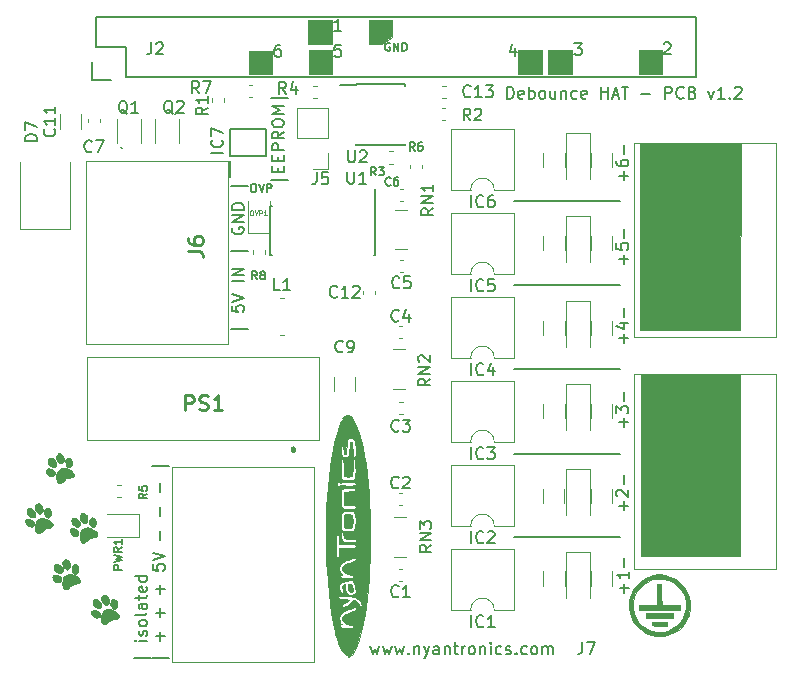
<source format=gbr>
G04 This is an RS-274x file exported by *
G04 gerbv version 2.6A *
G04 More information is available about gerbv at *
G04 http://gerbv.geda-project.org/ *
G04 --End of header info--*
%MOIN*%
%FSLAX34Y34*%
%IPPOS*%
G04 --Define apertures--*
%ADD10C,0.0039*%
%ADD11C,0.0059*%
%ADD12C,0.0079*%
%ADD13C,0.0047*%
%ADD14C,0.0157*%
%ADD15C,0.0004*%
%ADD16C,0.0100*%
G04 --Start main section--*
G54D10*
G36*
G01X0062680Y-046920D02*
G01X0059380Y-046920D01*
G01X0059360Y-040860D01*
G01X0062680Y-040860D01*
G01X0062680Y-046920D01*
G37*
G01X0062680Y-046920D02*
G01X0059380Y-046920D01*
G01X0059380Y-046920D02*
G01X0059360Y-040860D01*
G01X0059360Y-040860D02*
G01X0062680Y-040860D01*
G01X0062680Y-040860D02*
G01X0062680Y-046920D01*
G54D11*
G01X0058660Y-046300D02*
G01X0055140Y-046300D01*
G01X0058660Y-043520D02*
G01X0055140Y-043520D01*
G01X0058660Y-040700D02*
G01X0055140Y-040700D01*
G01X0058660Y-037880D02*
G01X0055140Y-037880D01*
G01X0058660Y-035080D02*
G01X0055140Y-035080D01*
G54D10*
G36*
G01X0062660Y-039380D02*
G01X0059320Y-039380D01*
G01X0059320Y-033200D01*
G01X0062700Y-033200D01*
G01X0062660Y-039380D01*
G37*
G01X0062660Y-039380D02*
G01X0059320Y-039380D01*
G01X0059320Y-039380D02*
G01X0059320Y-033200D01*
G01X0059320Y-033200D02*
G01X0062700Y-033200D01*
G01X0062700Y-033200D02*
G01X0062660Y-039380D01*
G54D11*
G01X0050990Y-029822D02*
G01X0050964Y-029809D01*
G01X0050964Y-029809D02*
G01X0050924Y-029809D01*
G01X0050924Y-029809D02*
G01X0050885Y-029822D01*
G01X0050885Y-029822D02*
G01X0050859Y-029848D01*
G01X0050859Y-029848D02*
G01X0050846Y-029875D01*
G01X0050846Y-029875D02*
G01X0050833Y-029927D01*
G01X0050833Y-029927D02*
G01X0050833Y-029967D01*
G01X0050833Y-029967D02*
G01X0050846Y-030019D01*
G01X0050846Y-030019D02*
G01X0050859Y-030045D01*
G01X0050859Y-030045D02*
G01X0050885Y-030072D01*
G01X0050885Y-030072D02*
G01X0050924Y-030085D01*
G01X0050924Y-030085D02*
G01X0050951Y-030085D01*
G01X0050951Y-030085D02*
G01X0050990Y-030072D01*
G01X0050990Y-030072D02*
G01X0051003Y-030058D01*
G01X0051003Y-030058D02*
G01X0051003Y-029967D01*
G01X0051003Y-029967D02*
G01X0050951Y-029967D01*
G01X0051121Y-030085D02*
G01X0051121Y-029809D01*
G01X0051121Y-029809D02*
G01X0051279Y-030085D01*
G01X0051279Y-030085D02*
G01X0051279Y-029809D01*
G01X0051410Y-030085D02*
G01X0051410Y-029809D01*
G01X0051410Y-029809D02*
G01X0051476Y-029809D01*
G01X0051476Y-029809D02*
G01X0051515Y-029822D01*
G01X0051515Y-029822D02*
G01X0051541Y-029848D01*
G01X0051541Y-029848D02*
G01X0051554Y-029875D01*
G01X0051554Y-029875D02*
G01X0051567Y-029927D01*
G01X0051567Y-029927D02*
G01X0051567Y-029967D01*
G01X0051567Y-029967D02*
G01X0051554Y-030019D01*
G01X0051554Y-030019D02*
G01X0051541Y-030045D01*
G01X0051541Y-030045D02*
G01X0051515Y-030072D01*
G01X0051515Y-030072D02*
G01X0051476Y-030085D01*
G01X0051476Y-030085D02*
G01X0051410Y-030085D01*
G54D10*
G36*
G01X0051080Y-029620D02*
G01X0050720Y-029860D01*
G01X0050300Y-029860D01*
G01X0050300Y-029060D01*
G01X0051080Y-029060D01*
G01X0051080Y-029620D01*
G37*
G01X0051080Y-029620D02*
G01X0050720Y-029860D01*
G01X0050720Y-029860D02*
G01X0050300Y-029860D01*
G01X0050300Y-029860D02*
G01X0050300Y-029060D01*
G01X0050300Y-029060D02*
G01X0051080Y-029060D01*
G01X0051080Y-029060D02*
G01X0051080Y-029620D01*
G54D11*
G01X0047335Y-029884D02*
G01X0047260Y-029884D01*
G01X0047260Y-029884D02*
G01X0047223Y-029903D01*
G01X0047223Y-029903D02*
G01X0047204Y-029922D01*
G01X0047204Y-029922D02*
G01X0047166Y-029978D01*
G01X0047166Y-029978D02*
G01X0047148Y-030053D01*
G01X0047148Y-030053D02*
G01X0047148Y-030203D01*
G01X0047148Y-030203D02*
G01X0047166Y-030241D01*
G01X0047166Y-030241D02*
G01X0047185Y-030259D01*
G01X0047185Y-030259D02*
G01X0047223Y-030278D01*
G01X0047223Y-030278D02*
G01X0047297Y-030278D01*
G01X0047297Y-030278D02*
G01X0047335Y-030259D01*
G01X0047335Y-030259D02*
G01X0047354Y-030241D01*
G01X0047354Y-030241D02*
G01X0047372Y-030203D01*
G01X0047372Y-030203D02*
G01X0047372Y-030109D01*
G01X0047372Y-030109D02*
G01X0047354Y-030072D01*
G01X0047354Y-030072D02*
G01X0047335Y-030053D01*
G01X0047335Y-030053D02*
G01X0047297Y-030034D01*
G01X0047297Y-030034D02*
G01X0047223Y-030034D01*
G01X0047223Y-030034D02*
G01X0047185Y-030053D01*
G01X0047185Y-030053D02*
G01X0047166Y-030072D01*
G01X0047166Y-030072D02*
G01X0047148Y-030109D01*
G54D10*
G36*
G01X0047080Y-030860D02*
G01X0046300Y-030860D01*
G01X0046300Y-030080D01*
G01X0047080Y-030080D01*
G01X0047080Y-030860D01*
G37*
G01X0047080Y-030860D02*
G01X0046300Y-030860D01*
G01X0046300Y-030860D02*
G01X0046300Y-030080D01*
G01X0046300Y-030080D02*
G01X0047080Y-030080D01*
G01X0047080Y-030080D02*
G01X0047080Y-030860D01*
G54D11*
G01X0049354Y-029884D02*
G01X0049166Y-029884D01*
G01X0049166Y-029884D02*
G01X0049148Y-030072D01*
G01X0049148Y-030072D02*
G01X0049166Y-030053D01*
G01X0049166Y-030053D02*
G01X0049204Y-030034D01*
G01X0049204Y-030034D02*
G01X0049297Y-030034D01*
G01X0049297Y-030034D02*
G01X0049335Y-030053D01*
G01X0049335Y-030053D02*
G01X0049354Y-030072D01*
G01X0049354Y-030072D02*
G01X0049372Y-030109D01*
G01X0049372Y-030109D02*
G01X0049372Y-030203D01*
G01X0049372Y-030203D02*
G01X0049354Y-030241D01*
G01X0049354Y-030241D02*
G01X0049335Y-030259D01*
G01X0049335Y-030259D02*
G01X0049297Y-030278D01*
G01X0049297Y-030278D02*
G01X0049204Y-030278D01*
G01X0049204Y-030278D02*
G01X0049166Y-030259D01*
G01X0049166Y-030259D02*
G01X0049148Y-030241D01*
G54D10*
G36*
G01X0049080Y-030840D02*
G01X0048300Y-030840D01*
G01X0048300Y-030060D01*
G01X0049080Y-030060D01*
G01X0049080Y-030840D01*
G37*
G01X0049080Y-030840D02*
G01X0048300Y-030840D01*
G01X0048300Y-030840D02*
G01X0048300Y-030060D01*
G01X0048300Y-030060D02*
G01X0049080Y-030060D01*
G01X0049080Y-030060D02*
G01X0049080Y-030840D01*
G54D11*
G01X0055175Y-029996D02*
G01X0055175Y-030258D01*
G01X0055081Y-029846D02*
G01X0054988Y-030127D01*
G01X0054988Y-030127D02*
G01X0055231Y-030127D01*
G54D10*
G36*
G01X0056080Y-030840D02*
G01X0055280Y-030840D01*
G01X0055280Y-030060D01*
G01X0056080Y-030060D01*
G01X0056080Y-030840D01*
G37*
G01X0056080Y-030840D02*
G01X0055280Y-030840D01*
G01X0055280Y-030840D02*
G01X0055280Y-030060D01*
G01X0055280Y-030060D02*
G01X0056080Y-030060D01*
G01X0056080Y-030060D02*
G01X0056080Y-030840D01*
G54D11*
G01X0057149Y-029824D02*
G01X0057392Y-029824D01*
G01X0057392Y-029824D02*
G01X0057261Y-029974D01*
G01X0057261Y-029974D02*
G01X0057317Y-029974D01*
G01X0057317Y-029974D02*
G01X0057355Y-029993D01*
G01X0057355Y-029993D02*
G01X0057374Y-030012D01*
G01X0057374Y-030012D02*
G01X0057392Y-030049D01*
G01X0057392Y-030049D02*
G01X0057392Y-030143D01*
G01X0057392Y-030143D02*
G01X0057374Y-030181D01*
G01X0057374Y-030181D02*
G01X0057355Y-030199D01*
G01X0057355Y-030199D02*
G01X0057317Y-030218D01*
G01X0057317Y-030218D02*
G01X0057205Y-030218D01*
G01X0057205Y-030218D02*
G01X0057168Y-030199D01*
G01X0057168Y-030199D02*
G01X0057149Y-030181D01*
G54D10*
G36*
G01X0057080Y-030840D02*
G01X0056280Y-030840D01*
G01X0056280Y-030060D01*
G01X0057080Y-030060D01*
G01X0057080Y-030840D01*
G37*
G01X0057080Y-030840D02*
G01X0056280Y-030840D01*
G01X0056280Y-030840D02*
G01X0056280Y-030060D01*
G01X0056280Y-030060D02*
G01X0057080Y-030060D01*
G01X0057080Y-030060D02*
G01X0057080Y-030840D01*
G54D11*
G01X0060128Y-029842D02*
G01X0060146Y-029823D01*
G01X0060146Y-029823D02*
G01X0060184Y-029804D01*
G01X0060184Y-029804D02*
G01X0060277Y-029804D01*
G01X0060277Y-029804D02*
G01X0060315Y-029823D01*
G01X0060315Y-029823D02*
G01X0060334Y-029842D01*
G01X0060334Y-029842D02*
G01X0060352Y-029879D01*
G01X0060352Y-029879D02*
G01X0060352Y-029917D01*
G01X0060352Y-029917D02*
G01X0060334Y-029973D01*
G01X0060334Y-029973D02*
G01X0060109Y-030198D01*
G01X0060109Y-030198D02*
G01X0060352Y-030198D01*
G54D10*
G36*
G01X0060060Y-030840D02*
G01X0059300Y-030840D01*
G01X0059300Y-030060D01*
G01X0060060Y-030060D01*
G01X0060060Y-030840D01*
G37*
G01X0060060Y-030840D02*
G01X0059300Y-030840D01*
G01X0059300Y-030840D02*
G01X0059300Y-030060D01*
G01X0059300Y-030060D02*
G01X0060060Y-030060D01*
G01X0060060Y-030060D02*
G01X0060060Y-030840D01*
G36*
G01X0049080Y-029860D02*
G01X0048280Y-029860D01*
G01X0048280Y-029040D01*
G01X0049080Y-029040D01*
G01X0049080Y-029860D01*
G37*
G01X0049080Y-029860D02*
G01X0048280Y-029860D01*
G01X0048280Y-029860D02*
G01X0048280Y-029040D01*
G01X0048280Y-029040D02*
G01X0049080Y-029040D01*
G01X0049080Y-029040D02*
G01X0049080Y-029860D01*
G54D11*
G01X0049372Y-029418D02*
G01X0049148Y-029418D01*
G01X0049260Y-029418D02*
G01X0049260Y-029024D01*
G01X0049260Y-029024D02*
G01X0049223Y-029081D01*
G01X0049223Y-029081D02*
G01X0049185Y-029118D01*
G01X0049185Y-029118D02*
G01X0049148Y-029137D01*
G01X0046430Y-034514D02*
G01X0046483Y-034514D01*
G01X0046483Y-034514D02*
G01X0046509Y-034528D01*
G01X0046509Y-034528D02*
G01X0046535Y-034554D01*
G01X0046535Y-034554D02*
G01X0046549Y-034606D01*
G01X0046549Y-034606D02*
G01X0046549Y-034698D01*
G01X0046549Y-034698D02*
G01X0046535Y-034751D01*
G01X0046535Y-034751D02*
G01X0046509Y-034777D01*
G01X0046509Y-034777D02*
G01X0046483Y-034790D01*
G01X0046483Y-034790D02*
G01X0046430Y-034790D01*
G01X0046430Y-034790D02*
G01X0046404Y-034777D01*
G01X0046404Y-034777D02*
G01X0046378Y-034751D01*
G01X0046378Y-034751D02*
G01X0046365Y-034698D01*
G01X0046365Y-034698D02*
G01X0046365Y-034606D01*
G01X0046365Y-034606D02*
G01X0046378Y-034554D01*
G01X0046378Y-034554D02*
G01X0046404Y-034528D01*
G01X0046404Y-034528D02*
G01X0046430Y-034514D01*
G01X0046627Y-034514D02*
G01X0046719Y-034790D01*
G01X0046719Y-034790D02*
G01X0046811Y-034514D01*
G01X0046903Y-034790D02*
G01X0046903Y-034514D01*
G01X0046903Y-034514D02*
G01X0047008Y-034514D01*
G01X0047008Y-034514D02*
G01X0047034Y-034528D01*
G01X0047034Y-034528D02*
G01X0047047Y-034541D01*
G01X0047047Y-034541D02*
G01X0047060Y-034567D01*
G01X0047060Y-034567D02*
G01X0047060Y-034606D01*
G01X0047060Y-034606D02*
G01X0047047Y-034633D01*
G01X0047047Y-034633D02*
G01X0047034Y-034646D01*
G01X0047034Y-034646D02*
G01X0047008Y-034659D01*
G01X0047008Y-034659D02*
G01X0046903Y-034659D01*
G01X0058788Y-034401D02*
G01X0058788Y-034101D01*
G01X0058938Y-034251D02*
G01X0058638Y-034251D01*
G01X0058544Y-033745D02*
G01X0058544Y-033820D01*
G01X0058544Y-033820D02*
G01X0058563Y-033857D01*
G01X0058563Y-033857D02*
G01X0058582Y-033876D01*
G01X0058582Y-033876D02*
G01X0058638Y-033914D01*
G01X0058638Y-033914D02*
G01X0058713Y-033932D01*
G01X0058713Y-033932D02*
G01X0058863Y-033932D01*
G01X0058863Y-033932D02*
G01X0058901Y-033914D01*
G01X0058901Y-033914D02*
G01X0058919Y-033895D01*
G01X0058919Y-033895D02*
G01X0058938Y-033857D01*
G01X0058938Y-033857D02*
G01X0058938Y-033783D01*
G01X0058938Y-033783D02*
G01X0058919Y-033745D01*
G01X0058919Y-033745D02*
G01X0058901Y-033726D01*
G01X0058901Y-033726D02*
G01X0058863Y-033708D01*
G01X0058863Y-033708D02*
G01X0058769Y-033708D01*
G01X0058769Y-033708D02*
G01X0058732Y-033726D01*
G01X0058732Y-033726D02*
G01X0058713Y-033745D01*
G01X0058713Y-033745D02*
G01X0058694Y-033783D01*
G01X0058694Y-033783D02*
G01X0058694Y-033857D01*
G01X0058694Y-033857D02*
G01X0058713Y-033895D01*
G01X0058713Y-033895D02*
G01X0058732Y-033914D01*
G01X0058732Y-033914D02*
G01X0058769Y-033932D01*
G01X0058788Y-033539D02*
G01X0058788Y-033239D01*
G01X0058788Y-037181D02*
G01X0058788Y-036881D01*
G01X0058938Y-037031D02*
G01X0058638Y-037031D01*
G01X0058544Y-036506D02*
G01X0058544Y-036694D01*
G01X0058544Y-036694D02*
G01X0058732Y-036712D01*
G01X0058732Y-036712D02*
G01X0058713Y-036694D01*
G01X0058713Y-036694D02*
G01X0058694Y-036656D01*
G01X0058694Y-036656D02*
G01X0058694Y-036563D01*
G01X0058694Y-036563D02*
G01X0058713Y-036525D01*
G01X0058713Y-036525D02*
G01X0058732Y-036506D01*
G01X0058732Y-036506D02*
G01X0058769Y-036488D01*
G01X0058769Y-036488D02*
G01X0058863Y-036488D01*
G01X0058863Y-036488D02*
G01X0058901Y-036506D01*
G01X0058901Y-036506D02*
G01X0058919Y-036525D01*
G01X0058919Y-036525D02*
G01X0058938Y-036563D01*
G01X0058938Y-036563D02*
G01X0058938Y-036656D01*
G01X0058938Y-036656D02*
G01X0058919Y-036694D01*
G01X0058919Y-036694D02*
G01X0058901Y-036712D01*
G01X0058788Y-036319D02*
G01X0058788Y-036019D01*
G01X0058788Y-042621D02*
G01X0058788Y-042321D01*
G01X0058938Y-042471D02*
G01X0058638Y-042471D01*
G01X0058544Y-042171D02*
G01X0058544Y-041928D01*
G01X0058544Y-041928D02*
G01X0058694Y-042059D01*
G01X0058694Y-042059D02*
G01X0058694Y-042003D01*
G01X0058694Y-042003D02*
G01X0058713Y-041965D01*
G01X0058713Y-041965D02*
G01X0058732Y-041946D01*
G01X0058732Y-041946D02*
G01X0058769Y-041928D01*
G01X0058769Y-041928D02*
G01X0058863Y-041928D01*
G01X0058863Y-041928D02*
G01X0058901Y-041946D01*
G01X0058901Y-041946D02*
G01X0058919Y-041965D01*
G01X0058919Y-041965D02*
G01X0058938Y-042003D01*
G01X0058938Y-042003D02*
G01X0058938Y-042115D01*
G01X0058938Y-042115D02*
G01X0058919Y-042152D01*
G01X0058919Y-042152D02*
G01X0058901Y-042171D01*
G01X0058788Y-041759D02*
G01X0058788Y-041459D01*
G01X0058788Y-045401D02*
G01X0058788Y-045101D01*
G01X0058938Y-045251D02*
G01X0058638Y-045251D01*
G01X0058582Y-044932D02*
G01X0058563Y-044914D01*
G01X0058563Y-044914D02*
G01X0058544Y-044876D01*
G01X0058544Y-044876D02*
G01X0058544Y-044783D01*
G01X0058544Y-044783D02*
G01X0058563Y-044745D01*
G01X0058563Y-044745D02*
G01X0058582Y-044726D01*
G01X0058582Y-044726D02*
G01X0058619Y-044708D01*
G01X0058619Y-044708D02*
G01X0058657Y-044708D01*
G01X0058657Y-044708D02*
G01X0058713Y-044726D01*
G01X0058713Y-044726D02*
G01X0058938Y-044951D01*
G01X0058938Y-044951D02*
G01X0058938Y-044708D01*
G01X0058788Y-044539D02*
G01X0058788Y-044239D01*
G01X0058808Y-048141D02*
G01X0058808Y-047841D01*
G01X0058958Y-047991D02*
G01X0058658Y-047991D01*
G01X0058958Y-047448D02*
G01X0058958Y-047672D01*
G01X0058958Y-047560D02*
G01X0058564Y-047560D01*
G01X0058564Y-047560D02*
G01X0058621Y-047597D01*
G01X0058621Y-047597D02*
G01X0058658Y-047635D01*
G01X0058658Y-047635D02*
G01X0058677Y-047672D01*
G01X0058808Y-047279D02*
G01X0058808Y-046979D01*
G54D12*
G01X0043026Y-050332D02*
G01X0042463Y-050332D01*
G01X0042895Y-049751D02*
G01X0042632Y-049751D01*
G01X0042501Y-049751D02*
G01X0042520Y-049770D01*
G01X0042520Y-049770D02*
G01X0042538Y-049751D01*
G01X0042538Y-049751D02*
G01X0042520Y-049732D01*
G01X0042520Y-049732D02*
G01X0042501Y-049751D01*
G01X0042501Y-049751D02*
G01X0042538Y-049751D01*
G01X0042876Y-049582D02*
G01X0042895Y-049545D01*
G01X0042895Y-049545D02*
G01X0042895Y-049470D01*
G01X0042895Y-049470D02*
G01X0042876Y-049432D01*
G01X0042876Y-049432D02*
G01X0042838Y-049414D01*
G01X0042838Y-049414D02*
G01X0042820Y-049414D01*
G01X0042820Y-049414D02*
G01X0042782Y-049432D01*
G01X0042782Y-049432D02*
G01X0042763Y-049470D01*
G01X0042763Y-049470D02*
G01X0042763Y-049526D01*
G01X0042763Y-049526D02*
G01X0042745Y-049564D01*
G01X0042745Y-049564D02*
G01X0042707Y-049582D01*
G01X0042707Y-049582D02*
G01X0042688Y-049582D01*
G01X0042688Y-049582D02*
G01X0042651Y-049564D01*
G01X0042651Y-049564D02*
G01X0042632Y-049526D01*
G01X0042632Y-049526D02*
G01X0042632Y-049470D01*
G01X0042632Y-049470D02*
G01X0042651Y-049432D01*
G01X0042895Y-049189D02*
G01X0042876Y-049226D01*
G01X0042876Y-049226D02*
G01X0042857Y-049245D01*
G01X0042857Y-049245D02*
G01X0042820Y-049264D01*
G01X0042820Y-049264D02*
G01X0042707Y-049264D01*
G01X0042707Y-049264D02*
G01X0042670Y-049245D01*
G01X0042670Y-049245D02*
G01X0042651Y-049226D01*
G01X0042651Y-049226D02*
G01X0042632Y-049189D01*
G01X0042632Y-049189D02*
G01X0042632Y-049132D01*
G01X0042632Y-049132D02*
G01X0042651Y-049095D01*
G01X0042651Y-049095D02*
G01X0042670Y-049076D01*
G01X0042670Y-049076D02*
G01X0042707Y-049057D01*
G01X0042707Y-049057D02*
G01X0042820Y-049057D01*
G01X0042820Y-049057D02*
G01X0042857Y-049076D01*
G01X0042857Y-049076D02*
G01X0042876Y-049095D01*
G01X0042876Y-049095D02*
G01X0042895Y-049132D01*
G01X0042895Y-049132D02*
G01X0042895Y-049189D01*
G01X0042895Y-048832D02*
G01X0042876Y-048870D01*
G01X0042876Y-048870D02*
G01X0042838Y-048889D01*
G01X0042838Y-048889D02*
G01X0042501Y-048889D01*
G01X0042895Y-048514D02*
G01X0042688Y-048514D01*
G01X0042688Y-048514D02*
G01X0042651Y-048532D01*
G01X0042651Y-048532D02*
G01X0042632Y-048570D01*
G01X0042632Y-048570D02*
G01X0042632Y-048645D01*
G01X0042632Y-048645D02*
G01X0042651Y-048682D01*
G01X0042876Y-048514D02*
G01X0042895Y-048551D01*
G01X0042895Y-048551D02*
G01X0042895Y-048645D01*
G01X0042895Y-048645D02*
G01X0042876Y-048682D01*
G01X0042876Y-048682D02*
G01X0042838Y-048701D01*
G01X0042838Y-048701D02*
G01X0042801Y-048701D01*
G01X0042801Y-048701D02*
G01X0042763Y-048682D01*
G01X0042763Y-048682D02*
G01X0042745Y-048645D01*
G01X0042745Y-048645D02*
G01X0042745Y-048551D01*
G01X0042745Y-048551D02*
G01X0042726Y-048514D01*
G01X0042632Y-048382D02*
G01X0042632Y-048232D01*
G01X0042501Y-048326D02*
G01X0042838Y-048326D01*
G01X0042838Y-048326D02*
G01X0042876Y-048307D01*
G01X0042876Y-048307D02*
G01X0042895Y-048270D01*
G01X0042895Y-048270D02*
G01X0042895Y-048232D01*
G01X0042876Y-047951D02*
G01X0042895Y-047989D01*
G01X0042895Y-047989D02*
G01X0042895Y-048064D01*
G01X0042895Y-048064D02*
G01X0042876Y-048101D01*
G01X0042876Y-048101D02*
G01X0042838Y-048120D01*
G01X0042838Y-048120D02*
G01X0042688Y-048120D01*
G01X0042688Y-048120D02*
G01X0042651Y-048101D01*
G01X0042651Y-048101D02*
G01X0042632Y-048064D01*
G01X0042632Y-048064D02*
G01X0042632Y-047989D01*
G01X0042632Y-047989D02*
G01X0042651Y-047951D01*
G01X0042651Y-047951D02*
G01X0042688Y-047933D01*
G01X0042688Y-047933D02*
G01X0042726Y-047933D01*
G01X0042726Y-047933D02*
G01X0042763Y-048120D01*
G01X0042895Y-047595D02*
G01X0042501Y-047595D01*
G01X0042876Y-047595D02*
G01X0042895Y-047633D01*
G01X0042895Y-047633D02*
G01X0042895Y-047708D01*
G01X0042895Y-047708D02*
G01X0042876Y-047745D01*
G01X0042876Y-047745D02*
G01X0042857Y-047764D01*
G01X0042857Y-047764D02*
G01X0042820Y-047783D01*
G01X0042820Y-047783D02*
G01X0042707Y-047783D01*
G01X0042707Y-047783D02*
G01X0042670Y-047764D01*
G01X0042670Y-047764D02*
G01X0042651Y-047745D01*
G01X0042651Y-047745D02*
G01X0042632Y-047708D01*
G01X0042632Y-047708D02*
G01X0042632Y-047633D01*
G01X0042632Y-047633D02*
G01X0042651Y-047595D01*
G01X0043616Y-050332D02*
G01X0043054Y-050332D01*
G01X0043335Y-049751D02*
G01X0043335Y-049451D01*
G01X0043485Y-049601D02*
G01X0043185Y-049601D01*
G01X0043335Y-048964D02*
G01X0043335Y-048664D01*
G01X0043485Y-048814D02*
G01X0043185Y-048814D01*
G01X0043335Y-048176D02*
G01X0043335Y-047876D01*
G01X0043485Y-048026D02*
G01X0043185Y-048026D01*
G01X0043091Y-047201D02*
G01X0043091Y-047389D01*
G01X0043091Y-047389D02*
G01X0043279Y-047408D01*
G01X0043279Y-047408D02*
G01X0043260Y-047389D01*
G01X0043260Y-047389D02*
G01X0043241Y-047351D01*
G01X0043241Y-047351D02*
G01X0043241Y-047258D01*
G01X0043241Y-047258D02*
G01X0043260Y-047220D01*
G01X0043260Y-047220D02*
G01X0043279Y-047201D01*
G01X0043279Y-047201D02*
G01X0043316Y-047183D01*
G01X0043316Y-047183D02*
G01X0043410Y-047183D01*
G01X0043410Y-047183D02*
G01X0043448Y-047201D01*
G01X0043448Y-047201D02*
G01X0043466Y-047220D01*
G01X0043466Y-047220D02*
G01X0043485Y-047258D01*
G01X0043485Y-047258D02*
G01X0043485Y-047351D01*
G01X0043485Y-047351D02*
G01X0043466Y-047389D01*
G01X0043466Y-047389D02*
G01X0043448Y-047408D01*
G01X0043091Y-047070D02*
G01X0043485Y-046939D01*
G01X0043485Y-046939D02*
G01X0043091Y-046808D01*
G01X0043335Y-046376D02*
G01X0043335Y-046076D01*
G01X0043335Y-045589D02*
G01X0043335Y-045289D01*
G01X0043335Y-044802D02*
G01X0043335Y-044502D01*
G01X0043616Y-043921D02*
G01X0043054Y-043921D01*
G01X0050344Y-049936D02*
G01X0050419Y-050198D01*
G01X0050419Y-050198D02*
G01X0050494Y-050011D01*
G01X0050494Y-050011D02*
G01X0050569Y-050198D01*
G01X0050569Y-050198D02*
G01X0050644Y-049936D01*
G01X0050757Y-049936D02*
G01X0050832Y-050198D01*
G01X0050832Y-050198D02*
G01X0050907Y-050011D01*
G01X0050907Y-050011D02*
G01X0050982Y-050198D01*
G01X0050982Y-050198D02*
G01X0051057Y-049936D01*
G01X0051169Y-049936D02*
G01X0051244Y-050198D01*
G01X0051244Y-050198D02*
G01X0051319Y-050011D01*
G01X0051319Y-050011D02*
G01X0051394Y-050198D01*
G01X0051394Y-050198D02*
G01X0051469Y-049936D01*
G01X0051619Y-050161D02*
G01X0051638Y-050179D01*
G01X0051638Y-050179D02*
G01X0051619Y-050198D01*
G01X0051619Y-050198D02*
G01X0051600Y-050179D01*
G01X0051600Y-050179D02*
G01X0051619Y-050161D01*
G01X0051619Y-050161D02*
G01X0051619Y-050198D01*
G01X0051806Y-049936D02*
G01X0051806Y-050198D01*
G01X0051806Y-049973D02*
G01X0051825Y-049954D01*
G01X0051825Y-049954D02*
G01X0051863Y-049936D01*
G01X0051863Y-049936D02*
G01X0051919Y-049936D01*
G01X0051919Y-049936D02*
G01X0051956Y-049954D01*
G01X0051956Y-049954D02*
G01X0051975Y-049992D01*
G01X0051975Y-049992D02*
G01X0051975Y-050198D01*
G01X0052125Y-049936D02*
G01X0052219Y-050198D01*
G01X0052313Y-049936D02*
G01X0052219Y-050198D01*
G01X0052219Y-050198D02*
G01X0052181Y-050292D01*
G01X0052181Y-050292D02*
G01X0052163Y-050311D01*
G01X0052163Y-050311D02*
G01X0052125Y-050329D01*
G01X0052631Y-050198D02*
G01X0052631Y-049992D01*
G01X0052631Y-049992D02*
G01X0052613Y-049954D01*
G01X0052613Y-049954D02*
G01X0052575Y-049936D01*
G01X0052575Y-049936D02*
G01X0052500Y-049936D01*
G01X0052500Y-049936D02*
G01X0052463Y-049954D01*
G01X0052631Y-050179D02*
G01X0052594Y-050198D01*
G01X0052594Y-050198D02*
G01X0052500Y-050198D01*
G01X0052500Y-050198D02*
G01X0052463Y-050179D01*
G01X0052463Y-050179D02*
G01X0052444Y-050142D01*
G01X0052444Y-050142D02*
G01X0052444Y-050104D01*
G01X0052444Y-050104D02*
G01X0052463Y-050067D01*
G01X0052463Y-050067D02*
G01X0052500Y-050048D01*
G01X0052500Y-050048D02*
G01X0052594Y-050048D01*
G01X0052594Y-050048D02*
G01X0052631Y-050029D01*
G01X0052819Y-049936D02*
G01X0052819Y-050198D01*
G01X0052819Y-049973D02*
G01X0052838Y-049954D01*
G01X0052838Y-049954D02*
G01X0052875Y-049936D01*
G01X0052875Y-049936D02*
G01X0052931Y-049936D01*
G01X0052931Y-049936D02*
G01X0052969Y-049954D01*
G01X0052969Y-049954D02*
G01X0052988Y-049992D01*
G01X0052988Y-049992D02*
G01X0052988Y-050198D01*
G01X0053119Y-049936D02*
G01X0053269Y-049936D01*
G01X0053175Y-049804D02*
G01X0053175Y-050142D01*
G01X0053175Y-050142D02*
G01X0053194Y-050179D01*
G01X0053194Y-050179D02*
G01X0053231Y-050198D01*
G01X0053231Y-050198D02*
G01X0053269Y-050198D01*
G01X0053400Y-050198D02*
G01X0053400Y-049936D01*
G01X0053400Y-050011D02*
G01X0053419Y-049973D01*
G01X0053419Y-049973D02*
G01X0053437Y-049954D01*
G01X0053437Y-049954D02*
G01X0053475Y-049936D01*
G01X0053475Y-049936D02*
G01X0053512Y-049936D01*
G01X0053700Y-050198D02*
G01X0053662Y-050179D01*
G01X0053662Y-050179D02*
G01X0053644Y-050161D01*
G01X0053644Y-050161D02*
G01X0053625Y-050123D01*
G01X0053625Y-050123D02*
G01X0053625Y-050011D01*
G01X0053625Y-050011D02*
G01X0053644Y-049973D01*
G01X0053644Y-049973D02*
G01X0053662Y-049954D01*
G01X0053662Y-049954D02*
G01X0053700Y-049936D01*
G01X0053700Y-049936D02*
G01X0053756Y-049936D01*
G01X0053756Y-049936D02*
G01X0053794Y-049954D01*
G01X0053794Y-049954D02*
G01X0053812Y-049973D01*
G01X0053812Y-049973D02*
G01X0053831Y-050011D01*
G01X0053831Y-050011D02*
G01X0053831Y-050123D01*
G01X0053831Y-050123D02*
G01X0053812Y-050161D01*
G01X0053812Y-050161D02*
G01X0053794Y-050179D01*
G01X0053794Y-050179D02*
G01X0053756Y-050198D01*
G01X0053756Y-050198D02*
G01X0053700Y-050198D01*
G01X0054000Y-049936D02*
G01X0054000Y-050198D01*
G01X0054000Y-049973D02*
G01X0054019Y-049954D01*
G01X0054019Y-049954D02*
G01X0054056Y-049936D01*
G01X0054056Y-049936D02*
G01X0054112Y-049936D01*
G01X0054112Y-049936D02*
G01X0054150Y-049954D01*
G01X0054150Y-049954D02*
G01X0054169Y-049992D01*
G01X0054169Y-049992D02*
G01X0054169Y-050198D01*
G01X0054356Y-050198D02*
G01X0054356Y-049936D01*
G01X0054356Y-049804D02*
G01X0054337Y-049823D01*
G01X0054337Y-049823D02*
G01X0054356Y-049842D01*
G01X0054356Y-049842D02*
G01X0054375Y-049823D01*
G01X0054375Y-049823D02*
G01X0054356Y-049804D01*
G01X0054356Y-049804D02*
G01X0054356Y-049842D01*
G01X0054712Y-050179D02*
G01X0054675Y-050198D01*
G01X0054675Y-050198D02*
G01X0054600Y-050198D01*
G01X0054600Y-050198D02*
G01X0054562Y-050179D01*
G01X0054562Y-050179D02*
G01X0054544Y-050161D01*
G01X0054544Y-050161D02*
G01X0054525Y-050123D01*
G01X0054525Y-050123D02*
G01X0054525Y-050011D01*
G01X0054525Y-050011D02*
G01X0054544Y-049973D01*
G01X0054544Y-049973D02*
G01X0054562Y-049954D01*
G01X0054562Y-049954D02*
G01X0054600Y-049936D01*
G01X0054600Y-049936D02*
G01X0054675Y-049936D01*
G01X0054675Y-049936D02*
G01X0054712Y-049954D01*
G01X0054862Y-050179D02*
G01X0054900Y-050198D01*
G01X0054900Y-050198D02*
G01X0054975Y-050198D01*
G01X0054975Y-050198D02*
G01X0055012Y-050179D01*
G01X0055012Y-050179D02*
G01X0055031Y-050142D01*
G01X0055031Y-050142D02*
G01X0055031Y-050123D01*
G01X0055031Y-050123D02*
G01X0055012Y-050086D01*
G01X0055012Y-050086D02*
G01X0054975Y-050067D01*
G01X0054975Y-050067D02*
G01X0054919Y-050067D01*
G01X0054919Y-050067D02*
G01X0054881Y-050048D01*
G01X0054881Y-050048D02*
G01X0054862Y-050011D01*
G01X0054862Y-050011D02*
G01X0054862Y-049992D01*
G01X0054862Y-049992D02*
G01X0054881Y-049954D01*
G01X0054881Y-049954D02*
G01X0054919Y-049936D01*
G01X0054919Y-049936D02*
G01X0054975Y-049936D01*
G01X0054975Y-049936D02*
G01X0055012Y-049954D01*
G01X0055200Y-050161D02*
G01X0055219Y-050179D01*
G01X0055219Y-050179D02*
G01X0055200Y-050198D01*
G01X0055200Y-050198D02*
G01X0055181Y-050179D01*
G01X0055181Y-050179D02*
G01X0055200Y-050161D01*
G01X0055200Y-050161D02*
G01X0055200Y-050198D01*
G01X0055556Y-050179D02*
G01X0055518Y-050198D01*
G01X0055518Y-050198D02*
G01X0055443Y-050198D01*
G01X0055443Y-050198D02*
G01X0055406Y-050179D01*
G01X0055406Y-050179D02*
G01X0055387Y-050161D01*
G01X0055387Y-050161D02*
G01X0055369Y-050123D01*
G01X0055369Y-050123D02*
G01X0055369Y-050011D01*
G01X0055369Y-050011D02*
G01X0055387Y-049973D01*
G01X0055387Y-049973D02*
G01X0055406Y-049954D01*
G01X0055406Y-049954D02*
G01X0055443Y-049936D01*
G01X0055443Y-049936D02*
G01X0055518Y-049936D01*
G01X0055518Y-049936D02*
G01X0055556Y-049954D01*
G01X0055781Y-050198D02*
G01X0055743Y-050179D01*
G01X0055743Y-050179D02*
G01X0055725Y-050161D01*
G01X0055725Y-050161D02*
G01X0055706Y-050123D01*
G01X0055706Y-050123D02*
G01X0055706Y-050011D01*
G01X0055706Y-050011D02*
G01X0055725Y-049973D01*
G01X0055725Y-049973D02*
G01X0055743Y-049954D01*
G01X0055743Y-049954D02*
G01X0055781Y-049936D01*
G01X0055781Y-049936D02*
G01X0055837Y-049936D01*
G01X0055837Y-049936D02*
G01X0055875Y-049954D01*
G01X0055875Y-049954D02*
G01X0055893Y-049973D01*
G01X0055893Y-049973D02*
G01X0055912Y-050011D01*
G01X0055912Y-050011D02*
G01X0055912Y-050123D01*
G01X0055912Y-050123D02*
G01X0055893Y-050161D01*
G01X0055893Y-050161D02*
G01X0055875Y-050179D01*
G01X0055875Y-050179D02*
G01X0055837Y-050198D01*
G01X0055837Y-050198D02*
G01X0055781Y-050198D01*
G01X0056081Y-050198D02*
G01X0056081Y-049936D01*
G01X0056081Y-049973D02*
G01X0056100Y-049954D01*
G01X0056100Y-049954D02*
G01X0056137Y-049936D01*
G01X0056137Y-049936D02*
G01X0056193Y-049936D01*
G01X0056193Y-049936D02*
G01X0056231Y-049954D01*
G01X0056231Y-049954D02*
G01X0056250Y-049992D01*
G01X0056250Y-049992D02*
G01X0056250Y-050198D01*
G01X0056250Y-049992D02*
G01X0056268Y-049954D01*
G01X0056268Y-049954D02*
G01X0056306Y-049936D01*
G01X0056306Y-049936D02*
G01X0056362Y-049936D01*
G01X0056362Y-049936D02*
G01X0056400Y-049954D01*
G01X0056400Y-049954D02*
G01X0056418Y-049992D01*
G01X0056418Y-049992D02*
G01X0056418Y-050198D01*
G01X0047589Y-034389D02*
G01X0047027Y-034389D01*
G01X0047252Y-034107D02*
G01X0047252Y-033976D01*
G01X0047458Y-033920D02*
G01X0047458Y-034107D01*
G01X0047458Y-034107D02*
G01X0047064Y-034107D01*
G01X0047064Y-034107D02*
G01X0047064Y-033920D01*
G01X0047252Y-033751D02*
G01X0047252Y-033620D01*
G01X0047458Y-033564D02*
G01X0047458Y-033751D01*
G01X0047458Y-033751D02*
G01X0047064Y-033751D01*
G01X0047064Y-033751D02*
G01X0047064Y-033564D01*
G01X0047458Y-033395D02*
G01X0047064Y-033395D01*
G01X0047064Y-033395D02*
G01X0047064Y-033245D01*
G01X0047064Y-033245D02*
G01X0047083Y-033207D01*
G01X0047083Y-033207D02*
G01X0047102Y-033189D01*
G01X0047102Y-033189D02*
G01X0047139Y-033170D01*
G01X0047139Y-033170D02*
G01X0047196Y-033170D01*
G01X0047196Y-033170D02*
G01X0047233Y-033189D01*
G01X0047233Y-033189D02*
G01X0047252Y-033207D01*
G01X0047252Y-033207D02*
G01X0047271Y-033245D01*
G01X0047271Y-033245D02*
G01X0047271Y-033395D01*
G01X0047458Y-032776D02*
G01X0047271Y-032908D01*
G01X0047458Y-033001D02*
G01X0047064Y-033001D01*
G01X0047064Y-033001D02*
G01X0047064Y-032851D01*
G01X0047064Y-032851D02*
G01X0047083Y-032814D01*
G01X0047083Y-032814D02*
G01X0047102Y-032795D01*
G01X0047102Y-032795D02*
G01X0047139Y-032776D01*
G01X0047139Y-032776D02*
G01X0047196Y-032776D01*
G01X0047196Y-032776D02*
G01X0047233Y-032795D01*
G01X0047233Y-032795D02*
G01X0047252Y-032814D01*
G01X0047252Y-032814D02*
G01X0047271Y-032851D01*
G01X0047271Y-032851D02*
G01X0047271Y-033001D01*
G01X0047064Y-032533D02*
G01X0047064Y-032458D01*
G01X0047064Y-032458D02*
G01X0047083Y-032420D01*
G01X0047083Y-032420D02*
G01X0047121Y-032383D01*
G01X0047121Y-032383D02*
G01X0047196Y-032364D01*
G01X0047196Y-032364D02*
G01X0047327Y-032364D01*
G01X0047327Y-032364D02*
G01X0047402Y-032383D01*
G01X0047402Y-032383D02*
G01X0047439Y-032420D01*
G01X0047439Y-032420D02*
G01X0047458Y-032458D01*
G01X0047458Y-032458D02*
G01X0047458Y-032533D01*
G01X0047458Y-032533D02*
G01X0047439Y-032570D01*
G01X0047439Y-032570D02*
G01X0047402Y-032608D01*
G01X0047402Y-032608D02*
G01X0047327Y-032626D01*
G01X0047327Y-032626D02*
G01X0047196Y-032626D01*
G01X0047196Y-032626D02*
G01X0047121Y-032608D01*
G01X0047121Y-032608D02*
G01X0047083Y-032570D01*
G01X0047083Y-032570D02*
G01X0047064Y-032533D01*
G01X0047458Y-032195D02*
G01X0047064Y-032195D01*
G01X0047064Y-032195D02*
G01X0047346Y-032064D01*
G01X0047346Y-032064D02*
G01X0047064Y-031933D01*
G01X0047064Y-031933D02*
G01X0047458Y-031933D01*
G01X0047589Y-031651D02*
G01X0047027Y-031651D01*
G01X0046254Y-039349D02*
G01X0045692Y-039349D01*
G01X0045729Y-038581D02*
G01X0045729Y-038768D01*
G01X0045729Y-038768D02*
G01X0045917Y-038787D01*
G01X0045917Y-038787D02*
G01X0045898Y-038768D01*
G01X0045898Y-038768D02*
G01X0045879Y-038731D01*
G01X0045879Y-038731D02*
G01X0045879Y-038637D01*
G01X0045879Y-038637D02*
G01X0045898Y-038600D01*
G01X0045898Y-038600D02*
G01X0045917Y-038581D01*
G01X0045917Y-038581D02*
G01X0045954Y-038562D01*
G01X0045954Y-038562D02*
G01X0046048Y-038562D01*
G01X0046048Y-038562D02*
G01X0046085Y-038581D01*
G01X0046085Y-038581D02*
G01X0046104Y-038600D01*
G01X0046104Y-038600D02*
G01X0046123Y-038637D01*
G01X0046123Y-038637D02*
G01X0046123Y-038731D01*
G01X0046123Y-038731D02*
G01X0046104Y-038768D01*
G01X0046104Y-038768D02*
G01X0046085Y-038787D01*
G01X0045729Y-038450D02*
G01X0046123Y-038318D01*
G01X0046123Y-038318D02*
G01X0045729Y-038187D01*
G01X0046123Y-037756D02*
G01X0045729Y-037756D01*
G01X0046123Y-037568D02*
G01X0045729Y-037568D01*
G01X0045729Y-037568D02*
G01X0046123Y-037343D01*
G01X0046123Y-037343D02*
G01X0045729Y-037343D01*
G01X0046254Y-036762D02*
G01X0045692Y-036762D01*
G01X0045748Y-035975D02*
G01X0045729Y-036012D01*
G01X0045729Y-036012D02*
G01X0045729Y-036069D01*
G01X0045729Y-036069D02*
G01X0045748Y-036125D01*
G01X0045748Y-036125D02*
G01X0045786Y-036162D01*
G01X0045786Y-036162D02*
G01X0045823Y-036181D01*
G01X0045823Y-036181D02*
G01X0045898Y-036200D01*
G01X0045898Y-036200D02*
G01X0045954Y-036200D01*
G01X0045954Y-036200D02*
G01X0046029Y-036181D01*
G01X0046029Y-036181D02*
G01X0046067Y-036162D01*
G01X0046067Y-036162D02*
G01X0046104Y-036125D01*
G01X0046104Y-036125D02*
G01X0046123Y-036069D01*
G01X0046123Y-036069D02*
G01X0046123Y-036031D01*
G01X0046123Y-036031D02*
G01X0046104Y-035975D01*
G01X0046104Y-035975D02*
G01X0046085Y-035956D01*
G01X0046085Y-035956D02*
G01X0045954Y-035956D01*
G01X0045954Y-035956D02*
G01X0045954Y-036031D01*
G01X0046123Y-035787D02*
G01X0045729Y-035787D01*
G01X0045729Y-035787D02*
G01X0046123Y-035562D01*
G01X0046123Y-035562D02*
G01X0045729Y-035562D01*
G01X0046123Y-035375D02*
G01X0045729Y-035375D01*
G01X0045729Y-035375D02*
G01X0045729Y-035281D01*
G01X0045729Y-035281D02*
G01X0045748Y-035225D01*
G01X0045748Y-035225D02*
G01X0045786Y-035187D01*
G01X0045786Y-035187D02*
G01X0045823Y-035169D01*
G01X0045823Y-035169D02*
G01X0045898Y-035150D01*
G01X0045898Y-035150D02*
G01X0045954Y-035150D01*
G01X0045954Y-035150D02*
G01X0046029Y-035169D01*
G01X0046029Y-035169D02*
G01X0046067Y-035187D01*
G01X0046067Y-035187D02*
G01X0046104Y-035225D01*
G01X0046104Y-035225D02*
G01X0046123Y-035281D01*
G01X0046123Y-035281D02*
G01X0046123Y-035375D01*
G01X0046254Y-034588D02*
G01X0045692Y-034588D01*
G54D11*
G01X0058788Y-039821D02*
G01X0058788Y-039521D01*
G01X0058938Y-039671D02*
G01X0058638Y-039671D01*
G01X0058676Y-039165D02*
G01X0058938Y-039165D01*
G01X0058526Y-039259D02*
G01X0058807Y-039352D01*
G01X0058807Y-039352D02*
G01X0058807Y-039109D01*
G01X0058788Y-038959D02*
G01X0058788Y-038659D01*
G54D12*
G01X0054900Y-031678D02*
G01X0054900Y-031284D01*
G01X0054900Y-031284D02*
G01X0054993Y-031284D01*
G01X0054993Y-031284D02*
G01X0055050Y-031303D01*
G01X0055050Y-031303D02*
G01X0055087Y-031341D01*
G01X0055087Y-031341D02*
G01X0055106Y-031378D01*
G01X0055106Y-031378D02*
G01X0055125Y-031453D01*
G01X0055125Y-031453D02*
G01X0055125Y-031509D01*
G01X0055125Y-031509D02*
G01X0055106Y-031584D01*
G01X0055106Y-031584D02*
G01X0055087Y-031622D01*
G01X0055087Y-031622D02*
G01X0055050Y-031659D01*
G01X0055050Y-031659D02*
G01X0054993Y-031678D01*
G01X0054993Y-031678D02*
G01X0054900Y-031678D01*
G01X0055443Y-031659D02*
G01X0055406Y-031678D01*
G01X0055406Y-031678D02*
G01X0055331Y-031678D01*
G01X0055331Y-031678D02*
G01X0055293Y-031659D01*
G01X0055293Y-031659D02*
G01X0055275Y-031622D01*
G01X0055275Y-031622D02*
G01X0055275Y-031472D01*
G01X0055275Y-031472D02*
G01X0055293Y-031434D01*
G01X0055293Y-031434D02*
G01X0055331Y-031416D01*
G01X0055331Y-031416D02*
G01X0055406Y-031416D01*
G01X0055406Y-031416D02*
G01X0055443Y-031434D01*
G01X0055443Y-031434D02*
G01X0055462Y-031472D01*
G01X0055462Y-031472D02*
G01X0055462Y-031509D01*
G01X0055462Y-031509D02*
G01X0055275Y-031547D01*
G01X0055631Y-031678D02*
G01X0055631Y-031284D01*
G01X0055631Y-031434D02*
G01X0055668Y-031416D01*
G01X0055668Y-031416D02*
G01X0055743Y-031416D01*
G01X0055743Y-031416D02*
G01X0055781Y-031434D01*
G01X0055781Y-031434D02*
G01X0055800Y-031453D01*
G01X0055800Y-031453D02*
G01X0055818Y-031491D01*
G01X0055818Y-031491D02*
G01X0055818Y-031603D01*
G01X0055818Y-031603D02*
G01X0055800Y-031641D01*
G01X0055800Y-031641D02*
G01X0055781Y-031659D01*
G01X0055781Y-031659D02*
G01X0055743Y-031678D01*
G01X0055743Y-031678D02*
G01X0055668Y-031678D01*
G01X0055668Y-031678D02*
G01X0055631Y-031659D01*
G01X0056043Y-031678D02*
G01X0056006Y-031659D01*
G01X0056006Y-031659D02*
G01X0055987Y-031641D01*
G01X0055987Y-031641D02*
G01X0055968Y-031603D01*
G01X0055968Y-031603D02*
G01X0055968Y-031491D01*
G01X0055968Y-031491D02*
G01X0055987Y-031453D01*
G01X0055987Y-031453D02*
G01X0056006Y-031434D01*
G01X0056006Y-031434D02*
G01X0056043Y-031416D01*
G01X0056043Y-031416D02*
G01X0056100Y-031416D01*
G01X0056100Y-031416D02*
G01X0056137Y-031434D01*
G01X0056137Y-031434D02*
G01X0056156Y-031453D01*
G01X0056156Y-031453D02*
G01X0056175Y-031491D01*
G01X0056175Y-031491D02*
G01X0056175Y-031603D01*
G01X0056175Y-031603D02*
G01X0056156Y-031641D01*
G01X0056156Y-031641D02*
G01X0056137Y-031659D01*
G01X0056137Y-031659D02*
G01X0056100Y-031678D01*
G01X0056100Y-031678D02*
G01X0056043Y-031678D01*
G01X0056512Y-031416D02*
G01X0056512Y-031678D01*
G01X0056343Y-031416D02*
G01X0056343Y-031622D01*
G01X0056343Y-031622D02*
G01X0056362Y-031659D01*
G01X0056362Y-031659D02*
G01X0056400Y-031678D01*
G01X0056400Y-031678D02*
G01X0056456Y-031678D01*
G01X0056456Y-031678D02*
G01X0056493Y-031659D01*
G01X0056493Y-031659D02*
G01X0056512Y-031641D01*
G01X0056699Y-031416D02*
G01X0056699Y-031678D01*
G01X0056699Y-031453D02*
G01X0056718Y-031434D01*
G01X0056718Y-031434D02*
G01X0056756Y-031416D01*
G01X0056756Y-031416D02*
G01X0056812Y-031416D01*
G01X0056812Y-031416D02*
G01X0056849Y-031434D01*
G01X0056849Y-031434D02*
G01X0056868Y-031472D01*
G01X0056868Y-031472D02*
G01X0056868Y-031678D01*
G01X0057224Y-031659D02*
G01X0057187Y-031678D01*
G01X0057187Y-031678D02*
G01X0057112Y-031678D01*
G01X0057112Y-031678D02*
G01X0057074Y-031659D01*
G01X0057074Y-031659D02*
G01X0057056Y-031641D01*
G01X0057056Y-031641D02*
G01X0057037Y-031603D01*
G01X0057037Y-031603D02*
G01X0057037Y-031491D01*
G01X0057037Y-031491D02*
G01X0057056Y-031453D01*
G01X0057056Y-031453D02*
G01X0057074Y-031434D01*
G01X0057074Y-031434D02*
G01X0057112Y-031416D01*
G01X0057112Y-031416D02*
G01X0057187Y-031416D01*
G01X0057187Y-031416D02*
G01X0057224Y-031434D01*
G01X0057543Y-031659D02*
G01X0057506Y-031678D01*
G01X0057506Y-031678D02*
G01X0057431Y-031678D01*
G01X0057431Y-031678D02*
G01X0057393Y-031659D01*
G01X0057393Y-031659D02*
G01X0057374Y-031622D01*
G01X0057374Y-031622D02*
G01X0057374Y-031472D01*
G01X0057374Y-031472D02*
G01X0057393Y-031434D01*
G01X0057393Y-031434D02*
G01X0057431Y-031416D01*
G01X0057431Y-031416D02*
G01X0057506Y-031416D01*
G01X0057506Y-031416D02*
G01X0057543Y-031434D01*
G01X0057543Y-031434D02*
G01X0057562Y-031472D01*
G01X0057562Y-031472D02*
G01X0057562Y-031509D01*
G01X0057562Y-031509D02*
G01X0057374Y-031547D01*
G01X0058031Y-031678D02*
G01X0058031Y-031284D01*
G01X0058031Y-031472D02*
G01X0058256Y-031472D01*
G01X0058256Y-031678D02*
G01X0058256Y-031284D01*
G01X0058424Y-031566D02*
G01X0058612Y-031566D01*
G01X0058387Y-031678D02*
G01X0058518Y-031284D01*
G01X0058518Y-031284D02*
G01X0058649Y-031678D01*
G01X0058724Y-031284D02*
G01X0058949Y-031284D01*
G01X0058837Y-031678D02*
G01X0058837Y-031284D01*
G01X0059380Y-031528D02*
G01X0059680Y-031528D01*
G01X0060168Y-031678D02*
G01X0060168Y-031284D01*
G01X0060168Y-031284D02*
G01X0060318Y-031284D01*
G01X0060318Y-031284D02*
G01X0060355Y-031303D01*
G01X0060355Y-031303D02*
G01X0060374Y-031322D01*
G01X0060374Y-031322D02*
G01X0060393Y-031359D01*
G01X0060393Y-031359D02*
G01X0060393Y-031416D01*
G01X0060393Y-031416D02*
G01X0060374Y-031453D01*
G01X0060374Y-031453D02*
G01X0060355Y-031472D01*
G01X0060355Y-031472D02*
G01X0060318Y-031491D01*
G01X0060318Y-031491D02*
G01X0060168Y-031491D01*
G01X0060786Y-031641D02*
G01X0060768Y-031659D01*
G01X0060768Y-031659D02*
G01X0060711Y-031678D01*
G01X0060711Y-031678D02*
G01X0060674Y-031678D01*
G01X0060674Y-031678D02*
G01X0060618Y-031659D01*
G01X0060618Y-031659D02*
G01X0060580Y-031622D01*
G01X0060580Y-031622D02*
G01X0060561Y-031584D01*
G01X0060561Y-031584D02*
G01X0060543Y-031509D01*
G01X0060543Y-031509D02*
G01X0060543Y-031453D01*
G01X0060543Y-031453D02*
G01X0060561Y-031378D01*
G01X0060561Y-031378D02*
G01X0060580Y-031341D01*
G01X0060580Y-031341D02*
G01X0060618Y-031303D01*
G01X0060618Y-031303D02*
G01X0060674Y-031284D01*
G01X0060674Y-031284D02*
G01X0060711Y-031284D01*
G01X0060711Y-031284D02*
G01X0060768Y-031303D01*
G01X0060768Y-031303D02*
G01X0060786Y-031322D01*
G01X0061086Y-031472D02*
G01X0061143Y-031491D01*
G01X0061143Y-031491D02*
G01X0061161Y-031509D01*
G01X0061161Y-031509D02*
G01X0061180Y-031547D01*
G01X0061180Y-031547D02*
G01X0061180Y-031603D01*
G01X0061180Y-031603D02*
G01X0061161Y-031641D01*
G01X0061161Y-031641D02*
G01X0061143Y-031659D01*
G01X0061143Y-031659D02*
G01X0061105Y-031678D01*
G01X0061105Y-031678D02*
G01X0060955Y-031678D01*
G01X0060955Y-031678D02*
G01X0060955Y-031284D01*
G01X0060955Y-031284D02*
G01X0061086Y-031284D01*
G01X0061086Y-031284D02*
G01X0061124Y-031303D01*
G01X0061124Y-031303D02*
G01X0061143Y-031322D01*
G01X0061143Y-031322D02*
G01X0061161Y-031359D01*
G01X0061161Y-031359D02*
G01X0061161Y-031397D01*
G01X0061161Y-031397D02*
G01X0061143Y-031434D01*
G01X0061143Y-031434D02*
G01X0061124Y-031453D01*
G01X0061124Y-031453D02*
G01X0061086Y-031472D01*
G01X0061086Y-031472D02*
G01X0060955Y-031472D01*
G01X0061611Y-031416D02*
G01X0061705Y-031678D01*
G01X0061705Y-031678D02*
G01X0061799Y-031416D01*
G01X0062155Y-031678D02*
G01X0061930Y-031678D01*
G01X0062043Y-031678D02*
G01X0062043Y-031284D01*
G01X0062043Y-031284D02*
G01X0062005Y-031341D01*
G01X0062005Y-031341D02*
G01X0061968Y-031378D01*
G01X0061968Y-031378D02*
G01X0061930Y-031397D01*
G01X0062324Y-031641D02*
G01X0062343Y-031659D01*
G01X0062343Y-031659D02*
G01X0062324Y-031678D01*
G01X0062324Y-031678D02*
G01X0062305Y-031659D01*
G01X0062305Y-031659D02*
G01X0062324Y-031641D01*
G01X0062324Y-031641D02*
G01X0062324Y-031678D01*
G01X0062493Y-031322D02*
G01X0062511Y-031303D01*
G01X0062511Y-031303D02*
G01X0062549Y-031284D01*
G01X0062549Y-031284D02*
G01X0062642Y-031284D01*
G01X0062642Y-031284D02*
G01X0062680Y-031303D01*
G01X0062680Y-031303D02*
G01X0062699Y-031322D01*
G01X0062699Y-031322D02*
G01X0062717Y-031359D01*
G01X0062717Y-031359D02*
G01X0062717Y-031397D01*
G01X0062717Y-031397D02*
G01X0062699Y-031453D01*
G01X0062699Y-031453D02*
G01X0062474Y-031678D01*
G01X0062474Y-031678D02*
G01X0062717Y-031678D01*
G54D13*
G01X0042033Y-044563D02*
G01X0041904Y-044563D01*
G01X0042033Y-044965D02*
G01X0041904Y-044965D01*
G01X0046433Y-036732D02*
G01X0046433Y-036860D01*
G01X0046835Y-036732D02*
G01X0046835Y-036860D01*
G01X0047012Y-036160D02*
G01X0047012Y-035103D01*
G01X0046256Y-036160D02*
G01X0047012Y-036160D01*
G01X0046256Y-035103D02*
G01X0046256Y-036160D01*
G54D10*
G01X0043848Y-032205D02*
G75*
G03X0043809Y-032205I-000020J0000000D01*
G01X0043809Y-032205D02*
G75*
G03X0043848Y-032205I0000020J0000000D01*
G01X0043809Y-032205D02*
G01X0043809Y-032205D01*
G01X0043848Y-032205D02*
G01X0043848Y-032205D01*
G01X0043179Y-033150D02*
G01X0043179Y-032362D01*
G01X0043967Y-033150D02*
G01X0043967Y-032362D01*
G01X0042018Y-033307D02*
G75*
G03X0042057Y-033307I0000020J0000000D01*
G01X0042057Y-033307D02*
G75*
G03X0042018Y-033307I-000020J0000000D01*
G01X0042057Y-033307D02*
G01X0042057Y-033307D01*
G01X0042018Y-033307D02*
G01X0042018Y-033307D01*
G01X0042687Y-032362D02*
G01X0042687Y-033150D01*
G01X0041900Y-032362D02*
G01X0041900Y-033150D01*
G54D12*
G01X0045669Y-034291D02*
G01X0045669Y-033740D01*
G01X0046850Y-033602D02*
G01X0045669Y-033602D01*
G01X0046850Y-032697D02*
G01X0046850Y-033602D01*
G01X0045669Y-032697D02*
G01X0046850Y-032697D01*
G01X0045669Y-033602D02*
G01X0045669Y-032697D01*
G54D13*
G01X0041323Y-032471D02*
G01X0041323Y-032342D01*
G01X0040921Y-032471D02*
G01X0040921Y-032342D01*
G01X0045065Y-031663D02*
G01X0045065Y-031791D01*
G01X0045467Y-031663D02*
G01X0045467Y-031791D01*
G01X0046413Y-031217D02*
G01X0046284Y-031217D01*
G01X0046413Y-031618D02*
G01X0046284Y-031618D01*
G01X0051669Y-033878D02*
G01X0051669Y-034006D01*
G01X0052071Y-033878D02*
G01X0052071Y-034006D01*
G54D11*
G01X0049873Y-031206D02*
G01X0049873Y-031226D01*
G01X0051507Y-031206D02*
G01X0051507Y-031263D01*
G01X0051507Y-033234D02*
G01X0051507Y-033177D01*
G01X0049873Y-033234D02*
G01X0049873Y-033177D01*
G01X0049873Y-031206D02*
G01X0051507Y-031206D01*
G01X0049873Y-033234D02*
G01X0051507Y-033234D01*
G01X0049873Y-031226D02*
G01X0049322Y-031226D01*
G54D10*
G01X0060630Y-049331D02*
G01X0060630Y-049331D01*
G54D13*
G01X0051143Y-046961D02*
G01X0051537Y-046961D01*
G01X0051143Y-045639D02*
G01X0051537Y-045639D01*
G01X0051103Y-041361D02*
G01X0051497Y-041361D01*
G01X0051103Y-040039D02*
G01X0051497Y-040039D01*
G01X0051163Y-036701D02*
G01X0051557Y-036701D01*
G01X0051163Y-035379D02*
G01X0051557Y-035379D01*
G01X0053039Y-034724D02*
G01X0053688Y-034724D01*
G01X0053039Y-032676D02*
G01X0053039Y-034724D01*
G01X0055125Y-032676D02*
G01X0053039Y-032676D01*
G01X0055125Y-034724D02*
G01X0055125Y-032676D01*
G01X0054476Y-034724D02*
G01X0055125Y-034724D01*
G01X0053688Y-034724D02*
G75*
G02X0054476Y-034724I0000394J0000000D01*
G01X0038654Y-036018D02*
G01X0038654Y-033774D01*
G01X0040346Y-036018D02*
G01X0040346Y-033774D01*
G01X0038654Y-036018D02*
G01X0040346Y-036018D01*
G01X0049846Y-041418D02*
G01X0049846Y-040944D01*
G01X0049130Y-041418D02*
G01X0049130Y-040944D01*
G54D10*
G01X0045591Y-039862D02*
G01X0045591Y-033760D01*
G01X0045591Y-033760D02*
G01X0040866Y-033760D01*
G01X0040866Y-033760D02*
G01X0040866Y-039862D01*
G01X0040866Y-039862D02*
G01X0045591Y-039862D01*
G01X0048465Y-043968D02*
G01X0043740Y-043968D01*
G01X0048465Y-050464D02*
G01X0048465Y-043968D01*
G01X0043740Y-050464D02*
G01X0048465Y-050464D01*
G01X0043740Y-043968D02*
G01X0043740Y-050464D01*
G54D11*
G01X0061185Y-028955D02*
G01X0041185Y-028955D01*
G01X0042185Y-030955D02*
G01X0061185Y-030955D01*
G01X0061185Y-028955D02*
G01X0061185Y-030955D01*
G01X0041185Y-028955D02*
G01X0041185Y-029955D01*
G01X0041075Y-030455D02*
G01X0041075Y-031065D01*
G01X0041185Y-029955D02*
G01X0042185Y-029955D01*
G01X0042185Y-029955D02*
G01X0042185Y-030955D01*
G01X0041075Y-031065D02*
G01X0041685Y-031065D01*
G01X0050512Y-035243D02*
G01X0050502Y-035243D01*
G01X0050512Y-036877D02*
G01X0050467Y-036877D01*
G01X0047008Y-036877D02*
G01X0047053Y-036877D01*
G01X0047008Y-035243D02*
G01X0047053Y-035243D01*
G01X0050512Y-035243D02*
G01X0050512Y-036877D01*
G01X0047008Y-035243D02*
G01X0047008Y-036877D01*
G01X0050502Y-035243D02*
G01X0050502Y-034702D01*
G54D13*
G01X0051444Y-037059D02*
G01X0051316Y-037059D01*
G01X0051444Y-037461D02*
G01X0051316Y-037461D01*
G54D14*
G01X0047780Y-043347D02*
G75*
G03X0047780Y-043387I0000000J-000020D01*
G01X0047780Y-043387D02*
G75*
G03X0047780Y-043347I0000000J0000020D01*
G01X0047780Y-043387D02*
G01X0047780Y-043387D01*
G01X0047780Y-043347D02*
G01X0047780Y-043347D01*
G54D10*
G01X0048648Y-040284D02*
G01X0048648Y-043060D01*
G01X0040912Y-040284D02*
G01X0048648Y-040284D01*
G01X0040912Y-043060D02*
G01X0040912Y-040284D01*
G01X0048648Y-043060D02*
G01X0040912Y-043060D01*
G01X0063858Y-040846D02*
G01X0059134Y-040846D01*
G01X0063858Y-047343D02*
G01X0063858Y-040846D01*
G01X0059134Y-047343D02*
G01X0063858Y-047343D01*
G01X0059134Y-040846D02*
G01X0059134Y-047343D01*
G01X0063858Y-033142D02*
G01X0059134Y-033142D01*
G01X0063858Y-039638D02*
G01X0063858Y-033142D01*
G01X0059134Y-039638D02*
G01X0063858Y-039638D01*
G01X0059134Y-033142D02*
G01X0059134Y-039638D01*
G54D13*
G01X0053039Y-037524D02*
G01X0053688Y-037524D01*
G01X0053039Y-035476D02*
G01X0053039Y-037524D01*
G01X0055125Y-035476D02*
G01X0053039Y-035476D01*
G01X0055125Y-037524D02*
G01X0055125Y-035476D01*
G01X0054476Y-037524D02*
G01X0055125Y-037524D01*
G01X0053688Y-037524D02*
G75*
G02X0054476Y-037524I0000394J0000000D01*
G01X0053039Y-040324D02*
G01X0053688Y-040324D01*
G01X0053039Y-038276D02*
G01X0053039Y-040324D01*
G01X0055125Y-038276D02*
G01X0053039Y-038276D01*
G01X0055125Y-040324D02*
G01X0055125Y-038276D01*
G01X0054476Y-040324D02*
G01X0055125Y-040324D01*
G01X0053688Y-040324D02*
G75*
G02X0054476Y-040324I0000394J0000000D01*
G01X0053039Y-043124D02*
G01X0053688Y-043124D01*
G01X0053039Y-041076D02*
G01X0053039Y-043124D01*
G01X0055125Y-041076D02*
G01X0053039Y-041076D01*
G01X0055125Y-043124D02*
G01X0055125Y-041076D01*
G01X0054476Y-043124D02*
G01X0055125Y-043124D01*
G01X0053688Y-043124D02*
G75*
G02X0054476Y-043124I0000394J0000000D01*
G01X0053039Y-045924D02*
G01X0053688Y-045924D01*
G01X0053039Y-043876D02*
G01X0053039Y-045924D01*
G01X0055125Y-043876D02*
G01X0053039Y-043876D01*
G01X0055125Y-045924D02*
G01X0055125Y-043876D01*
G01X0054476Y-045924D02*
G01X0055125Y-045924D01*
G01X0053688Y-045924D02*
G75*
G02X0054476Y-045924I0000394J0000000D01*
G01X0053039Y-048724D02*
G01X0053688Y-048724D01*
G01X0053039Y-046676D02*
G01X0053039Y-048724D01*
G01X0055125Y-046676D02*
G01X0053039Y-046676D01*
G01X0055125Y-048724D02*
G01X0055125Y-046676D01*
G01X0054476Y-048724D02*
G01X0055125Y-048724D01*
G01X0053688Y-048724D02*
G75*
G02X0054476Y-048724I0000394J0000000D01*
G01X0058404Y-047909D02*
G01X0058404Y-047435D01*
G01X0057687Y-047909D02*
G01X0057687Y-047435D01*
G01X0058404Y-045158D02*
G01X0058404Y-044684D01*
G01X0057687Y-045158D02*
G01X0057687Y-044684D01*
G01X0058404Y-042323D02*
G01X0058404Y-041849D01*
G01X0057687Y-042323D02*
G01X0057687Y-041849D01*
G01X0058404Y-039551D02*
G01X0058404Y-039077D01*
G01X0057687Y-039551D02*
G01X0057687Y-039077D01*
G01X0058404Y-036723D02*
G01X0058404Y-036249D01*
G01X0057687Y-036723D02*
G01X0057687Y-036249D01*
G01X0058404Y-033951D02*
G01X0058404Y-033477D01*
G01X0057687Y-033951D02*
G01X0057687Y-033477D01*
G01X0057657Y-046786D02*
G01X0057657Y-048321D01*
G01X0056870Y-046786D02*
G01X0056870Y-048321D01*
G01X0057657Y-046786D02*
G01X0056870Y-046786D01*
G01X0057657Y-044035D02*
G01X0057657Y-045571D01*
G01X0056870Y-044035D02*
G01X0056870Y-045571D01*
G01X0057657Y-044035D02*
G01X0056870Y-044035D01*
G01X0057657Y-041200D02*
G01X0057657Y-042735D01*
G01X0056870Y-041200D02*
G01X0056870Y-042735D01*
G01X0057657Y-041200D02*
G01X0056870Y-041200D01*
G01X0057657Y-038429D02*
G01X0057657Y-039964D01*
G01X0056870Y-038429D02*
G01X0056870Y-039964D01*
G01X0057657Y-038429D02*
G01X0056870Y-038429D01*
G01X0057657Y-035600D02*
G01X0057657Y-037135D01*
G01X0056870Y-035600D02*
G01X0056870Y-037135D01*
G01X0057657Y-035600D02*
G01X0056870Y-035600D01*
G01X0057657Y-032829D02*
G01X0057657Y-034364D01*
G01X0056870Y-032829D02*
G01X0056870Y-034364D01*
G01X0057657Y-032829D02*
G01X0056870Y-032829D01*
G54D10*
G01X0047479Y-038310D02*
G01X0047321Y-038310D01*
G01X0047479Y-039570D02*
G01X0047321Y-039570D01*
G54D13*
G01X0039996Y-032204D02*
G01X0039996Y-032678D01*
G01X0040713Y-032204D02*
G01X0040713Y-032678D01*
G01X0048949Y-034024D02*
G01X0048425Y-034024D01*
G01X0048949Y-033500D02*
G01X0048949Y-034024D01*
G01X0048949Y-033000D02*
G01X0047901Y-033000D01*
G01X0047901Y-033000D02*
G01X0047901Y-031976D01*
G01X0048949Y-033000D02*
G01X0048949Y-031976D01*
G01X0048949Y-031976D02*
G01X0047901Y-031976D01*
G01X0051419Y-041804D02*
G01X0051291Y-041804D01*
G01X0051419Y-042206D02*
G01X0051291Y-042206D01*
G54D15*
G36*
G01X0060044Y-048169D02*
G01X0060045Y-048287D01*
G01X0060048Y-048390D01*
G01X0060052Y-048470D01*
G01X0060056Y-048517D01*
G01X0060058Y-048525D01*
G01X0060070Y-048539D01*
G01X0060097Y-048549D01*
G01X0060146Y-048556D01*
G01X0060224Y-048559D01*
G01X0060338Y-048560D01*
G01X0060369Y-048560D01*
G01X0060667Y-048560D01*
G01X0060667Y-048716D01*
G01X0059311Y-048716D01*
G01X0059311Y-048560D01*
G01X0059911Y-048560D01*
G01X0059911Y-047849D01*
G01X0060044Y-047849D01*
G01X0060044Y-048169D01*
G01X0060044Y-048169D01*
G37*
G01X0060044Y-048169D02*
G01X0060045Y-048287D01*
G01X0060045Y-048287D02*
G01X0060048Y-048390D01*
G01X0060048Y-048390D02*
G01X0060052Y-048470D01*
G01X0060052Y-048470D02*
G01X0060056Y-048517D01*
G01X0060056Y-048517D02*
G01X0060058Y-048525D01*
G01X0060058Y-048525D02*
G01X0060070Y-048539D01*
G01X0060070Y-048539D02*
G01X0060097Y-048549D01*
G01X0060097Y-048549D02*
G01X0060146Y-048556D01*
G01X0060146Y-048556D02*
G01X0060224Y-048559D01*
G01X0060224Y-048559D02*
G01X0060338Y-048560D01*
G01X0060338Y-048560D02*
G01X0060369Y-048560D01*
G01X0060369Y-048560D02*
G01X0060667Y-048560D01*
G01X0060667Y-048560D02*
G01X0060667Y-048716D01*
G01X0060667Y-048716D02*
G01X0059311Y-048716D01*
G01X0059311Y-048716D02*
G01X0059311Y-048560D01*
G01X0059311Y-048560D02*
G01X0059911Y-048560D01*
G01X0059911Y-048560D02*
G01X0059911Y-047849D01*
G01X0059911Y-047849D02*
G01X0060044Y-047849D01*
G01X0060044Y-047849D02*
G01X0060044Y-048169D01*
G36*
G01X0059983Y-048832D02*
G01X0060433Y-048838D01*
G01X0060440Y-048910D01*
G01X0060447Y-048982D01*
G01X0059533Y-048982D01*
G01X0059533Y-048826D01*
G01X0059983Y-048832D01*
G01X0059983Y-048832D01*
G37*
G01X0059983Y-048832D02*
G01X0060433Y-048838D01*
G01X0060433Y-048838D02*
G01X0060440Y-048910D01*
G01X0060440Y-048910D02*
G01X0060447Y-048982D01*
G01X0060447Y-048982D02*
G01X0059533Y-048982D01*
G01X0059533Y-048982D02*
G01X0059533Y-048826D01*
G01X0059533Y-048826D02*
G01X0059983Y-048832D01*
G36*
G01X0060222Y-049249D02*
G01X0059993Y-049249D01*
G01X0059896Y-049248D01*
G01X0059816Y-049244D01*
G01X0059763Y-049239D01*
G01X0059748Y-049234D01*
G01X0059736Y-049202D01*
G01X0059733Y-049167D01*
G01X0059735Y-049145D01*
G01X0059745Y-049130D01*
G01X0059771Y-049121D01*
G01X0059821Y-049117D01*
G01X0059902Y-049116D01*
G01X0059978Y-049116D01*
G01X0060222Y-049116D01*
G01X0060222Y-049249D01*
G01X0060222Y-049249D01*
G37*
G01X0060222Y-049249D02*
G01X0059993Y-049249D01*
G01X0059993Y-049249D02*
G01X0059896Y-049248D01*
G01X0059896Y-049248D02*
G01X0059816Y-049244D01*
G01X0059816Y-049244D02*
G01X0059763Y-049239D01*
G01X0059763Y-049239D02*
G01X0059748Y-049234D01*
G01X0059748Y-049234D02*
G01X0059736Y-049202D01*
G01X0059736Y-049202D02*
G01X0059733Y-049167D01*
G01X0059733Y-049167D02*
G01X0059735Y-049145D01*
G01X0059735Y-049145D02*
G01X0059745Y-049130D01*
G01X0059745Y-049130D02*
G01X0059771Y-049121D01*
G01X0059771Y-049121D02*
G01X0059821Y-049117D01*
G01X0059821Y-049117D02*
G01X0059902Y-049116D01*
G01X0059902Y-049116D02*
G01X0059978Y-049116D01*
G01X0059978Y-049116D02*
G01X0060222Y-049116D01*
G01X0060222Y-049116D02*
G01X0060222Y-049249D01*
G36*
G01X0060156Y-047554D02*
G01X0060345Y-047609D01*
G01X0060521Y-047698D01*
G01X0060679Y-047819D01*
G01X0060811Y-047968D01*
G01X0060914Y-048142D01*
G01X0060957Y-048254D01*
G01X0060981Y-048339D01*
G01X0060995Y-048419D01*
G01X0060999Y-048510D01*
G01X0060996Y-048621D01*
G01X0060990Y-048730D01*
G01X0060980Y-048811D01*
G01X0060961Y-048882D01*
G01X0060930Y-048958D01*
G01X0060908Y-049005D01*
G01X0060799Y-049191D01*
G01X0060663Y-049340D01*
G01X0060500Y-049456D01*
G01X0060307Y-049539D01*
G01X0060233Y-049560D01*
G01X0060108Y-049588D01*
G01X0060004Y-049600D01*
G01X0059904Y-049596D01*
G01X0059787Y-049576D01*
G01X0059761Y-049571D01*
G01X0059568Y-049507D01*
G01X0059392Y-049405D01*
G01X0059240Y-049270D01*
G01X0059115Y-049107D01*
G01X0059023Y-048920D01*
G01X0058989Y-048811D01*
G01X0058964Y-048646D01*
G01X0059104Y-048646D01*
G01X0059137Y-048821D01*
G01X0059206Y-048989D01*
G01X0059312Y-049144D01*
G01X0059381Y-049217D01*
G01X0059540Y-049338D01*
G01X0059713Y-049416D01*
G01X0059899Y-049453D01*
G01X0060098Y-049447D01*
G01X0060258Y-049414D01*
G01X0060364Y-049371D01*
G01X0060478Y-049302D01*
G01X0060586Y-049218D01*
G01X0060672Y-049131D01*
G01X0060693Y-049103D01*
G01X0060766Y-048987D01*
G01X0060814Y-048884D01*
G01X0060842Y-048776D01*
G01X0060854Y-048649D01*
G01X0060856Y-048560D01*
G01X0060855Y-048452D01*
G01X0060850Y-048374D01*
G01X0060839Y-048314D01*
G01X0060819Y-048256D01*
G01X0060788Y-048188D01*
G01X0060783Y-048178D01*
G01X0060697Y-048041D01*
G01X0060582Y-047913D01*
G01X0060450Y-047807D01*
G01X0060313Y-047733D01*
G01X0060234Y-047707D01*
G01X0060152Y-047691D01*
G01X0060049Y-047684D01*
G01X0059978Y-047683D01*
G01X0059873Y-047684D01*
G01X0059797Y-047690D01*
G01X0059734Y-047705D01*
G01X0059667Y-047730D01*
G01X0059616Y-047754D01*
G01X0059451Y-047854D01*
G01X0059317Y-047982D01*
G01X0059214Y-048130D01*
G01X0059144Y-048294D01*
G01X0059107Y-048468D01*
G01X0059104Y-048646D01*
G01X0058964Y-048646D01*
G01X0058959Y-048615D01*
G01X0058971Y-048419D01*
G01X0059020Y-048230D01*
G01X0059103Y-048053D01*
G01X0059217Y-047894D01*
G01X0059358Y-047757D01*
G01X0059524Y-047648D01*
G01X0059709Y-047574D01*
G01X0059758Y-047561D01*
G01X0059958Y-047537D01*
G01X0060156Y-047554D01*
G01X0060156Y-047554D01*
G37*
G01X0060156Y-047554D02*
G01X0060345Y-047609D01*
G01X0060345Y-047609D02*
G01X0060521Y-047698D01*
G01X0060521Y-047698D02*
G01X0060679Y-047819D01*
G01X0060679Y-047819D02*
G01X0060811Y-047968D01*
G01X0060811Y-047968D02*
G01X0060914Y-048142D01*
G01X0060914Y-048142D02*
G01X0060957Y-048254D01*
G01X0060957Y-048254D02*
G01X0060981Y-048339D01*
G01X0060981Y-048339D02*
G01X0060995Y-048419D01*
G01X0060995Y-048419D02*
G01X0060999Y-048510D01*
G01X0060999Y-048510D02*
G01X0060996Y-048621D01*
G01X0060996Y-048621D02*
G01X0060990Y-048730D01*
G01X0060990Y-048730D02*
G01X0060980Y-048811D01*
G01X0060980Y-048811D02*
G01X0060961Y-048882D01*
G01X0060961Y-048882D02*
G01X0060930Y-048958D01*
G01X0060930Y-048958D02*
G01X0060908Y-049005D01*
G01X0060908Y-049005D02*
G01X0060799Y-049191D01*
G01X0060799Y-049191D02*
G01X0060663Y-049340D01*
G01X0060663Y-049340D02*
G01X0060500Y-049456D01*
G01X0060500Y-049456D02*
G01X0060307Y-049539D01*
G01X0060307Y-049539D02*
G01X0060233Y-049560D01*
G01X0060233Y-049560D02*
G01X0060108Y-049588D01*
G01X0060108Y-049588D02*
G01X0060004Y-049600D01*
G01X0060004Y-049600D02*
G01X0059904Y-049596D01*
G01X0059904Y-049596D02*
G01X0059787Y-049576D01*
G01X0059787Y-049576D02*
G01X0059761Y-049571D01*
G01X0059761Y-049571D02*
G01X0059568Y-049507D01*
G01X0059568Y-049507D02*
G01X0059392Y-049405D01*
G01X0059392Y-049405D02*
G01X0059240Y-049270D01*
G01X0059240Y-049270D02*
G01X0059115Y-049107D01*
G01X0059115Y-049107D02*
G01X0059023Y-048920D01*
G01X0059023Y-048920D02*
G01X0058989Y-048811D01*
G01X0058989Y-048811D02*
G01X0058964Y-048646D01*
G01X0058964Y-048646D02*
G01X0059104Y-048646D01*
G01X0059104Y-048646D02*
G01X0059137Y-048821D01*
G01X0059137Y-048821D02*
G01X0059206Y-048989D01*
G01X0059206Y-048989D02*
G01X0059312Y-049144D01*
G01X0059312Y-049144D02*
G01X0059381Y-049217D01*
G01X0059381Y-049217D02*
G01X0059540Y-049338D01*
G01X0059540Y-049338D02*
G01X0059713Y-049416D01*
G01X0059713Y-049416D02*
G01X0059899Y-049453D01*
G01X0059899Y-049453D02*
G01X0060098Y-049447D01*
G01X0060098Y-049447D02*
G01X0060258Y-049414D01*
G01X0060258Y-049414D02*
G01X0060364Y-049371D01*
G01X0060364Y-049371D02*
G01X0060478Y-049302D01*
G01X0060478Y-049302D02*
G01X0060586Y-049218D01*
G01X0060586Y-049218D02*
G01X0060672Y-049131D01*
G01X0060672Y-049131D02*
G01X0060693Y-049103D01*
G01X0060693Y-049103D02*
G01X0060766Y-048987D01*
G01X0060766Y-048987D02*
G01X0060814Y-048884D01*
G01X0060814Y-048884D02*
G01X0060842Y-048776D01*
G01X0060842Y-048776D02*
G01X0060854Y-048649D01*
G01X0060854Y-048649D02*
G01X0060856Y-048560D01*
G01X0060856Y-048560D02*
G01X0060855Y-048452D01*
G01X0060855Y-048452D02*
G01X0060850Y-048374D01*
G01X0060850Y-048374D02*
G01X0060839Y-048314D01*
G01X0060839Y-048314D02*
G01X0060819Y-048256D01*
G01X0060819Y-048256D02*
G01X0060788Y-048188D01*
G01X0060788Y-048188D02*
G01X0060783Y-048178D01*
G01X0060783Y-048178D02*
G01X0060697Y-048041D01*
G01X0060697Y-048041D02*
G01X0060582Y-047913D01*
G01X0060582Y-047913D02*
G01X0060450Y-047807D01*
G01X0060450Y-047807D02*
G01X0060313Y-047733D01*
G01X0060313Y-047733D02*
G01X0060234Y-047707D01*
G01X0060234Y-047707D02*
G01X0060152Y-047691D01*
G01X0060152Y-047691D02*
G01X0060049Y-047684D01*
G01X0060049Y-047684D02*
G01X0059978Y-047683D01*
G01X0059978Y-047683D02*
G01X0059873Y-047684D01*
G01X0059873Y-047684D02*
G01X0059797Y-047690D01*
G01X0059797Y-047690D02*
G01X0059734Y-047705D01*
G01X0059734Y-047705D02*
G01X0059667Y-047730D01*
G01X0059667Y-047730D02*
G01X0059616Y-047754D01*
G01X0059616Y-047754D02*
G01X0059451Y-047854D01*
G01X0059451Y-047854D02*
G01X0059317Y-047982D01*
G01X0059317Y-047982D02*
G01X0059214Y-048130D01*
G01X0059214Y-048130D02*
G01X0059144Y-048294D01*
G01X0059144Y-048294D02*
G01X0059107Y-048468D01*
G01X0059107Y-048468D02*
G01X0059104Y-048646D01*
G01X0059104Y-048646D02*
G01X0058964Y-048646D01*
G01X0058964Y-048646D02*
G01X0058959Y-048615D01*
G01X0058959Y-048615D02*
G01X0058971Y-048419D01*
G01X0058971Y-048419D02*
G01X0059020Y-048230D01*
G01X0059020Y-048230D02*
G01X0059103Y-048053D01*
G01X0059103Y-048053D02*
G01X0059217Y-047894D01*
G01X0059217Y-047894D02*
G01X0059358Y-047757D01*
G01X0059358Y-047757D02*
G01X0059524Y-047648D01*
G01X0059524Y-047648D02*
G01X0059709Y-047574D01*
G01X0059709Y-047574D02*
G01X0059758Y-047561D01*
G01X0059758Y-047561D02*
G01X0059958Y-047537D01*
G01X0059958Y-047537D02*
G01X0060156Y-047554D01*
G36*
G01X0039645Y-043660D02*
G01X0039702Y-043655D01*
G01X0039748Y-043667D01*
G01X0039798Y-043700D01*
G01X0039839Y-043751D01*
G01X0039867Y-043812D01*
G01X0039878Y-043872D01*
G01X0039868Y-043922D01*
G01X0039863Y-043931D01*
G01X0039837Y-043949D01*
G01X0039802Y-043960D01*
G01X0039748Y-043954D01*
G01X0039692Y-043924D01*
G01X0039640Y-043878D01*
G01X0039602Y-043823D01*
G01X0039584Y-043767D01*
G01X0039585Y-043748D01*
G01X0039604Y-043692D01*
G01X0039645Y-043660D01*
G01X0039645Y-043660D01*
G37*
G01X0039645Y-043660D02*
G01X0039702Y-043655D01*
G01X0039702Y-043655D02*
G01X0039748Y-043667D01*
G01X0039748Y-043667D02*
G01X0039798Y-043700D01*
G01X0039798Y-043700D02*
G01X0039839Y-043751D01*
G01X0039839Y-043751D02*
G01X0039867Y-043812D01*
G01X0039867Y-043812D02*
G01X0039878Y-043872D01*
G01X0039878Y-043872D02*
G01X0039868Y-043922D01*
G01X0039868Y-043922D02*
G01X0039863Y-043931D01*
G01X0039863Y-043931D02*
G01X0039837Y-043949D01*
G01X0039837Y-043949D02*
G01X0039802Y-043960D01*
G01X0039802Y-043960D02*
G01X0039748Y-043954D01*
G01X0039748Y-043954D02*
G01X0039692Y-043924D01*
G01X0039692Y-043924D02*
G01X0039640Y-043878D01*
G01X0039640Y-043878D02*
G01X0039602Y-043823D01*
G01X0039602Y-043823D02*
G01X0039584Y-043767D01*
G01X0039584Y-043767D02*
G01X0039585Y-043748D01*
G01X0039585Y-043748D02*
G01X0039604Y-043692D01*
G01X0039604Y-043692D02*
G01X0039645Y-043660D01*
G36*
G01X0039931Y-043509D02*
G01X0039935Y-043506D01*
G01X0039987Y-043497D01*
G01X0040037Y-043516D01*
G01X0040080Y-043559D01*
G01X0040112Y-043623D01*
G01X0040123Y-043665D01*
G01X0040125Y-043737D01*
G01X0040105Y-043793D01*
G01X0040066Y-043829D01*
G01X0040018Y-043839D01*
G01X0039966Y-043823D01*
G01X0039924Y-043783D01*
G01X0039893Y-043727D01*
G01X0039877Y-043664D01*
G01X0039877Y-043601D01*
G01X0039894Y-043547D01*
G01X0039931Y-043509D01*
G01X0039931Y-043509D01*
G37*
G01X0039931Y-043509D02*
G01X0039935Y-043506D01*
G01X0039935Y-043506D02*
G01X0039987Y-043497D01*
G01X0039987Y-043497D02*
G01X0040037Y-043516D01*
G01X0040037Y-043516D02*
G01X0040080Y-043559D01*
G01X0040080Y-043559D02*
G01X0040112Y-043623D01*
G01X0040112Y-043623D02*
G01X0040123Y-043665D01*
G01X0040123Y-043665D02*
G01X0040125Y-043737D01*
G01X0040125Y-043737D02*
G01X0040105Y-043793D01*
G01X0040105Y-043793D02*
G01X0040066Y-043829D01*
G01X0040066Y-043829D02*
G01X0040018Y-043839D01*
G01X0040018Y-043839D02*
G01X0039966Y-043823D01*
G01X0039966Y-043823D02*
G01X0039924Y-043783D01*
G01X0039924Y-043783D02*
G01X0039893Y-043727D01*
G01X0039893Y-043727D02*
G01X0039877Y-043664D01*
G01X0039877Y-043664D02*
G01X0039877Y-043601D01*
G01X0039877Y-043601D02*
G01X0039894Y-043547D01*
G01X0039894Y-043547D02*
G01X0039931Y-043509D01*
G36*
G01X0039573Y-044019D02*
G01X0039616Y-044002D01*
G01X0039671Y-044008D01*
G01X0039727Y-044034D01*
G01X0039778Y-044076D01*
G01X0039816Y-044129D01*
G01X0039818Y-044134D01*
G01X0039829Y-044190D01*
G01X0039814Y-044236D01*
G01X0039778Y-044266D01*
G01X0039740Y-044272D01*
G01X0039672Y-044259D01*
G01X0039614Y-044227D01*
G01X0039570Y-044182D01*
G01X0039544Y-044131D01*
G01X0039539Y-044079D01*
G01X0039560Y-044032D01*
G01X0039573Y-044019D01*
G01X0039573Y-044019D01*
G37*
G01X0039573Y-044019D02*
G01X0039616Y-044002D01*
G01X0039616Y-044002D02*
G01X0039671Y-044008D01*
G01X0039671Y-044008D02*
G01X0039727Y-044034D01*
G01X0039727Y-044034D02*
G01X0039778Y-044076D01*
G01X0039778Y-044076D02*
G01X0039816Y-044129D01*
G01X0039816Y-044129D02*
G01X0039818Y-044134D01*
G01X0039818Y-044134D02*
G01X0039829Y-044190D01*
G01X0039829Y-044190D02*
G01X0039814Y-044236D01*
G01X0039814Y-044236D02*
G01X0039778Y-044266D01*
G01X0039778Y-044266D02*
G01X0039740Y-044272D01*
G01X0039740Y-044272D02*
G01X0039672Y-044259D01*
G01X0039672Y-044259D02*
G01X0039614Y-044227D01*
G01X0039614Y-044227D02*
G01X0039570Y-044182D01*
G01X0039570Y-044182D02*
G01X0039544Y-044131D01*
G01X0039544Y-044131D02*
G01X0039539Y-044079D01*
G01X0039539Y-044079D02*
G01X0039560Y-044032D01*
G01X0039560Y-044032D02*
G01X0039573Y-044019D01*
G36*
G01X0038942Y-045329D02*
G01X0038973Y-045324D01*
G01X0039034Y-045339D01*
G01X0039090Y-045377D01*
G01X0039136Y-045431D01*
G01X0039165Y-045493D01*
G01X0039170Y-045554D01*
G01X0039168Y-045563D01*
G01X0039160Y-045596D01*
G01X0039151Y-045611D01*
G01X0039134Y-045620D01*
G01X0039125Y-045625D01*
G01X0039076Y-045631D01*
G01X0039018Y-045617D01*
G01X0038964Y-045585D01*
G01X0038949Y-045572D01*
G01X0038909Y-045516D01*
G01X0038888Y-045457D01*
G01X0038888Y-045402D01*
G01X0038906Y-045357D01*
G01X0038942Y-045329D01*
G01X0038942Y-045329D01*
G37*
G01X0038942Y-045329D02*
G01X0038973Y-045324D01*
G01X0038973Y-045324D02*
G01X0039034Y-045339D01*
G01X0039034Y-045339D02*
G01X0039090Y-045377D01*
G01X0039090Y-045377D02*
G01X0039136Y-045431D01*
G01X0039136Y-045431D02*
G01X0039165Y-045493D01*
G01X0039165Y-045493D02*
G01X0039170Y-045554D01*
G01X0039170Y-045554D02*
G01X0039168Y-045563D01*
G01X0039168Y-045563D02*
G01X0039160Y-045596D01*
G01X0039160Y-045596D02*
G01X0039151Y-045611D01*
G01X0039151Y-045611D02*
G01X0039134Y-045620D01*
G01X0039134Y-045620D02*
G01X0039125Y-045625D01*
G01X0039125Y-045625D02*
G01X0039076Y-045631D01*
G01X0039076Y-045631D02*
G01X0039018Y-045617D01*
G01X0039018Y-045617D02*
G01X0038964Y-045585D01*
G01X0038964Y-045585D02*
G01X0038949Y-045572D01*
G01X0038949Y-045572D02*
G01X0038909Y-045516D01*
G01X0038909Y-045516D02*
G01X0038888Y-045457D01*
G01X0038888Y-045457D02*
G01X0038888Y-045402D01*
G01X0038888Y-045402D02*
G01X0038906Y-045357D01*
G01X0038906Y-045357D02*
G01X0038942Y-045329D01*
G36*
G01X0040249Y-043655D02*
G01X0040289Y-043644D01*
G01X0040337Y-043663D01*
G01X0040344Y-043668D01*
G01X0040380Y-043707D01*
G01X0040403Y-043769D01*
G01X0040405Y-043779D01*
G01X0040412Y-043835D01*
G01X0040405Y-043877D01*
G01X0040382Y-043916D01*
G01X0040349Y-043954D01*
G01X0040316Y-043969D01*
G01X0040295Y-043970D01*
G01X0040260Y-043965D01*
G01X0040236Y-043948D01*
G01X0040214Y-043916D01*
G01X0040183Y-043842D01*
G01X0040181Y-043767D01*
G01X0040208Y-043699D01*
G01X0040209Y-043697D01*
G01X0040249Y-043655D01*
G01X0040249Y-043655D01*
G37*
G01X0040249Y-043655D02*
G01X0040289Y-043644D01*
G01X0040289Y-043644D02*
G01X0040337Y-043663D01*
G01X0040337Y-043663D02*
G01X0040344Y-043668D01*
G01X0040344Y-043668D02*
G01X0040380Y-043707D01*
G01X0040380Y-043707D02*
G01X0040403Y-043769D01*
G01X0040403Y-043769D02*
G01X0040405Y-043779D01*
G01X0040405Y-043779D02*
G01X0040412Y-043835D01*
G01X0040412Y-043835D02*
G01X0040405Y-043877D01*
G01X0040405Y-043877D02*
G01X0040382Y-043916D01*
G01X0040382Y-043916D02*
G01X0040349Y-043954D01*
G01X0040349Y-043954D02*
G01X0040316Y-043969D01*
G01X0040316Y-043969D02*
G01X0040295Y-043970D01*
G01X0040295Y-043970D02*
G01X0040260Y-043965D01*
G01X0040260Y-043965D02*
G01X0040236Y-043948D01*
G01X0040236Y-043948D02*
G01X0040214Y-043916D01*
G01X0040214Y-043916D02*
G01X0040183Y-043842D01*
G01X0040183Y-043842D02*
G01X0040181Y-043767D01*
G01X0040181Y-043767D02*
G01X0040208Y-043699D01*
G01X0040208Y-043699D02*
G01X0040209Y-043697D01*
G01X0040209Y-043697D02*
G01X0040249Y-043655D01*
G36*
G01X0039214Y-045190D02*
G01X0039218Y-045187D01*
G01X0039270Y-045167D01*
G01X0039320Y-045180D01*
G01X0039367Y-045223D01*
G01X0039389Y-045256D01*
G01X0039415Y-045325D01*
G01X0039421Y-045392D01*
G01X0039407Y-045450D01*
G01X0039375Y-045491D01*
G01X0039331Y-045509D01*
G01X0039278Y-045501D01*
G01X0039232Y-045468D01*
G01X0039197Y-045417D01*
G01X0039175Y-045356D01*
G01X0039169Y-045292D01*
G01X0039181Y-045235D01*
G01X0039214Y-045190D01*
G01X0039214Y-045190D01*
G37*
G01X0039214Y-045190D02*
G01X0039218Y-045187D01*
G01X0039218Y-045187D02*
G01X0039270Y-045167D01*
G01X0039270Y-045167D02*
G01X0039320Y-045180D01*
G01X0039320Y-045180D02*
G01X0039367Y-045223D01*
G01X0039367Y-045223D02*
G01X0039389Y-045256D01*
G01X0039389Y-045256D02*
G01X0039415Y-045325D01*
G01X0039415Y-045325D02*
G01X0039421Y-045392D01*
G01X0039421Y-045392D02*
G01X0039407Y-045450D01*
G01X0039407Y-045450D02*
G01X0039375Y-045491D01*
G01X0039375Y-045491D02*
G01X0039331Y-045509D01*
G01X0039331Y-045509D02*
G01X0039278Y-045501D01*
G01X0039278Y-045501D02*
G01X0039232Y-045468D01*
G01X0039232Y-045468D02*
G01X0039197Y-045417D01*
G01X0039197Y-045417D02*
G01X0039175Y-045356D01*
G01X0039175Y-045356D02*
G01X0039169Y-045292D01*
G01X0039169Y-045292D02*
G01X0039181Y-045235D01*
G01X0039181Y-045235D02*
G01X0039214Y-045190D01*
G36*
G01X0038901Y-045676D02*
G01X0038949Y-045674D01*
G01X0039000Y-045687D01*
G01X0039049Y-045715D01*
G01X0039090Y-045758D01*
G01X0039117Y-045813D01*
G01X0039120Y-045825D01*
G01X0039119Y-045883D01*
G01X0039092Y-045924D01*
G01X0039042Y-045943D01*
G01X0038998Y-045939D01*
G01X0038945Y-045913D01*
G01X0038922Y-045897D01*
G01X0038876Y-045861D01*
G01X0038851Y-045829D01*
G01X0038838Y-045789D01*
G01X0038838Y-045784D01*
G01X0038839Y-045730D01*
G01X0038862Y-045694D01*
G01X0038901Y-045676D01*
G01X0038901Y-045676D01*
G37*
G01X0038901Y-045676D02*
G01X0038949Y-045674D01*
G01X0038949Y-045674D02*
G01X0039000Y-045687D01*
G01X0039000Y-045687D02*
G01X0039049Y-045715D01*
G01X0039049Y-045715D02*
G01X0039090Y-045758D01*
G01X0039090Y-045758D02*
G01X0039117Y-045813D01*
G01X0039117Y-045813D02*
G01X0039120Y-045825D01*
G01X0039120Y-045825D02*
G01X0039119Y-045883D01*
G01X0039119Y-045883D02*
G01X0039092Y-045924D01*
G01X0039092Y-045924D02*
G01X0039042Y-045943D01*
G01X0039042Y-045943D02*
G01X0038998Y-045939D01*
G01X0038998Y-045939D02*
G01X0038945Y-045913D01*
G01X0038945Y-045913D02*
G01X0038922Y-045897D01*
G01X0038922Y-045897D02*
G01X0038876Y-045861D01*
G01X0038876Y-045861D02*
G01X0038851Y-045829D01*
G01X0038851Y-045829D02*
G01X0038838Y-045789D01*
G01X0038838Y-045789D02*
G01X0038838Y-045784D01*
G01X0038838Y-045784D02*
G01X0038839Y-045730D01*
G01X0038839Y-045730D02*
G01X0038862Y-045694D01*
G01X0038862Y-045694D02*
G01X0038901Y-045676D01*
G36*
G01X0039985Y-044017D02*
G01X0040052Y-043984D01*
G01X0040131Y-043979D01*
G01X0040133Y-043979D01*
G01X0040201Y-043997D01*
G01X0040278Y-044030D01*
G01X0040352Y-044072D01*
G01X0040412Y-044118D01*
G01X0040437Y-044144D01*
G01X0040462Y-044184D01*
G01X0040466Y-044214D01*
G01X0040451Y-044247D01*
G01X0040432Y-044274D01*
G01X0040405Y-044292D01*
G01X0040361Y-044304D01*
G01X0040308Y-044313D01*
G01X0040251Y-044323D01*
G01X0040208Y-044332D01*
G01X0040189Y-044337D01*
G01X0040189Y-044337D01*
G01X0040161Y-044369D01*
G01X0040119Y-044408D01*
G01X0040073Y-044447D01*
G01X0040031Y-044478D01*
G01X0040004Y-044493D01*
G01X0040004Y-044493D01*
G01X0039952Y-044491D01*
G01X0039913Y-044458D01*
G01X0039886Y-044396D01*
G01X0039878Y-044353D01*
G01X0039875Y-044246D01*
G01X0039893Y-044152D01*
G01X0039931Y-044074D01*
G01X0039985Y-044017D01*
G01X0039985Y-044017D01*
G37*
G01X0039985Y-044017D02*
G01X0040052Y-043984D01*
G01X0040052Y-043984D02*
G01X0040131Y-043979D01*
G01X0040131Y-043979D02*
G01X0040133Y-043979D01*
G01X0040133Y-043979D02*
G01X0040201Y-043997D01*
G01X0040201Y-043997D02*
G01X0040278Y-044030D01*
G01X0040278Y-044030D02*
G01X0040352Y-044072D01*
G01X0040352Y-044072D02*
G01X0040412Y-044118D01*
G01X0040412Y-044118D02*
G01X0040437Y-044144D01*
G01X0040437Y-044144D02*
G01X0040462Y-044184D01*
G01X0040462Y-044184D02*
G01X0040466Y-044214D01*
G01X0040466Y-044214D02*
G01X0040451Y-044247D01*
G01X0040451Y-044247D02*
G01X0040432Y-044274D01*
G01X0040432Y-044274D02*
G01X0040405Y-044292D01*
G01X0040405Y-044292D02*
G01X0040361Y-044304D01*
G01X0040361Y-044304D02*
G01X0040308Y-044313D01*
G01X0040308Y-044313D02*
G01X0040251Y-044323D01*
G01X0040251Y-044323D02*
G01X0040208Y-044332D01*
G01X0040208Y-044332D02*
G01X0040189Y-044337D01*
G01X0040189Y-044337D02*
G01X0040189Y-044337D01*
G01X0040189Y-044337D02*
G01X0040161Y-044369D01*
G01X0040161Y-044369D02*
G01X0040119Y-044408D01*
G01X0040119Y-044408D02*
G01X0040073Y-044447D01*
G01X0040073Y-044447D02*
G01X0040031Y-044478D01*
G01X0040031Y-044478D02*
G01X0040004Y-044493D01*
G01X0040004Y-044493D02*
G01X0040004Y-044493D01*
G01X0040004Y-044493D02*
G01X0039952Y-044491D01*
G01X0039952Y-044491D02*
G01X0039913Y-044458D01*
G01X0039913Y-044458D02*
G01X0039886Y-044396D01*
G01X0039886Y-044396D02*
G01X0039878Y-044353D01*
G01X0039878Y-044353D02*
G01X0039875Y-044246D01*
G01X0039875Y-044246D02*
G01X0039893Y-044152D01*
G01X0039893Y-044152D02*
G01X0039931Y-044074D01*
G01X0039931Y-044074D02*
G01X0039985Y-044017D01*
G36*
G01X0039551Y-045327D02*
G01X0039595Y-045318D01*
G01X0039637Y-045336D01*
G01X0039672Y-045379D01*
G01X0039696Y-045444D01*
G01X0039699Y-045465D01*
G01X0039698Y-045536D01*
G01X0039676Y-045594D01*
G01X0039636Y-045631D01*
G01X0039605Y-045640D01*
G01X0039553Y-045633D01*
G01X0039512Y-045600D01*
G01X0039485Y-045549D01*
G01X0039474Y-045488D01*
G01X0039482Y-045424D01*
G01X0039510Y-045365D01*
G01X0039551Y-045327D01*
G01X0039551Y-045327D01*
G37*
G01X0039551Y-045327D02*
G01X0039595Y-045318D01*
G01X0039595Y-045318D02*
G01X0039637Y-045336D01*
G01X0039637Y-045336D02*
G01X0039672Y-045379D01*
G01X0039672Y-045379D02*
G01X0039696Y-045444D01*
G01X0039696Y-045444D02*
G01X0039699Y-045465D01*
G01X0039699Y-045465D02*
G01X0039698Y-045536D01*
G01X0039698Y-045536D02*
G01X0039676Y-045594D01*
G01X0039676Y-045594D02*
G01X0039636Y-045631D01*
G01X0039636Y-045631D02*
G01X0039605Y-045640D01*
G01X0039605Y-045640D02*
G01X0039553Y-045633D01*
G01X0039553Y-045633D02*
G01X0039512Y-045600D01*
G01X0039512Y-045600D02*
G01X0039485Y-045549D01*
G01X0039485Y-045549D02*
G01X0039474Y-045488D01*
G01X0039474Y-045488D02*
G01X0039482Y-045424D01*
G01X0039482Y-045424D02*
G01X0039510Y-045365D01*
G01X0039510Y-045365D02*
G01X0039551Y-045327D01*
G36*
G01X0039282Y-045685D02*
G01X0039353Y-045654D01*
G01X0039437Y-045654D01*
G01X0039534Y-045684D01*
G01X0039624Y-045732D01*
G01X0039704Y-045789D01*
G01X0039751Y-045840D01*
G01X0039766Y-045886D01*
G01X0039749Y-045926D01*
G01X0039700Y-045957D01*
G01X0039618Y-045981D01*
G01X0039607Y-045983D01*
G01X0039539Y-045998D01*
G01X0039490Y-046017D01*
G01X0039447Y-046048D01*
G01X0039416Y-046076D01*
G01X0039350Y-046130D01*
G01X0039290Y-046158D01*
G01X0039240Y-046159D01*
G01X0039208Y-046137D01*
G01X0039180Y-046080D01*
G01X0039167Y-046003D01*
G01X0039169Y-045917D01*
G01X0039184Y-045834D01*
G01X0039212Y-045762D01*
G01X0039222Y-045747D01*
G01X0039282Y-045685D01*
G01X0039282Y-045685D01*
G37*
G01X0039282Y-045685D02*
G01X0039353Y-045654D01*
G01X0039353Y-045654D02*
G01X0039437Y-045654D01*
G01X0039437Y-045654D02*
G01X0039534Y-045684D01*
G01X0039534Y-045684D02*
G01X0039624Y-045732D01*
G01X0039624Y-045732D02*
G01X0039704Y-045789D01*
G01X0039704Y-045789D02*
G01X0039751Y-045840D01*
G01X0039751Y-045840D02*
G01X0039766Y-045886D01*
G01X0039766Y-045886D02*
G01X0039749Y-045926D01*
G01X0039749Y-045926D02*
G01X0039700Y-045957D01*
G01X0039700Y-045957D02*
G01X0039618Y-045981D01*
G01X0039618Y-045981D02*
G01X0039607Y-045983D01*
G01X0039607Y-045983D02*
G01X0039539Y-045998D01*
G01X0039539Y-045998D02*
G01X0039490Y-046017D01*
G01X0039490Y-046017D02*
G01X0039447Y-046048D01*
G01X0039447Y-046048D02*
G01X0039416Y-046076D01*
G01X0039416Y-046076D02*
G01X0039350Y-046130D01*
G01X0039350Y-046130D02*
G01X0039290Y-046158D01*
G01X0039290Y-046158D02*
G01X0039240Y-046159D01*
G01X0039240Y-046159D02*
G01X0039208Y-046137D01*
G01X0039208Y-046137D02*
G01X0039180Y-046080D01*
G01X0039180Y-046080D02*
G01X0039167Y-046003D01*
G01X0039167Y-046003D02*
G01X0039169Y-045917D01*
G01X0039169Y-045917D02*
G01X0039184Y-045834D01*
G01X0039184Y-045834D02*
G01X0039212Y-045762D01*
G01X0039212Y-045762D02*
G01X0039222Y-045747D01*
G01X0039222Y-045747D02*
G01X0039282Y-045685D01*
G36*
G01X0040408Y-045661D02*
G01X0040453Y-045642D01*
G01X0040506Y-045648D01*
G01X0040560Y-045674D01*
G01X0040608Y-045717D01*
G01X0040645Y-045771D01*
G01X0040663Y-045831D01*
G01X0040664Y-045848D01*
G01X0040655Y-045903D01*
G01X0040625Y-045934D01*
G01X0040576Y-045945D01*
G01X0040514Y-045936D01*
G01X0040459Y-045904D01*
G01X0040414Y-045858D01*
G01X0040384Y-045803D01*
G01X0040373Y-045745D01*
G01X0040384Y-045693D01*
G01X0040408Y-045661D01*
G01X0040408Y-045661D01*
G37*
G01X0040408Y-045661D02*
G01X0040453Y-045642D01*
G01X0040453Y-045642D02*
G01X0040506Y-045648D01*
G01X0040506Y-045648D02*
G01X0040560Y-045674D01*
G01X0040560Y-045674D02*
G01X0040608Y-045717D01*
G01X0040608Y-045717D02*
G01X0040645Y-045771D01*
G01X0040645Y-045771D02*
G01X0040663Y-045831D01*
G01X0040663Y-045831D02*
G01X0040664Y-045848D01*
G01X0040664Y-045848D02*
G01X0040655Y-045903D01*
G01X0040655Y-045903D02*
G01X0040625Y-045934D01*
G01X0040625Y-045934D02*
G01X0040576Y-045945D01*
G01X0040576Y-045945D02*
G01X0040514Y-045936D01*
G01X0040514Y-045936D02*
G01X0040459Y-045904D01*
G01X0040459Y-045904D02*
G01X0040414Y-045858D01*
G01X0040414Y-045858D02*
G01X0040384Y-045803D01*
G01X0040384Y-045803D02*
G01X0040373Y-045745D01*
G01X0040373Y-045745D02*
G01X0040384Y-045693D01*
G01X0040384Y-045693D02*
G01X0040408Y-045661D01*
G36*
G01X0040711Y-045504D02*
G01X0040718Y-045501D01*
G01X0040756Y-045490D01*
G01X0040794Y-045498D01*
G01X0040826Y-045515D01*
G01X0040862Y-045540D01*
G01X0040884Y-045568D01*
G01X0040897Y-045611D01*
G01X0040903Y-045643D01*
G01X0040910Y-045706D01*
G01X0040903Y-045751D01*
G01X0040887Y-045781D01*
G01X0040856Y-045815D01*
G01X0040828Y-045833D01*
G01X0040826Y-045833D01*
G01X0040787Y-045825D01*
G01X0040742Y-045797D01*
G01X0040701Y-045754D01*
G01X0040678Y-045716D01*
G01X0040664Y-045663D01*
G01X0040662Y-045603D01*
G01X0040663Y-045593D01*
G01X0040670Y-045547D01*
G01X0040683Y-045522D01*
G01X0040711Y-045504D01*
G01X0040711Y-045504D01*
G37*
G01X0040711Y-045504D02*
G01X0040718Y-045501D01*
G01X0040718Y-045501D02*
G01X0040756Y-045490D01*
G01X0040756Y-045490D02*
G01X0040794Y-045498D01*
G01X0040794Y-045498D02*
G01X0040826Y-045515D01*
G01X0040826Y-045515D02*
G01X0040862Y-045540D01*
G01X0040862Y-045540D02*
G01X0040884Y-045568D01*
G01X0040884Y-045568D02*
G01X0040897Y-045611D01*
G01X0040897Y-045611D02*
G01X0040903Y-045643D01*
G01X0040903Y-045643D02*
G01X0040910Y-045706D01*
G01X0040910Y-045706D02*
G01X0040903Y-045751D01*
G01X0040903Y-045751D02*
G01X0040887Y-045781D01*
G01X0040887Y-045781D02*
G01X0040856Y-045815D01*
G01X0040856Y-045815D02*
G01X0040828Y-045833D01*
G01X0040828Y-045833D02*
G01X0040826Y-045833D01*
G01X0040826Y-045833D02*
G01X0040787Y-045825D01*
G01X0040787Y-045825D02*
G01X0040742Y-045797D01*
G01X0040742Y-045797D02*
G01X0040701Y-045754D01*
G01X0040701Y-045754D02*
G01X0040678Y-045716D01*
G01X0040678Y-045716D02*
G01X0040664Y-045663D01*
G01X0040664Y-045663D02*
G01X0040662Y-045603D01*
G01X0040662Y-045603D02*
G01X0040663Y-045593D01*
G01X0040663Y-045593D02*
G01X0040670Y-045547D01*
G01X0040670Y-045547D02*
G01X0040683Y-045522D01*
G01X0040683Y-045522D02*
G01X0040711Y-045504D01*
G36*
G01X0040384Y-045997D02*
G01X0040435Y-045994D01*
G01X0040491Y-046008D01*
G01X0040543Y-046038D01*
G01X0040569Y-046065D01*
G01X0040605Y-046125D01*
G01X0040614Y-046179D01*
G01X0040597Y-046222D01*
G01X0040555Y-046248D01*
G01X0040523Y-046254D01*
G01X0040455Y-046243D01*
G01X0040396Y-046207D01*
G01X0040351Y-046154D01*
G01X0040328Y-046091D01*
G01X0040327Y-046055D01*
G01X0040346Y-046017D01*
G01X0040384Y-045997D01*
G01X0040384Y-045997D01*
G37*
G01X0040384Y-045997D02*
G01X0040435Y-045994D01*
G01X0040435Y-045994D02*
G01X0040491Y-046008D01*
G01X0040491Y-046008D02*
G01X0040543Y-046038D01*
G01X0040543Y-046038D02*
G01X0040569Y-046065D01*
G01X0040569Y-046065D02*
G01X0040605Y-046125D01*
G01X0040605Y-046125D02*
G01X0040614Y-046179D01*
G01X0040614Y-046179D02*
G01X0040597Y-046222D01*
G01X0040597Y-046222D02*
G01X0040555Y-046248D01*
G01X0040555Y-046248D02*
G01X0040523Y-046254D01*
G01X0040523Y-046254D02*
G01X0040455Y-046243D01*
G01X0040455Y-046243D02*
G01X0040396Y-046207D01*
G01X0040396Y-046207D02*
G01X0040351Y-046154D01*
G01X0040351Y-046154D02*
G01X0040328Y-046091D01*
G01X0040328Y-046091D02*
G01X0040327Y-046055D01*
G01X0040327Y-046055D02*
G01X0040346Y-046017D01*
G01X0040346Y-046017D02*
G01X0040384Y-045997D01*
G36*
G01X0041024Y-045649D02*
G01X0041054Y-045635D01*
G01X0041087Y-045640D01*
G01X0041126Y-045661D01*
G01X0041129Y-045662D01*
G01X0041170Y-045710D01*
G01X0041192Y-045774D01*
G01X0041191Y-045842D01*
G01X0041167Y-045904D01*
G01X0041166Y-045906D01*
G01X0041135Y-045942D01*
G01X0041105Y-045963D01*
G01X0041101Y-045964D01*
G01X0041060Y-045956D01*
G01X0041017Y-045926D01*
G01X0040983Y-045882D01*
G01X0040977Y-045868D01*
G01X0040965Y-045809D01*
G01X0040971Y-045746D01*
G01X0040992Y-045690D01*
G01X0041024Y-045649D01*
G01X0041024Y-045649D01*
G37*
G01X0041024Y-045649D02*
G01X0041054Y-045635D01*
G01X0041054Y-045635D02*
G01X0041087Y-045640D01*
G01X0041087Y-045640D02*
G01X0041126Y-045661D01*
G01X0041126Y-045661D02*
G01X0041129Y-045662D01*
G01X0041129Y-045662D02*
G01X0041170Y-045710D01*
G01X0041170Y-045710D02*
G01X0041192Y-045774D01*
G01X0041192Y-045774D02*
G01X0041191Y-045842D01*
G01X0041191Y-045842D02*
G01X0041167Y-045904D01*
G01X0041167Y-045904D02*
G01X0041166Y-045906D01*
G01X0041166Y-045906D02*
G01X0041135Y-045942D01*
G01X0041135Y-045942D02*
G01X0041105Y-045963D01*
G01X0041105Y-045963D02*
G01X0041101Y-045964D01*
G01X0041101Y-045964D02*
G01X0041060Y-045956D01*
G01X0041060Y-045956D02*
G01X0041017Y-045926D01*
G01X0041017Y-045926D02*
G01X0040983Y-045882D01*
G01X0040983Y-045882D02*
G01X0040977Y-045868D01*
G01X0040977Y-045868D02*
G01X0040965Y-045809D01*
G01X0040965Y-045809D02*
G01X0040971Y-045746D01*
G01X0040971Y-045746D02*
G01X0040992Y-045690D01*
G01X0040992Y-045690D02*
G01X0041024Y-045649D01*
G36*
G01X0039854Y-047193D02*
G01X0039906Y-047187D01*
G01X0039961Y-047207D01*
G01X0040016Y-047249D01*
G01X0040055Y-047298D01*
G01X0040084Y-047364D01*
G01X0040087Y-047421D01*
G01X0040063Y-047464D01*
G01X0040016Y-047489D01*
G01X0040007Y-047491D01*
G01X0039946Y-047488D01*
G01X0039888Y-047460D01*
G01X0039841Y-047414D01*
G01X0039808Y-047358D01*
G01X0039794Y-047299D01*
G01X0039805Y-047242D01*
G01X0039814Y-047225D01*
G01X0039854Y-047193D01*
G01X0039854Y-047193D01*
G37*
G01X0039854Y-047193D02*
G01X0039906Y-047187D01*
G01X0039906Y-047187D02*
G01X0039961Y-047207D01*
G01X0039961Y-047207D02*
G01X0040016Y-047249D01*
G01X0040016Y-047249D02*
G01X0040055Y-047298D01*
G01X0040055Y-047298D02*
G01X0040084Y-047364D01*
G01X0040084Y-047364D02*
G01X0040087Y-047421D01*
G01X0040087Y-047421D02*
G01X0040063Y-047464D01*
G01X0040063Y-047464D02*
G01X0040016Y-047489D01*
G01X0040016Y-047489D02*
G01X0040007Y-047491D01*
G01X0040007Y-047491D02*
G01X0039946Y-047488D01*
G01X0039946Y-047488D02*
G01X0039888Y-047460D01*
G01X0039888Y-047460D02*
G01X0039841Y-047414D01*
G01X0039841Y-047414D02*
G01X0039808Y-047358D01*
G01X0039808Y-047358D02*
G01X0039794Y-047299D01*
G01X0039794Y-047299D02*
G01X0039805Y-047242D01*
G01X0039805Y-047242D02*
G01X0039814Y-047225D01*
G01X0039814Y-047225D02*
G01X0039854Y-047193D01*
G36*
G01X0040130Y-047050D02*
G01X0040177Y-047036D01*
G01X0040234Y-047052D01*
G01X0040259Y-047068D01*
G01X0040293Y-047098D01*
G01X0040313Y-047137D01*
G01X0040327Y-047194D01*
G01X0040331Y-047271D01*
G01X0040312Y-047330D01*
G01X0040274Y-047366D01*
G01X0040248Y-047374D01*
G01X0040198Y-047367D01*
G01X0040150Y-047335D01*
G01X0040112Y-047283D01*
G01X0040087Y-047220D01*
G01X0040082Y-047162D01*
G01X0040097Y-047092D01*
G01X0040130Y-047050D01*
G01X0040130Y-047050D01*
G37*
G01X0040130Y-047050D02*
G01X0040177Y-047036D01*
G01X0040177Y-047036D02*
G01X0040234Y-047052D01*
G01X0040234Y-047052D02*
G01X0040259Y-047068D01*
G01X0040259Y-047068D02*
G01X0040293Y-047098D01*
G01X0040293Y-047098D02*
G01X0040313Y-047137D01*
G01X0040313Y-047137D02*
G01X0040327Y-047194D01*
G01X0040327Y-047194D02*
G01X0040331Y-047271D01*
G01X0040331Y-047271D02*
G01X0040312Y-047330D01*
G01X0040312Y-047330D02*
G01X0040274Y-047366D01*
G01X0040274Y-047366D02*
G01X0040248Y-047374D01*
G01X0040248Y-047374D02*
G01X0040198Y-047367D01*
G01X0040198Y-047367D02*
G01X0040150Y-047335D01*
G01X0040150Y-047335D02*
G01X0040112Y-047283D01*
G01X0040112Y-047283D02*
G01X0040087Y-047220D01*
G01X0040087Y-047220D02*
G01X0040082Y-047162D01*
G01X0040082Y-047162D02*
G01X0040097Y-047092D01*
G01X0040097Y-047092D02*
G01X0040130Y-047050D01*
G36*
G01X0039772Y-047563D02*
G01X0039781Y-047558D01*
G01X0039833Y-047544D01*
G01X0039896Y-047550D01*
G01X0039954Y-047574D01*
G01X0039983Y-047597D01*
G01X0040017Y-047649D01*
G01X0040035Y-047705D01*
G01X0040032Y-047753D01*
G01X0040025Y-047768D01*
G01X0039991Y-047793D01*
G01X0039946Y-047803D01*
G01X0039876Y-047792D01*
G01X0039815Y-047753D01*
G01X0039770Y-047694D01*
G01X0039755Y-047653D01*
G01X0039747Y-047608D01*
G01X0039751Y-047582D01*
G01X0039772Y-047563D01*
G01X0039772Y-047563D01*
G37*
G01X0039772Y-047563D02*
G01X0039781Y-047558D01*
G01X0039781Y-047558D02*
G01X0039833Y-047544D01*
G01X0039833Y-047544D02*
G01X0039896Y-047550D01*
G01X0039896Y-047550D02*
G01X0039954Y-047574D01*
G01X0039954Y-047574D02*
G01X0039983Y-047597D01*
G01X0039983Y-047597D02*
G01X0040017Y-047649D01*
G01X0040017Y-047649D02*
G01X0040035Y-047705D01*
G01X0040035Y-047705D02*
G01X0040032Y-047753D01*
G01X0040032Y-047753D02*
G01X0040025Y-047768D01*
G01X0040025Y-047768D02*
G01X0039991Y-047793D01*
G01X0039991Y-047793D02*
G01X0039946Y-047803D01*
G01X0039946Y-047803D02*
G01X0039876Y-047792D01*
G01X0039876Y-047792D02*
G01X0039815Y-047753D01*
G01X0039815Y-047753D02*
G01X0039770Y-047694D01*
G01X0039770Y-047694D02*
G01X0039755Y-047653D01*
G01X0039755Y-047653D02*
G01X0039747Y-047608D01*
G01X0039747Y-047608D02*
G01X0039751Y-047582D01*
G01X0039751Y-047582D02*
G01X0039772Y-047563D01*
G36*
G01X0040766Y-046010D02*
G01X0040839Y-045978D01*
G01X0040920Y-045971D01*
G01X0040941Y-045973D01*
G01X0040991Y-045988D01*
G01X0041054Y-046015D01*
G01X0041113Y-046047D01*
G01X0041187Y-046096D01*
G01X0041232Y-046140D01*
G01X0041249Y-046182D01*
G01X0041241Y-046225D01*
G01X0041233Y-046240D01*
G01X0041213Y-046267D01*
G01X0041184Y-046284D01*
G01X0041137Y-046295D01*
G01X0041106Y-046300D01*
G01X0041036Y-046313D01*
G01X0040978Y-046338D01*
G01X0040922Y-046380D01*
G01X0040874Y-046426D01*
G01X0040821Y-046464D01*
G01X0040766Y-046481D01*
G01X0040719Y-046473D01*
G01X0040711Y-046469D01*
G01X0040683Y-046431D01*
G01X0040665Y-046370D01*
G01X0040659Y-046296D01*
G01X0040662Y-046216D01*
G01X0040677Y-046140D01*
G01X0040702Y-046076D01*
G01X0040711Y-046061D01*
G01X0040766Y-046010D01*
G01X0040766Y-046010D01*
G37*
G01X0040766Y-046010D02*
G01X0040839Y-045978D01*
G01X0040839Y-045978D02*
G01X0040920Y-045971D01*
G01X0040920Y-045971D02*
G01X0040941Y-045973D01*
G01X0040941Y-045973D02*
G01X0040991Y-045988D01*
G01X0040991Y-045988D02*
G01X0041054Y-046015D01*
G01X0041054Y-046015D02*
G01X0041113Y-046047D01*
G01X0041113Y-046047D02*
G01X0041187Y-046096D01*
G01X0041187Y-046096D02*
G01X0041232Y-046140D01*
G01X0041232Y-046140D02*
G01X0041249Y-046182D01*
G01X0041249Y-046182D02*
G01X0041241Y-046225D01*
G01X0041241Y-046225D02*
G01X0041233Y-046240D01*
G01X0041233Y-046240D02*
G01X0041213Y-046267D01*
G01X0041213Y-046267D02*
G01X0041184Y-046284D01*
G01X0041184Y-046284D02*
G01X0041137Y-046295D01*
G01X0041137Y-046295D02*
G01X0041106Y-046300D01*
G01X0041106Y-046300D02*
G01X0041036Y-046313D01*
G01X0041036Y-046313D02*
G01X0040978Y-046338D01*
G01X0040978Y-046338D02*
G01X0040922Y-046380D01*
G01X0040922Y-046380D02*
G01X0040874Y-046426D01*
G01X0040874Y-046426D02*
G01X0040821Y-046464D01*
G01X0040821Y-046464D02*
G01X0040766Y-046481D01*
G01X0040766Y-046481D02*
G01X0040719Y-046473D01*
G01X0040719Y-046473D02*
G01X0040711Y-046469D01*
G01X0040711Y-046469D02*
G01X0040683Y-046431D01*
G01X0040683Y-046431D02*
G01X0040665Y-046370D01*
G01X0040665Y-046370D02*
G01X0040659Y-046296D01*
G01X0040659Y-046296D02*
G01X0040662Y-046216D01*
G01X0040662Y-046216D02*
G01X0040677Y-046140D01*
G01X0040677Y-046140D02*
G01X0040702Y-046076D01*
G01X0040702Y-046076D02*
G01X0040711Y-046061D01*
G01X0040711Y-046061D02*
G01X0040766Y-046010D01*
G36*
G01X0040454Y-047198D02*
G01X0040494Y-047186D01*
G01X0040540Y-047204D01*
G01X0040552Y-047212D01*
G01X0040594Y-047260D01*
G01X0040615Y-047324D01*
G01X0040615Y-047392D01*
G01X0040591Y-047454D01*
G01X0040589Y-047455D01*
G01X0040558Y-047491D01*
G01X0040529Y-047512D01*
G01X0040524Y-047514D01*
G01X0040477Y-047507D01*
G01X0040437Y-047475D01*
G01X0040407Y-047426D01*
G01X0040390Y-047366D01*
G01X0040390Y-047305D01*
G01X0040409Y-047249D01*
G01X0040414Y-047241D01*
G01X0040454Y-047198D01*
G01X0040454Y-047198D01*
G37*
G01X0040454Y-047198D02*
G01X0040494Y-047186D01*
G01X0040494Y-047186D02*
G01X0040540Y-047204D01*
G01X0040540Y-047204D02*
G01X0040552Y-047212D01*
G01X0040552Y-047212D02*
G01X0040594Y-047260D01*
G01X0040594Y-047260D02*
G01X0040615Y-047324D01*
G01X0040615Y-047324D02*
G01X0040615Y-047392D01*
G01X0040615Y-047392D02*
G01X0040591Y-047454D01*
G01X0040591Y-047454D02*
G01X0040589Y-047455D01*
G01X0040589Y-047455D02*
G01X0040558Y-047491D01*
G01X0040558Y-047491D02*
G01X0040529Y-047512D01*
G01X0040529Y-047512D02*
G01X0040524Y-047514D01*
G01X0040524Y-047514D02*
G01X0040477Y-047507D01*
G01X0040477Y-047507D02*
G01X0040437Y-047475D01*
G01X0040437Y-047475D02*
G01X0040407Y-047426D01*
G01X0040407Y-047426D02*
G01X0040390Y-047366D01*
G01X0040390Y-047366D02*
G01X0040390Y-047305D01*
G01X0040390Y-047305D02*
G01X0040409Y-047249D01*
G01X0040409Y-047249D02*
G01X0040414Y-047241D01*
G01X0040414Y-047241D02*
G01X0040454Y-047198D01*
G36*
G01X0040144Y-047603D02*
G01X0040150Y-047596D01*
G01X0040216Y-047541D01*
G01X0040292Y-047518D01*
G01X0040381Y-047525D01*
G01X0040454Y-047549D01*
G01X0040526Y-047587D01*
G01X0040592Y-047631D01*
G01X0040643Y-047676D01*
G01X0040672Y-047717D01*
G01X0040675Y-047724D01*
G01X0040673Y-047771D01*
G01X0040640Y-047809D01*
G01X0040580Y-047836D01*
G01X0040539Y-047844D01*
G01X0040456Y-047862D01*
G01X0040393Y-047889D01*
G01X0040338Y-047931D01*
G01X0040307Y-047962D01*
G01X0040250Y-048009D01*
G01X0040194Y-048030D01*
G01X0040145Y-048024D01*
G01X0040135Y-048018D01*
G01X0040109Y-047983D01*
G01X0040091Y-047924D01*
G01X0040081Y-047850D01*
G01X0040083Y-047769D01*
G01X0040084Y-047758D01*
G01X0040094Y-047694D01*
G01X0040112Y-047648D01*
G01X0040144Y-047603D01*
G01X0040144Y-047603D01*
G37*
G01X0040144Y-047603D02*
G01X0040150Y-047596D01*
G01X0040150Y-047596D02*
G01X0040216Y-047541D01*
G01X0040216Y-047541D02*
G01X0040292Y-047518D01*
G01X0040292Y-047518D02*
G01X0040381Y-047525D01*
G01X0040381Y-047525D02*
G01X0040454Y-047549D01*
G01X0040454Y-047549D02*
G01X0040526Y-047587D01*
G01X0040526Y-047587D02*
G01X0040592Y-047631D01*
G01X0040592Y-047631D02*
G01X0040643Y-047676D01*
G01X0040643Y-047676D02*
G01X0040672Y-047717D01*
G01X0040672Y-047717D02*
G01X0040675Y-047724D01*
G01X0040675Y-047724D02*
G01X0040673Y-047771D01*
G01X0040673Y-047771D02*
G01X0040640Y-047809D01*
G01X0040640Y-047809D02*
G01X0040580Y-047836D01*
G01X0040580Y-047836D02*
G01X0040539Y-047844D01*
G01X0040539Y-047844D02*
G01X0040456Y-047862D01*
G01X0040456Y-047862D02*
G01X0040393Y-047889D01*
G01X0040393Y-047889D02*
G01X0040338Y-047931D01*
G01X0040338Y-047931D02*
G01X0040307Y-047962D01*
G01X0040307Y-047962D02*
G01X0040250Y-048009D01*
G01X0040250Y-048009D02*
G01X0040194Y-048030D01*
G01X0040194Y-048030D02*
G01X0040145Y-048024D01*
G01X0040145Y-048024D02*
G01X0040135Y-048018D01*
G01X0040135Y-048018D02*
G01X0040109Y-047983D01*
G01X0040109Y-047983D02*
G01X0040091Y-047924D01*
G01X0040091Y-047924D02*
G01X0040081Y-047850D01*
G01X0040081Y-047850D02*
G01X0040083Y-047769D01*
G01X0040083Y-047769D02*
G01X0040084Y-047758D01*
G01X0040084Y-047758D02*
G01X0040094Y-047694D01*
G01X0040094Y-047694D02*
G01X0040112Y-047648D01*
G01X0040112Y-047648D02*
G01X0040144Y-047603D01*
G36*
G01X0041143Y-048366D02*
G01X0041185Y-048363D01*
G01X0041201Y-048365D01*
G01X0041274Y-048393D01*
G01X0041329Y-048447D01*
G01X0041362Y-048524D01*
G01X0041367Y-048545D01*
G01X0041374Y-048599D01*
G01X0041369Y-048631D01*
G01X0041347Y-048650D01*
G01X0041308Y-048664D01*
G01X0041267Y-048671D01*
G01X0041228Y-048659D01*
G01X0041194Y-048638D01*
G01X0041129Y-048579D01*
G01X0041094Y-048515D01*
G01X0041089Y-048450D01*
G01X0041115Y-048390D01*
G01X0041143Y-048366D01*
G01X0041143Y-048366D01*
G37*
G01X0041143Y-048366D02*
G01X0041185Y-048363D01*
G01X0041185Y-048363D02*
G01X0041201Y-048365D01*
G01X0041201Y-048365D02*
G01X0041274Y-048393D01*
G01X0041274Y-048393D02*
G01X0041329Y-048447D01*
G01X0041329Y-048447D02*
G01X0041362Y-048524D01*
G01X0041362Y-048524D02*
G01X0041367Y-048545D01*
G01X0041367Y-048545D02*
G01X0041374Y-048599D01*
G01X0041374Y-048599D02*
G01X0041369Y-048631D01*
G01X0041369Y-048631D02*
G01X0041347Y-048650D01*
G01X0041347Y-048650D02*
G01X0041308Y-048664D01*
G01X0041308Y-048664D02*
G01X0041267Y-048671D01*
G01X0041267Y-048671D02*
G01X0041228Y-048659D01*
G01X0041228Y-048659D02*
G01X0041194Y-048638D01*
G01X0041194Y-048638D02*
G01X0041129Y-048579D01*
G01X0041129Y-048579D02*
G01X0041094Y-048515D01*
G01X0041094Y-048515D02*
G01X0041089Y-048450D01*
G01X0041089Y-048450D02*
G01X0041115Y-048390D01*
G01X0041115Y-048390D02*
G01X0041143Y-048366D01*
G36*
G01X0041436Y-048217D02*
G01X0041485Y-048209D01*
G01X0041536Y-048228D01*
G01X0041581Y-048271D01*
G01X0041608Y-048317D01*
G01X0041626Y-048389D01*
G01X0041620Y-048459D01*
G01X0041592Y-048518D01*
G01X0041562Y-048546D01*
G01X0041523Y-048553D01*
G01X0041476Y-048538D01*
G01X0041431Y-048504D01*
G01X0041420Y-048490D01*
G01X0041392Y-048435D01*
G01X0041377Y-048368D01*
G01X0041377Y-048304D01*
G01X0041393Y-048254D01*
G01X0041395Y-048252D01*
G01X0041436Y-048217D01*
G01X0041436Y-048217D01*
G37*
G01X0041436Y-048217D02*
G01X0041485Y-048209D01*
G01X0041485Y-048209D02*
G01X0041536Y-048228D01*
G01X0041536Y-048228D02*
G01X0041581Y-048271D01*
G01X0041581Y-048271D02*
G01X0041608Y-048317D01*
G01X0041608Y-048317D02*
G01X0041626Y-048389D01*
G01X0041626Y-048389D02*
G01X0041620Y-048459D01*
G01X0041620Y-048459D02*
G01X0041592Y-048518D01*
G01X0041592Y-048518D02*
G01X0041562Y-048546D01*
G01X0041562Y-048546D02*
G01X0041523Y-048553D01*
G01X0041523Y-048553D02*
G01X0041476Y-048538D01*
G01X0041476Y-048538D02*
G01X0041431Y-048504D01*
G01X0041431Y-048504D02*
G01X0041420Y-048490D01*
G01X0041420Y-048490D02*
G01X0041392Y-048435D01*
G01X0041392Y-048435D02*
G01X0041377Y-048368D01*
G01X0041377Y-048368D02*
G01X0041377Y-048304D01*
G01X0041377Y-048304D02*
G01X0041393Y-048254D01*
G01X0041393Y-048254D02*
G01X0041395Y-048252D01*
G01X0041395Y-048252D02*
G01X0041436Y-048217D01*
G36*
G01X0041084Y-048722D02*
G01X0041135Y-048716D01*
G01X0041192Y-048726D01*
G01X0041232Y-048746D01*
G01X0041288Y-048796D01*
G01X0041321Y-048850D01*
G01X0041331Y-048900D01*
G01X0041316Y-048941D01*
G01X0041277Y-048969D01*
G01X0041249Y-048976D01*
G01X0041173Y-048972D01*
G01X0041107Y-048936D01*
G01X0041074Y-048900D01*
G01X0041046Y-048846D01*
G01X0041037Y-048791D01*
G01X0041049Y-048746D01*
G01X0041050Y-048745D01*
G01X0041084Y-048722D01*
G01X0041084Y-048722D01*
G37*
G01X0041084Y-048722D02*
G01X0041135Y-048716D01*
G01X0041135Y-048716D02*
G01X0041192Y-048726D01*
G01X0041192Y-048726D02*
G01X0041232Y-048746D01*
G01X0041232Y-048746D02*
G01X0041288Y-048796D01*
G01X0041288Y-048796D02*
G01X0041321Y-048850D01*
G01X0041321Y-048850D02*
G01X0041331Y-048900D01*
G01X0041331Y-048900D02*
G01X0041316Y-048941D01*
G01X0041316Y-048941D02*
G01X0041277Y-048969D01*
G01X0041277Y-048969D02*
G01X0041249Y-048976D01*
G01X0041249Y-048976D02*
G01X0041173Y-048972D01*
G01X0041173Y-048972D02*
G01X0041107Y-048936D01*
G01X0041107Y-048936D02*
G01X0041074Y-048900D01*
G01X0041074Y-048900D02*
G01X0041046Y-048846D01*
G01X0041046Y-048846D02*
G01X0041037Y-048791D01*
G01X0041037Y-048791D02*
G01X0041049Y-048746D01*
G01X0041049Y-048746D02*
G01X0041050Y-048745D01*
G01X0041050Y-048745D02*
G01X0041084Y-048722D01*
G36*
G01X0041749Y-048368D02*
G01X0041794Y-048358D01*
G01X0041840Y-048379D01*
G01X0041883Y-048430D01*
G01X0041891Y-048445D01*
G01X0041907Y-048501D01*
G01X0041905Y-048562D01*
G01X0041888Y-048619D01*
G01X0041858Y-048663D01*
G01X0041818Y-048685D01*
G01X0041814Y-048685D01*
G01X0041763Y-048675D01*
G01X0041722Y-048639D01*
G01X0041693Y-048586D01*
G01X0041680Y-048524D01*
G01X0041685Y-048460D01*
G01X0041707Y-048410D01*
G01X0041749Y-048368D01*
G01X0041749Y-048368D01*
G37*
G01X0041749Y-048368D02*
G01X0041794Y-048358D01*
G01X0041794Y-048358D02*
G01X0041840Y-048379D01*
G01X0041840Y-048379D02*
G01X0041883Y-048430D01*
G01X0041883Y-048430D02*
G01X0041891Y-048445D01*
G01X0041891Y-048445D02*
G01X0041907Y-048501D01*
G01X0041907Y-048501D02*
G01X0041905Y-048562D01*
G01X0041905Y-048562D02*
G01X0041888Y-048619D01*
G01X0041888Y-048619D02*
G01X0041858Y-048663D01*
G01X0041858Y-048663D02*
G01X0041818Y-048685D01*
G01X0041818Y-048685D02*
G01X0041814Y-048685D01*
G01X0041814Y-048685D02*
G01X0041763Y-048675D01*
G01X0041763Y-048675D02*
G01X0041722Y-048639D01*
G01X0041722Y-048639D02*
G01X0041693Y-048586D01*
G01X0041693Y-048586D02*
G01X0041680Y-048524D01*
G01X0041680Y-048524D02*
G01X0041685Y-048460D01*
G01X0041685Y-048460D02*
G01X0041707Y-048410D01*
G01X0041707Y-048410D02*
G01X0041749Y-048368D01*
G36*
G01X0041444Y-048770D02*
G01X0041497Y-048720D01*
G01X0041556Y-048695D01*
G01X0041627Y-048694D01*
G01X0041668Y-048700D01*
G01X0041735Y-048721D01*
G01X0041805Y-048755D01*
G01X0041871Y-048797D01*
G01X0041923Y-048842D01*
G01X0041954Y-048884D01*
G01X0041959Y-048897D01*
G01X0041959Y-048948D01*
G01X0041933Y-048985D01*
G01X0041877Y-049009D01*
G01X0041834Y-049018D01*
G01X0041750Y-049035D01*
G01X0041686Y-049062D01*
G01X0041629Y-049106D01*
G01X0041606Y-049130D01*
G01X0041542Y-049184D01*
G01X0041486Y-049206D01*
G01X0041440Y-049197D01*
G01X0041404Y-049158D01*
G01X0041380Y-049087D01*
G01X0041379Y-049079D01*
G01X0041371Y-048962D01*
G01X0041391Y-048860D01*
G01X0041440Y-048775D01*
G01X0041444Y-048770D01*
G01X0041444Y-048770D01*
G37*
G01X0041444Y-048770D02*
G01X0041497Y-048720D01*
G01X0041497Y-048720D02*
G01X0041556Y-048695D01*
G01X0041556Y-048695D02*
G01X0041627Y-048694D01*
G01X0041627Y-048694D02*
G01X0041668Y-048700D01*
G01X0041668Y-048700D02*
G01X0041735Y-048721D01*
G01X0041735Y-048721D02*
G01X0041805Y-048755D01*
G01X0041805Y-048755D02*
G01X0041871Y-048797D01*
G01X0041871Y-048797D02*
G01X0041923Y-048842D01*
G01X0041923Y-048842D02*
G01X0041954Y-048884D01*
G01X0041954Y-048884D02*
G01X0041959Y-048897D01*
G01X0041959Y-048897D02*
G01X0041959Y-048948D01*
G01X0041959Y-048948D02*
G01X0041933Y-048985D01*
G01X0041933Y-048985D02*
G01X0041877Y-049009D01*
G01X0041877Y-049009D02*
G01X0041834Y-049018D01*
G01X0041834Y-049018D02*
G01X0041750Y-049035D01*
G01X0041750Y-049035D02*
G01X0041686Y-049062D01*
G01X0041686Y-049062D02*
G01X0041629Y-049106D01*
G01X0041629Y-049106D02*
G01X0041606Y-049130D01*
G01X0041606Y-049130D02*
G01X0041542Y-049184D01*
G01X0041542Y-049184D02*
G01X0041486Y-049206D01*
G01X0041486Y-049206D02*
G01X0041440Y-049197D01*
G01X0041440Y-049197D02*
G01X0041404Y-049158D01*
G01X0041404Y-049158D02*
G01X0041380Y-049087D01*
G01X0041380Y-049087D02*
G01X0041379Y-049079D01*
G01X0041379Y-049079D02*
G01X0041371Y-048962D01*
G01X0041371Y-048962D02*
G01X0041391Y-048860D01*
G01X0041391Y-048860D02*
G01X0041440Y-048775D01*
G01X0041440Y-048775D02*
G01X0041444Y-048770D01*
G36*
G01X0049453Y-045669D02*
G01X0049457Y-045609D01*
G01X0049466Y-045569D01*
G01X0049483Y-045546D01*
G01X0049511Y-045535D01*
G01X0049554Y-045533D01*
G01X0049603Y-045534D01*
G01X0049660Y-045537D01*
G01X0049696Y-045542D01*
G01X0049716Y-045550D01*
G01X0049729Y-045565D01*
G01X0049734Y-045574D01*
G01X0049743Y-045608D01*
G01X0049749Y-045661D01*
G01X0049752Y-045727D01*
G01X0049752Y-045797D01*
G01X0049749Y-045862D01*
G01X0049743Y-045915D01*
G01X0049734Y-045946D01*
G01X0049722Y-045964D01*
G01X0049705Y-045975D01*
G01X0049676Y-045981D01*
G01X0049627Y-045985D01*
G01X0049609Y-045986D01*
G01X0049552Y-045987D01*
G01X0049510Y-045982D01*
G01X0049482Y-045967D01*
G01X0049465Y-045938D01*
G01X0049456Y-045892D01*
G01X0049453Y-045824D01*
G01X0049453Y-045754D01*
G01X0049453Y-045669D01*
G01X0049453Y-045669D01*
G37*
G01X0049453Y-045669D02*
G01X0049457Y-045609D01*
G01X0049457Y-045609D02*
G01X0049466Y-045569D01*
G01X0049466Y-045569D02*
G01X0049483Y-045546D01*
G01X0049483Y-045546D02*
G01X0049511Y-045535D01*
G01X0049511Y-045535D02*
G01X0049554Y-045533D01*
G01X0049554Y-045533D02*
G01X0049603Y-045534D01*
G01X0049603Y-045534D02*
G01X0049660Y-045537D01*
G01X0049660Y-045537D02*
G01X0049696Y-045542D01*
G01X0049696Y-045542D02*
G01X0049716Y-045550D01*
G01X0049716Y-045550D02*
G01X0049729Y-045565D01*
G01X0049729Y-045565D02*
G01X0049734Y-045574D01*
G01X0049734Y-045574D02*
G01X0049743Y-045608D01*
G01X0049743Y-045608D02*
G01X0049749Y-045661D01*
G01X0049749Y-045661D02*
G01X0049752Y-045727D01*
G01X0049752Y-045727D02*
G01X0049752Y-045797D01*
G01X0049752Y-045797D02*
G01X0049749Y-045862D01*
G01X0049749Y-045862D02*
G01X0049743Y-045915D01*
G01X0049743Y-045915D02*
G01X0049734Y-045946D01*
G01X0049734Y-045946D02*
G01X0049722Y-045964D01*
G01X0049722Y-045964D02*
G01X0049705Y-045975D01*
G01X0049705Y-045975D02*
G01X0049676Y-045981D01*
G01X0049676Y-045981D02*
G01X0049627Y-045985D01*
G01X0049627Y-045985D02*
G01X0049609Y-045986D01*
G01X0049609Y-045986D02*
G01X0049552Y-045987D01*
G01X0049552Y-045987D02*
G01X0049510Y-045982D01*
G01X0049510Y-045982D02*
G01X0049482Y-045967D01*
G01X0049482Y-045967D02*
G01X0049465Y-045938D01*
G01X0049465Y-045938D02*
G01X0049456Y-045892D01*
G01X0049456Y-045892D02*
G01X0049453Y-045824D01*
G01X0049453Y-045824D02*
G01X0049453Y-045754D01*
G01X0049453Y-045754D02*
G01X0049453Y-045669D01*
G36*
G01X0049588Y-047922D02*
G01X0049606Y-047873D01*
G01X0049611Y-047865D01*
G01X0049639Y-047850D01*
G01X0049673Y-047848D01*
G01X0049705Y-047857D01*
G01X0049724Y-047879D01*
G01X0049733Y-047903D01*
G01X0049747Y-047958D01*
G01X0049756Y-048017D01*
G01X0049760Y-048066D01*
G01X0049757Y-048091D01*
G01X0049739Y-048117D01*
G01X0049710Y-048124D01*
G01X0049674Y-048113D01*
G01X0049638Y-048086D01*
G01X0049607Y-048046D01*
G01X0049603Y-048037D01*
G01X0049587Y-047980D01*
G01X0049588Y-047922D01*
G01X0049588Y-047922D01*
G37*
G01X0049588Y-047922D02*
G01X0049606Y-047873D01*
G01X0049606Y-047873D02*
G01X0049611Y-047865D01*
G01X0049611Y-047865D02*
G01X0049639Y-047850D01*
G01X0049639Y-047850D02*
G01X0049673Y-047848D01*
G01X0049673Y-047848D02*
G01X0049705Y-047857D01*
G01X0049705Y-047857D02*
G01X0049724Y-047879D01*
G01X0049724Y-047879D02*
G01X0049733Y-047903D01*
G01X0049733Y-047903D02*
G01X0049747Y-047958D01*
G01X0049747Y-047958D02*
G01X0049756Y-048017D01*
G01X0049756Y-048017D02*
G01X0049760Y-048066D01*
G01X0049760Y-048066D02*
G01X0049757Y-048091D01*
G01X0049757Y-048091D02*
G01X0049739Y-048117D01*
G01X0049739Y-048117D02*
G01X0049710Y-048124D01*
G01X0049710Y-048124D02*
G01X0049674Y-048113D01*
G01X0049674Y-048113D02*
G01X0049638Y-048086D01*
G01X0049638Y-048086D02*
G01X0049607Y-048046D01*
G01X0049607Y-048046D02*
G01X0049603Y-048037D01*
G01X0049603Y-048037D02*
G01X0049587Y-047980D01*
G01X0049587Y-047980D02*
G01X0049588Y-047922D01*
G36*
G01X0048868Y-046100D02*
G01X0048869Y-045925D01*
G01X0048870Y-045758D01*
G01X0048873Y-045605D01*
G01X0048876Y-045470D01*
G01X0048880Y-045358D01*
G01X0048881Y-045330D01*
G01X0048903Y-044960D01*
G01X0048929Y-044608D01*
G01X0048961Y-044276D01*
G01X0048998Y-043964D01*
G01X0049040Y-043674D01*
G01X0049086Y-043406D01*
G01X0049137Y-043161D01*
G01X0049192Y-042941D01*
G01X0049252Y-042746D01*
G01X0049315Y-042578D01*
G01X0049382Y-042436D01*
G01X0049382Y-042436D01*
G01X0049411Y-042378D01*
G01X0049424Y-042343D01*
G01X0049421Y-042327D01*
G01X0049420Y-042327D01*
G01X0049414Y-042315D01*
G01X0049427Y-042294D01*
G01X0049454Y-042269D01*
G01X0049489Y-042245D01*
G01X0049525Y-042229D01*
G01X0049526Y-042229D01*
G01X0049590Y-042224D01*
G01X0049654Y-042247D01*
G01X0049717Y-042299D01*
G01X0049779Y-042378D01*
G01X0049839Y-042485D01*
G01X0049844Y-042495D01*
G01X0049912Y-042653D01*
G01X0049975Y-042839D01*
G01X0050034Y-043052D01*
G01X0050088Y-043291D01*
G01X0050138Y-043555D01*
G01X0050183Y-043845D01*
G01X0050223Y-044159D01*
G01X0050258Y-044497D01*
G01X0050288Y-044857D01*
G01X0050310Y-045188D01*
G01X0050315Y-045282D01*
G01X0050319Y-045400D01*
G01X0050322Y-045537D01*
G01X0050325Y-045690D01*
G01X0050328Y-045854D01*
G01X0050330Y-046024D01*
G01X0050331Y-046196D01*
G01X0050331Y-046366D01*
G01X0050331Y-046530D01*
G01X0050331Y-046682D01*
G01X0050329Y-046819D01*
G01X0050327Y-046936D01*
G01X0050324Y-047017D01*
G01X0050307Y-047362D01*
G01X0050285Y-047694D01*
G01X0050259Y-048011D01*
G01X0050228Y-048313D01*
G01X0050192Y-048597D01*
G01X0050153Y-048864D01*
G01X0050110Y-049111D01*
G01X0050063Y-049339D01*
G01X0050013Y-049544D01*
G01X0049960Y-049728D01*
G01X0049904Y-049887D01*
G01X0049845Y-050022D01*
G01X0049783Y-050131D01*
G01X0049720Y-050213D01*
G01X0049702Y-050230D01*
G01X0049656Y-050268D01*
G01X0049621Y-050286D01*
G01X0049600Y-050285D01*
G01X0049596Y-050270D01*
G01X0049590Y-050262D01*
G01X0049590Y-049314D01*
G01X0049593Y-049314D01*
G01X0049760Y-049310D01*
G01X0049760Y-049260D01*
G01X0049757Y-049227D01*
G01X0049747Y-049214D01*
G01X0049724Y-049214D01*
G01X0049667Y-049212D01*
G01X0049599Y-049197D01*
G01X0049533Y-049174D01*
G01X0049491Y-049151D01*
G01X0049437Y-049102D01*
G01X0049409Y-049045D01*
G01X0049408Y-048982D01*
G01X0049411Y-048970D01*
G01X0049435Y-048919D01*
G01X0049478Y-048877D01*
G01X0049544Y-048841D01*
G01X0049628Y-048810D01*
G01X0049712Y-048784D01*
G01X0049772Y-048762D01*
G01X0049812Y-048744D01*
G01X0049836Y-048727D01*
G01X0049849Y-048708D01*
G01X0049852Y-048685D01*
G01X0049853Y-048677D01*
G01X0049851Y-048644D01*
G01X0049840Y-048632D01*
G01X0049812Y-048634D01*
G01X0049806Y-048635D01*
G01X0049750Y-048649D01*
G01X0049678Y-048673D01*
G01X0049600Y-048703D01*
G01X0049526Y-048735D01*
G01X0049465Y-048766D01*
G01X0049445Y-048778D01*
G01X0049432Y-048788D01*
G01X0049432Y-048628D01*
G01X0049471Y-048621D01*
G01X0049529Y-048596D01*
G01X0049565Y-048575D01*
G01X0049646Y-048522D01*
G01X0049705Y-048467D01*
G01X0049747Y-048409D01*
G01X0049759Y-048393D01*
G01X0049777Y-048391D01*
G01X0049810Y-048403D01*
G01X0049811Y-048403D01*
G01X0049864Y-048433D01*
G01X0049914Y-048473D01*
G01X0049953Y-048518D01*
G01X0049974Y-048559D01*
G01X0049974Y-048561D01*
G01X0049987Y-048592D01*
G01X0050011Y-048602D01*
G01X0050018Y-048603D01*
G01X0050041Y-048599D01*
G01X0050051Y-048582D01*
G01X0050053Y-048552D01*
G01X0050047Y-048502D01*
G01X0050033Y-048455D01*
G01X0049998Y-048402D01*
G01X0049943Y-048351D01*
G01X0049875Y-048309D01*
G01X0049860Y-048302D01*
G01X0049812Y-048288D01*
G01X0049744Y-048275D01*
G01X0049696Y-048269D01*
G01X0049696Y-048224D01*
G01X0049739Y-048217D01*
G01X0049801Y-048194D01*
G01X0049841Y-048161D01*
G01X0049857Y-048131D01*
G01X0049862Y-048096D01*
G01X0049857Y-048041D01*
G01X0049844Y-047973D01*
G01X0049824Y-047899D01*
G01X0049823Y-047897D01*
G01X0049795Y-047819D01*
G01X0049766Y-047762D01*
G01X0049738Y-047729D01*
G01X0049713Y-047723D01*
G01X0049713Y-047723D01*
G01X0049687Y-047729D01*
G01X0049642Y-047737D01*
G01X0049624Y-047739D01*
G01X0049624Y-047657D01*
G01X0049760Y-047653D01*
G01X0049764Y-047599D01*
G01X0049769Y-047546D01*
G01X0049686Y-047545D01*
G01X0049589Y-047533D01*
G01X0049504Y-047496D01*
G01X0049450Y-047454D01*
G01X0049415Y-047406D01*
G01X0049405Y-047354D01*
G01X0049413Y-047311D01*
G01X0049433Y-047263D01*
G01X0049468Y-047224D01*
G01X0049522Y-047190D01*
G01X0049598Y-047159D01*
G01X0049645Y-047143D01*
G01X0049726Y-047118D01*
G01X0049783Y-047097D01*
G01X0049820Y-047077D01*
G01X0049842Y-047058D01*
G01X0049851Y-047036D01*
G01X0049853Y-047017D01*
G01X0049849Y-046985D01*
G01X0049840Y-046968D01*
G01X0049820Y-046969D01*
G01X0049780Y-046978D01*
G01X0049726Y-046995D01*
G01X0049664Y-047017D01*
G01X0049601Y-047041D01*
G01X0049541Y-047067D01*
G01X0049503Y-047085D01*
G01X0049449Y-047117D01*
G01X0049397Y-047154D01*
G01X0049368Y-047180D01*
G01X0049339Y-047214D01*
G01X0049323Y-047247D01*
G01X0049315Y-047292D01*
G01X0049313Y-047317D01*
G01X0049314Y-047400D01*
G01X0049334Y-047465D01*
G01X0049372Y-047513D01*
G01X0049378Y-047518D01*
G01X0049402Y-047537D01*
G01X0049404Y-047544D01*
G01X0049384Y-047542D01*
G01X0049382Y-047542D01*
G01X0049349Y-047550D01*
G01X0049328Y-047574D01*
G01X0049328Y-047607D01*
G01X0049349Y-047625D01*
G01X0049394Y-047641D01*
G01X0049458Y-047651D01*
G01X0049537Y-047657D01*
G01X0049624Y-047657D01*
G01X0049624Y-047739D01*
G01X0049589Y-047745D01*
G01X0049588Y-047745D01*
G01X0049498Y-047760D01*
G01X0049432Y-047776D01*
G01X0049384Y-047794D01*
G01X0049349Y-047816D01*
G01X0049331Y-047834D01*
G01X0049302Y-047890D01*
G01X0049294Y-047956D01*
G01X0049306Y-048026D01*
G01X0049334Y-048082D01*
G01X0049364Y-048125D01*
G01X0049387Y-048147D01*
G01X0049407Y-048153D01*
G01X0049423Y-048149D01*
G01X0049448Y-048134D01*
G01X0049455Y-048111D01*
G01X0049443Y-048075D01*
G01X0049423Y-048036D01*
G01X0049399Y-047993D01*
G01X0049389Y-047966D01*
G01X0049390Y-047944D01*
G01X0049402Y-047919D01*
G01X0049429Y-047885D01*
G01X0049463Y-047863D01*
G01X0049503Y-047850D01*
G01X0049503Y-047965D01*
G01X0049504Y-048025D01*
G01X0049508Y-048065D01*
G01X0049518Y-048095D01*
G01X0049535Y-048123D01*
G01X0049544Y-048136D01*
G01X0049593Y-048189D01*
G01X0049642Y-048218D01*
G01X0049696Y-048224D01*
G01X0049696Y-048269D01*
G01X0049662Y-048265D01*
G01X0049573Y-048257D01*
G01X0049486Y-048253D01*
G01X0049408Y-048252D01*
G01X0049346Y-048256D01*
G01X0049332Y-048258D01*
G01X0049287Y-048267D01*
G01X0049255Y-048275D01*
G01X0049244Y-048278D01*
G01X0049251Y-048289D01*
G01X0049275Y-048310D01*
G01X0049286Y-048319D01*
G01X0049311Y-048337D01*
G01X0049338Y-048348D01*
G01X0049376Y-048356D01*
G01X0049430Y-048361D01*
G01X0049471Y-048363D01*
G01X0049532Y-048367D01*
G01X0049581Y-048372D01*
G01X0049613Y-048377D01*
G01X0049621Y-048380D01*
G01X0049617Y-048396D01*
G01X0049587Y-048422D01*
G01X0049531Y-048461D01*
G01X0049475Y-048496D01*
G01X0049433Y-048524D01*
G01X0049411Y-048547D01*
G01X0049403Y-048572D01*
G01X0049403Y-048582D01*
G01X0049410Y-048615D01*
G01X0049432Y-048628D01*
G01X0049432Y-048788D01*
G01X0049377Y-048831D01*
G01X0049334Y-048888D01*
G01X0049313Y-048952D01*
G01X0049310Y-048998D01*
G01X0049319Y-049081D01*
G01X0049348Y-049145D01*
G01X0049375Y-049175D01*
G01X0049390Y-049190D01*
G01X0049381Y-049199D01*
G01X0049365Y-049203D01*
G01X0049335Y-049222D01*
G01X0049327Y-049243D01*
G01X0049332Y-049272D01*
G01X0049360Y-049293D01*
G01X0049411Y-049307D01*
G01X0049487Y-049313D01*
G01X0049590Y-049314D01*
G01X0049590Y-050262D01*
G01X0049583Y-050253D01*
G01X0049553Y-050236D01*
G01X0049546Y-050233D01*
G01X0049491Y-050200D01*
G01X0049435Y-050139D01*
G01X0049379Y-050052D01*
G01X0049324Y-049941D01*
G01X0049271Y-049808D01*
G01X0049219Y-049653D01*
G01X0049210Y-049619D01*
G01X0049210Y-046946D01*
G01X0049310Y-046946D01*
G01X0049310Y-046660D01*
G01X0049559Y-046660D01*
G01X0049641Y-046659D01*
G01X0049715Y-046658D01*
G01X0049775Y-046656D01*
G01X0049816Y-046653D01*
G01X0049831Y-046651D01*
G01X0049847Y-046634D01*
G01X0049850Y-046599D01*
G01X0049850Y-046590D01*
G01X0049846Y-046538D01*
G01X0049703Y-046536D01*
G01X0049703Y-046460D01*
G01X0049763Y-046460D01*
G01X0049811Y-046457D01*
G01X0049839Y-046452D01*
G01X0049843Y-046450D01*
G01X0049850Y-046431D01*
G01X0049853Y-046396D01*
G01X0049853Y-046393D01*
G01X0049853Y-046346D01*
G01X0049692Y-046345D01*
G01X0049607Y-046345D01*
G01X0049607Y-046103D01*
G01X0049672Y-046102D01*
G01X0049716Y-046100D01*
G01X0049745Y-046094D01*
G01X0049765Y-046084D01*
G01X0049784Y-046067D01*
G01X0049787Y-046065D01*
G01X0049810Y-046037D01*
G01X0049828Y-046005D01*
G01X0049839Y-045964D01*
G01X0049846Y-045909D01*
G01X0049850Y-045835D01*
G01X0049851Y-045753D01*
G01X0049851Y-045670D01*
G01X0049848Y-045610D01*
G01X0049843Y-045567D01*
G01X0049835Y-045532D01*
G01X0049825Y-045507D01*
G01X0049802Y-045468D01*
G01X0049777Y-045438D01*
G01X0049769Y-045432D01*
G01X0049743Y-045426D01*
G01X0049696Y-045421D01*
G01X0049636Y-045417D01*
G01X0049636Y-045346D01*
G01X0049708Y-045345D01*
G01X0049771Y-045343D01*
G01X0049817Y-045340D01*
G01X0049841Y-045337D01*
G01X0049844Y-045335D01*
G01X0049850Y-045315D01*
G01X0049850Y-045282D01*
G01X0049846Y-045238D01*
G01X0049668Y-045234D01*
G01X0049595Y-045232D01*
G01X0049534Y-045227D01*
G01X0049491Y-045221D01*
G01X0049471Y-045215D01*
G01X0049463Y-045199D01*
G01X0049458Y-045166D01*
G01X0049454Y-045112D01*
G01X0049453Y-045034D01*
G01X0049453Y-045005D01*
G01X0049454Y-044932D01*
G01X0049456Y-044869D01*
G01X0049459Y-044821D01*
G01X0049463Y-044795D01*
G01X0049464Y-044792D01*
G01X0049483Y-044784D01*
G01X0049527Y-044777D01*
G01X0049598Y-044773D01*
G01X0049660Y-044771D01*
G01X0049846Y-044767D01*
G01X0049846Y-044667D01*
G01X0049649Y-044663D01*
G01X0049557Y-044662D01*
G01X0049487Y-044665D01*
G01X0049440Y-044670D01*
G01X0049423Y-044675D01*
G01X0049398Y-044694D01*
G01X0049379Y-044724D01*
G01X0049366Y-044768D01*
G01X0049358Y-044830D01*
G01X0049354Y-044913D01*
G01X0049353Y-045001D01*
G01X0049353Y-045097D01*
G01X0049356Y-045168D01*
G01X0049362Y-045221D01*
G01X0049372Y-045260D01*
G01X0049386Y-045289D01*
G01X0049406Y-045313D01*
G01X0049409Y-045316D01*
G01X0049423Y-045328D01*
G01X0049441Y-045336D01*
G01X0049469Y-045341D01*
G01X0049510Y-045344D01*
G01X0049571Y-045345D01*
G01X0049636Y-045346D01*
G01X0049636Y-045417D01*
G01X0049636Y-045417D01*
G01X0049600Y-045417D01*
G01X0049521Y-045419D01*
G01X0049461Y-045427D01*
G01X0049417Y-045445D01*
G01X0049387Y-045475D01*
G01X0049368Y-045522D01*
G01X0049358Y-045588D01*
G01X0049353Y-045677D01*
G01X0049353Y-045753D01*
G01X0049353Y-045837D01*
G01X0049355Y-045899D01*
G01X0049359Y-045944D01*
G01X0049365Y-045977D01*
G01X0049375Y-046004D01*
G01X0049381Y-046017D01*
G01X0049405Y-046055D01*
G01X0049430Y-046083D01*
G01X0049437Y-046088D01*
G01X0049463Y-046094D01*
G01X0049510Y-046099D01*
G01X0049569Y-046102D01*
G01X0049607Y-046103D01*
G01X0049607Y-046345D01*
G01X0049605Y-046345D01*
G01X0049542Y-046342D01*
G01X0049499Y-046334D01*
G01X0049473Y-046319D01*
G01X0049458Y-046295D01*
G01X0049451Y-046260D01*
G01X0049447Y-046210D01*
G01X0049439Y-046156D01*
G01X0049422Y-046127D01*
G01X0049395Y-046121D01*
G01X0049383Y-046124D01*
G01X0049366Y-046132D01*
G01X0049357Y-046149D01*
G01X0049353Y-046181D01*
G01X0049353Y-046229D01*
G01X0049361Y-046317D01*
G01X0049384Y-046385D01*
G01X0049421Y-046431D01*
G01X0049438Y-046442D01*
G01X0049464Y-046448D01*
G01X0049510Y-046453D01*
G01X0049570Y-046457D01*
G01X0049636Y-046459D01*
G01X0049703Y-046460D01*
G01X0049703Y-046536D01*
G01X0049578Y-046535D01*
G01X0049310Y-046531D01*
G01X0049310Y-046389D01*
G01X0049308Y-046322D01*
G01X0049304Y-046271D01*
G01X0049298Y-046243D01*
G01X0049295Y-046238D01*
G01X0049286Y-046236D01*
G01X0049286Y-044586D01*
G01X0049323Y-044568D01*
G01X0049327Y-044565D01*
G01X0049346Y-044552D01*
G01X0049353Y-044558D01*
G01X0049366Y-044563D01*
G01X0049402Y-044567D01*
G01X0049456Y-044571D01*
G01X0049521Y-044573D01*
G01X0049593Y-044575D01*
G01X0049664Y-044575D01*
G01X0049731Y-044574D01*
G01X0049787Y-044572D01*
G01X0049826Y-044569D01*
G01X0049844Y-044564D01*
G01X0049850Y-044544D01*
G01X0049850Y-044510D01*
G01X0049846Y-044467D01*
G01X0049619Y-044463D01*
G01X0049619Y-044388D01*
G01X0049682Y-044388D01*
G01X0049734Y-044385D01*
G01X0049769Y-044381D01*
G01X0049775Y-044379D01*
G01X0049795Y-044361D01*
G01X0049818Y-044327D01*
G01X0049826Y-044311D01*
G01X0049835Y-044288D01*
G01X0049842Y-044262D01*
G01X0049846Y-044229D01*
G01X0049849Y-044184D01*
G01X0049850Y-044123D01*
G01X0049850Y-044041D01*
G01X0049849Y-043967D01*
G01X0049846Y-043681D01*
G01X0049809Y-043681D01*
G01X0049809Y-043632D01*
G01X0049826Y-043629D01*
G01X0049838Y-043616D01*
G01X0049846Y-043590D01*
G01X0049850Y-043547D01*
G01X0049852Y-043484D01*
G01X0049853Y-043396D01*
G01X0049853Y-043374D01*
G01X0049852Y-043270D01*
G01X0049849Y-043191D01*
G01X0049844Y-043134D01*
G01X0049837Y-043095D01*
G01X0049833Y-043083D01*
G01X0049798Y-043030D01*
G01X0049748Y-042998D01*
G01X0049692Y-042987D01*
G01X0049635Y-043000D01*
G01X0049601Y-043022D01*
G01X0049585Y-043037D01*
G01X0049574Y-043052D01*
G01X0049566Y-043074D01*
G01X0049561Y-043107D01*
G01X0049557Y-043157D01*
G01X0049552Y-043228D01*
G01X0049551Y-043258D01*
G01X0049546Y-043351D01*
G01X0049540Y-043419D01*
G01X0049534Y-043465D01*
G01X0049527Y-043495D01*
G01X0049517Y-043510D01*
G01X0049503Y-043515D01*
G01X0049491Y-043514D01*
G01X0049475Y-043509D01*
G01X0049465Y-043496D01*
G01X0049458Y-043468D01*
G01X0049454Y-043420D01*
G01X0049453Y-043400D01*
G01X0049446Y-043331D01*
G01X0049435Y-043288D01*
G01X0049418Y-043267D01*
G01X0049393Y-043264D01*
G01X0049383Y-043267D01*
G01X0049368Y-043273D01*
G01X0049359Y-043287D01*
G01X0049355Y-043313D01*
G01X0049353Y-043358D01*
G01X0049353Y-043402D01*
G01X0049354Y-043466D01*
G01X0049358Y-043511D01*
G01X0049367Y-043543D01*
G01X0049383Y-043572D01*
G01X0049385Y-043576D01*
G01X0049413Y-043609D01*
G01X0049445Y-043624D01*
G01X0049478Y-043628D01*
G01X0049530Y-043628D01*
G01X0049570Y-043616D01*
G01X0049600Y-043589D01*
G01X0049622Y-043545D01*
G01X0049637Y-043480D01*
G01X0049646Y-043391D01*
G01X0049651Y-043318D01*
G01X0049660Y-043124D01*
G01X0049699Y-043120D01*
G01X0049729Y-043118D01*
G01X0049741Y-043120D01*
G01X0049742Y-043135D01*
G01X0049744Y-043174D01*
G01X0049747Y-043232D01*
G01X0049749Y-043304D01*
G01X0049752Y-043374D01*
G01X0049755Y-043465D01*
G01X0049758Y-043530D01*
G01X0049762Y-043576D01*
G01X0049766Y-043604D01*
G01X0049772Y-043620D01*
G01X0049780Y-043627D01*
G01X0049786Y-043629D01*
G01X0049809Y-043632D01*
G01X0049809Y-043681D01*
G01X0049760Y-043681D01*
G01X0049753Y-043960D01*
G01X0049750Y-044047D01*
G01X0049746Y-044125D01*
G01X0049742Y-044189D01*
G01X0049738Y-044234D01*
G01X0049734Y-044256D01*
G01X0049734Y-044256D01*
G01X0049714Y-044265D01*
G01X0049674Y-044271D01*
G01X0049623Y-044274D01*
G01X0049568Y-044274D01*
G01X0049518Y-044270D01*
G01X0049482Y-044263D01*
G01X0049470Y-044257D01*
G01X0049463Y-044239D01*
G01X0049458Y-044199D01*
G01X0049455Y-044136D01*
G01X0049453Y-044048D01*
G01X0049453Y-043980D01*
G01X0049452Y-043895D01*
G01X0049451Y-043819D01*
G01X0049449Y-043758D01*
G01X0049447Y-043715D01*
G01X0049444Y-043697D01*
G01X0049424Y-043679D01*
G01X0049394Y-043674D01*
G01X0049353Y-043674D01*
G01X0049353Y-043975D01*
G01X0049353Y-044088D01*
G01X0049355Y-044176D01*
G01X0049359Y-044242D01*
G01X0049366Y-044291D01*
G01X0049377Y-044325D01*
G01X0049391Y-044349D01*
G01X0049411Y-044366D01*
G01X0049423Y-044374D01*
G01X0049449Y-044380D01*
G01X0049495Y-044384D01*
G01X0049554Y-044387D01*
G01X0049619Y-044388D01*
G01X0049619Y-044463D01*
G01X0049604Y-044463D01*
G01X0049508Y-044462D01*
G01X0049438Y-044463D01*
G01X0049391Y-044465D01*
G01X0049363Y-044470D01*
G01X0049351Y-044477D01*
G01X0049340Y-044485D01*
G01X0049330Y-044470D01*
G01X0049311Y-044452D01*
G01X0049279Y-044446D01*
G01X0049248Y-044453D01*
G01X0049233Y-044468D01*
G01X0049223Y-044517D01*
G01X0049232Y-044556D01*
G01X0049254Y-044581D01*
G01X0049286Y-044586D01*
G01X0049286Y-046236D01*
G01X0049270Y-046234D01*
G01X0049245Y-046237D01*
G01X0049210Y-046246D01*
G01X0049210Y-046946D01*
G01X0049210Y-049619D01*
G01X0049170Y-049478D01*
G01X0049155Y-049417D01*
G01X0049095Y-049141D01*
G01X0049041Y-048837D01*
G01X0048993Y-048506D01*
G01X0048953Y-048149D01*
G01X0048918Y-047765D01*
G01X0048891Y-047355D01*
G01X0048881Y-047176D01*
G01X0048877Y-047070D01*
G01X0048874Y-046941D01*
G01X0048871Y-046793D01*
G01X0048869Y-046630D01*
G01X0048868Y-046457D01*
G01X0048867Y-046279D01*
G01X0048868Y-046100D01*
G01X0048868Y-046100D01*
G37*
G01X0048868Y-046100D02*
G01X0048869Y-045925D01*
G01X0048869Y-045925D02*
G01X0048870Y-045758D01*
G01X0048870Y-045758D02*
G01X0048873Y-045605D01*
G01X0048873Y-045605D02*
G01X0048876Y-045470D01*
G01X0048876Y-045470D02*
G01X0048880Y-045358D01*
G01X0048880Y-045358D02*
G01X0048881Y-045330D01*
G01X0048881Y-045330D02*
G01X0048903Y-044960D01*
G01X0048903Y-044960D02*
G01X0048929Y-044608D01*
G01X0048929Y-044608D02*
G01X0048961Y-044276D01*
G01X0048961Y-044276D02*
G01X0048998Y-043964D01*
G01X0048998Y-043964D02*
G01X0049040Y-043674D01*
G01X0049040Y-043674D02*
G01X0049086Y-043406D01*
G01X0049086Y-043406D02*
G01X0049137Y-043161D01*
G01X0049137Y-043161D02*
G01X0049192Y-042941D01*
G01X0049192Y-042941D02*
G01X0049252Y-042746D01*
G01X0049252Y-042746D02*
G01X0049315Y-042578D01*
G01X0049315Y-042578D02*
G01X0049382Y-042436D01*
G01X0049382Y-042436D02*
G01X0049382Y-042436D01*
G01X0049382Y-042436D02*
G01X0049411Y-042378D01*
G01X0049411Y-042378D02*
G01X0049424Y-042343D01*
G01X0049424Y-042343D02*
G01X0049421Y-042327D01*
G01X0049421Y-042327D02*
G01X0049420Y-042327D01*
G01X0049420Y-042327D02*
G01X0049414Y-042315D01*
G01X0049414Y-042315D02*
G01X0049427Y-042294D01*
G01X0049427Y-042294D02*
G01X0049454Y-042269D01*
G01X0049454Y-042269D02*
G01X0049489Y-042245D01*
G01X0049489Y-042245D02*
G01X0049525Y-042229D01*
G01X0049525Y-042229D02*
G01X0049526Y-042229D01*
G01X0049526Y-042229D02*
G01X0049590Y-042224D01*
G01X0049590Y-042224D02*
G01X0049654Y-042247D01*
G01X0049654Y-042247D02*
G01X0049717Y-042299D01*
G01X0049717Y-042299D02*
G01X0049779Y-042378D01*
G01X0049779Y-042378D02*
G01X0049839Y-042485D01*
G01X0049839Y-042485D02*
G01X0049844Y-042495D01*
G01X0049844Y-042495D02*
G01X0049912Y-042653D01*
G01X0049912Y-042653D02*
G01X0049975Y-042839D01*
G01X0049975Y-042839D02*
G01X0050034Y-043052D01*
G01X0050034Y-043052D02*
G01X0050088Y-043291D01*
G01X0050088Y-043291D02*
G01X0050138Y-043555D01*
G01X0050138Y-043555D02*
G01X0050183Y-043845D01*
G01X0050183Y-043845D02*
G01X0050223Y-044159D01*
G01X0050223Y-044159D02*
G01X0050258Y-044497D01*
G01X0050258Y-044497D02*
G01X0050288Y-044857D01*
G01X0050288Y-044857D02*
G01X0050310Y-045188D01*
G01X0050310Y-045188D02*
G01X0050315Y-045282D01*
G01X0050315Y-045282D02*
G01X0050319Y-045400D01*
G01X0050319Y-045400D02*
G01X0050322Y-045537D01*
G01X0050322Y-045537D02*
G01X0050325Y-045690D01*
G01X0050325Y-045690D02*
G01X0050328Y-045854D01*
G01X0050328Y-045854D02*
G01X0050330Y-046024D01*
G01X0050330Y-046024D02*
G01X0050331Y-046196D01*
G01X0050331Y-046196D02*
G01X0050331Y-046366D01*
G01X0050331Y-046366D02*
G01X0050331Y-046530D01*
G01X0050331Y-046530D02*
G01X0050331Y-046682D01*
G01X0050331Y-046682D02*
G01X0050329Y-046819D01*
G01X0050329Y-046819D02*
G01X0050327Y-046936D01*
G01X0050327Y-046936D02*
G01X0050324Y-047017D01*
G01X0050324Y-047017D02*
G01X0050307Y-047362D01*
G01X0050307Y-047362D02*
G01X0050285Y-047694D01*
G01X0050285Y-047694D02*
G01X0050259Y-048011D01*
G01X0050259Y-048011D02*
G01X0050228Y-048313D01*
G01X0050228Y-048313D02*
G01X0050192Y-048597D01*
G01X0050192Y-048597D02*
G01X0050153Y-048864D01*
G01X0050153Y-048864D02*
G01X0050110Y-049111D01*
G01X0050110Y-049111D02*
G01X0050063Y-049339D01*
G01X0050063Y-049339D02*
G01X0050013Y-049544D01*
G01X0050013Y-049544D02*
G01X0049960Y-049728D01*
G01X0049960Y-049728D02*
G01X0049904Y-049887D01*
G01X0049904Y-049887D02*
G01X0049845Y-050022D01*
G01X0049845Y-050022D02*
G01X0049783Y-050131D01*
G01X0049783Y-050131D02*
G01X0049720Y-050213D01*
G01X0049720Y-050213D02*
G01X0049702Y-050230D01*
G01X0049702Y-050230D02*
G01X0049656Y-050268D01*
G01X0049656Y-050268D02*
G01X0049621Y-050286D01*
G01X0049621Y-050286D02*
G01X0049600Y-050285D01*
G01X0049600Y-050285D02*
G01X0049596Y-050270D01*
G01X0049596Y-050270D02*
G01X0049590Y-050262D01*
G01X0049590Y-050262D02*
G01X0049590Y-049314D01*
G01X0049590Y-049314D02*
G01X0049593Y-049314D01*
G01X0049593Y-049314D02*
G01X0049760Y-049310D01*
G01X0049760Y-049310D02*
G01X0049760Y-049260D01*
G01X0049760Y-049260D02*
G01X0049757Y-049227D01*
G01X0049757Y-049227D02*
G01X0049747Y-049214D01*
G01X0049747Y-049214D02*
G01X0049724Y-049214D01*
G01X0049724Y-049214D02*
G01X0049667Y-049212D01*
G01X0049667Y-049212D02*
G01X0049599Y-049197D01*
G01X0049599Y-049197D02*
G01X0049533Y-049174D01*
G01X0049533Y-049174D02*
G01X0049491Y-049151D01*
G01X0049491Y-049151D02*
G01X0049437Y-049102D01*
G01X0049437Y-049102D02*
G01X0049409Y-049045D01*
G01X0049409Y-049045D02*
G01X0049408Y-048982D01*
G01X0049408Y-048982D02*
G01X0049411Y-048970D01*
G01X0049411Y-048970D02*
G01X0049435Y-048919D01*
G01X0049435Y-048919D02*
G01X0049478Y-048877D01*
G01X0049478Y-048877D02*
G01X0049544Y-048841D01*
G01X0049544Y-048841D02*
G01X0049628Y-048810D01*
G01X0049628Y-048810D02*
G01X0049712Y-048784D01*
G01X0049712Y-048784D02*
G01X0049772Y-048762D01*
G01X0049772Y-048762D02*
G01X0049812Y-048744D01*
G01X0049812Y-048744D02*
G01X0049836Y-048727D01*
G01X0049836Y-048727D02*
G01X0049849Y-048708D01*
G01X0049849Y-048708D02*
G01X0049852Y-048685D01*
G01X0049852Y-048685D02*
G01X0049853Y-048677D01*
G01X0049853Y-048677D02*
G01X0049851Y-048644D01*
G01X0049851Y-048644D02*
G01X0049840Y-048632D01*
G01X0049840Y-048632D02*
G01X0049812Y-048634D01*
G01X0049812Y-048634D02*
G01X0049806Y-048635D01*
G01X0049806Y-048635D02*
G01X0049750Y-048649D01*
G01X0049750Y-048649D02*
G01X0049678Y-048673D01*
G01X0049678Y-048673D02*
G01X0049600Y-048703D01*
G01X0049600Y-048703D02*
G01X0049526Y-048735D01*
G01X0049526Y-048735D02*
G01X0049465Y-048766D01*
G01X0049465Y-048766D02*
G01X0049445Y-048778D01*
G01X0049445Y-048778D02*
G01X0049432Y-048788D01*
G01X0049432Y-048788D02*
G01X0049432Y-048628D01*
G01X0049432Y-048628D02*
G01X0049471Y-048621D01*
G01X0049471Y-048621D02*
G01X0049529Y-048596D01*
G01X0049529Y-048596D02*
G01X0049565Y-048575D01*
G01X0049565Y-048575D02*
G01X0049646Y-048522D01*
G01X0049646Y-048522D02*
G01X0049705Y-048467D01*
G01X0049705Y-048467D02*
G01X0049747Y-048409D01*
G01X0049747Y-048409D02*
G01X0049759Y-048393D01*
G01X0049759Y-048393D02*
G01X0049777Y-048391D01*
G01X0049777Y-048391D02*
G01X0049810Y-048403D01*
G01X0049810Y-048403D02*
G01X0049811Y-048403D01*
G01X0049811Y-048403D02*
G01X0049864Y-048433D01*
G01X0049864Y-048433D02*
G01X0049914Y-048473D01*
G01X0049914Y-048473D02*
G01X0049953Y-048518D01*
G01X0049953Y-048518D02*
G01X0049974Y-048559D01*
G01X0049974Y-048559D02*
G01X0049974Y-048561D01*
G01X0049974Y-048561D02*
G01X0049987Y-048592D01*
G01X0049987Y-048592D02*
G01X0050011Y-048602D01*
G01X0050011Y-048602D02*
G01X0050018Y-048603D01*
G01X0050018Y-048603D02*
G01X0050041Y-048599D01*
G01X0050041Y-048599D02*
G01X0050051Y-048582D01*
G01X0050051Y-048582D02*
G01X0050053Y-048552D01*
G01X0050053Y-048552D02*
G01X0050047Y-048502D01*
G01X0050047Y-048502D02*
G01X0050033Y-048455D01*
G01X0050033Y-048455D02*
G01X0049998Y-048402D01*
G01X0049998Y-048402D02*
G01X0049943Y-048351D01*
G01X0049943Y-048351D02*
G01X0049875Y-048309D01*
G01X0049875Y-048309D02*
G01X0049860Y-048302D01*
G01X0049860Y-048302D02*
G01X0049812Y-048288D01*
G01X0049812Y-048288D02*
G01X0049744Y-048275D01*
G01X0049744Y-048275D02*
G01X0049696Y-048269D01*
G01X0049696Y-048269D02*
G01X0049696Y-048224D01*
G01X0049696Y-048224D02*
G01X0049739Y-048217D01*
G01X0049739Y-048217D02*
G01X0049801Y-048194D01*
G01X0049801Y-048194D02*
G01X0049841Y-048161D01*
G01X0049841Y-048161D02*
G01X0049857Y-048131D01*
G01X0049857Y-048131D02*
G01X0049862Y-048096D01*
G01X0049862Y-048096D02*
G01X0049857Y-048041D01*
G01X0049857Y-048041D02*
G01X0049844Y-047973D01*
G01X0049844Y-047973D02*
G01X0049824Y-047899D01*
G01X0049824Y-047899D02*
G01X0049823Y-047897D01*
G01X0049823Y-047897D02*
G01X0049795Y-047819D01*
G01X0049795Y-047819D02*
G01X0049766Y-047762D01*
G01X0049766Y-047762D02*
G01X0049738Y-047729D01*
G01X0049738Y-047729D02*
G01X0049713Y-047723D01*
G01X0049713Y-047723D02*
G01X0049713Y-047723D01*
G01X0049713Y-047723D02*
G01X0049687Y-047729D01*
G01X0049687Y-047729D02*
G01X0049642Y-047737D01*
G01X0049642Y-047737D02*
G01X0049624Y-047739D01*
G01X0049624Y-047739D02*
G01X0049624Y-047657D01*
G01X0049624Y-047657D02*
G01X0049760Y-047653D01*
G01X0049760Y-047653D02*
G01X0049764Y-047599D01*
G01X0049764Y-047599D02*
G01X0049769Y-047546D01*
G01X0049769Y-047546D02*
G01X0049686Y-047545D01*
G01X0049686Y-047545D02*
G01X0049589Y-047533D01*
G01X0049589Y-047533D02*
G01X0049504Y-047496D01*
G01X0049504Y-047496D02*
G01X0049450Y-047454D01*
G01X0049450Y-047454D02*
G01X0049415Y-047406D01*
G01X0049415Y-047406D02*
G01X0049405Y-047354D01*
G01X0049405Y-047354D02*
G01X0049413Y-047311D01*
G01X0049413Y-047311D02*
G01X0049433Y-047263D01*
G01X0049433Y-047263D02*
G01X0049468Y-047224D01*
G01X0049468Y-047224D02*
G01X0049522Y-047190D01*
G01X0049522Y-047190D02*
G01X0049598Y-047159D01*
G01X0049598Y-047159D02*
G01X0049645Y-047143D01*
G01X0049645Y-047143D02*
G01X0049726Y-047118D01*
G01X0049726Y-047118D02*
G01X0049783Y-047097D01*
G01X0049783Y-047097D02*
G01X0049820Y-047077D01*
G01X0049820Y-047077D02*
G01X0049842Y-047058D01*
G01X0049842Y-047058D02*
G01X0049851Y-047036D01*
G01X0049851Y-047036D02*
G01X0049853Y-047017D01*
G01X0049853Y-047017D02*
G01X0049849Y-046985D01*
G01X0049849Y-046985D02*
G01X0049840Y-046968D01*
G01X0049840Y-046968D02*
G01X0049820Y-046969D01*
G01X0049820Y-046969D02*
G01X0049780Y-046978D01*
G01X0049780Y-046978D02*
G01X0049726Y-046995D01*
G01X0049726Y-046995D02*
G01X0049664Y-047017D01*
G01X0049664Y-047017D02*
G01X0049601Y-047041D01*
G01X0049601Y-047041D02*
G01X0049541Y-047067D01*
G01X0049541Y-047067D02*
G01X0049503Y-047085D01*
G01X0049503Y-047085D02*
G01X0049449Y-047117D01*
G01X0049449Y-047117D02*
G01X0049397Y-047154D01*
G01X0049397Y-047154D02*
G01X0049368Y-047180D01*
G01X0049368Y-047180D02*
G01X0049339Y-047214D01*
G01X0049339Y-047214D02*
G01X0049323Y-047247D01*
G01X0049323Y-047247D02*
G01X0049315Y-047292D01*
G01X0049315Y-047292D02*
G01X0049313Y-047317D01*
G01X0049313Y-047317D02*
G01X0049314Y-047400D01*
G01X0049314Y-047400D02*
G01X0049334Y-047465D01*
G01X0049334Y-047465D02*
G01X0049372Y-047513D01*
G01X0049372Y-047513D02*
G01X0049378Y-047518D01*
G01X0049378Y-047518D02*
G01X0049402Y-047537D01*
G01X0049402Y-047537D02*
G01X0049404Y-047544D01*
G01X0049404Y-047544D02*
G01X0049384Y-047542D01*
G01X0049384Y-047542D02*
G01X0049382Y-047542D01*
G01X0049382Y-047542D02*
G01X0049349Y-047550D01*
G01X0049349Y-047550D02*
G01X0049328Y-047574D01*
G01X0049328Y-047574D02*
G01X0049328Y-047607D01*
G01X0049328Y-047607D02*
G01X0049349Y-047625D01*
G01X0049349Y-047625D02*
G01X0049394Y-047641D01*
G01X0049394Y-047641D02*
G01X0049458Y-047651D01*
G01X0049458Y-047651D02*
G01X0049537Y-047657D01*
G01X0049537Y-047657D02*
G01X0049624Y-047657D01*
G01X0049624Y-047657D02*
G01X0049624Y-047739D01*
G01X0049624Y-047739D02*
G01X0049589Y-047745D01*
G01X0049589Y-047745D02*
G01X0049588Y-047745D01*
G01X0049588Y-047745D02*
G01X0049498Y-047760D01*
G01X0049498Y-047760D02*
G01X0049432Y-047776D01*
G01X0049432Y-047776D02*
G01X0049384Y-047794D01*
G01X0049384Y-047794D02*
G01X0049349Y-047816D01*
G01X0049349Y-047816D02*
G01X0049331Y-047834D01*
G01X0049331Y-047834D02*
G01X0049302Y-047890D01*
G01X0049302Y-047890D02*
G01X0049294Y-047956D01*
G01X0049294Y-047956D02*
G01X0049306Y-048026D01*
G01X0049306Y-048026D02*
G01X0049334Y-048082D01*
G01X0049334Y-048082D02*
G01X0049364Y-048125D01*
G01X0049364Y-048125D02*
G01X0049387Y-048147D01*
G01X0049387Y-048147D02*
G01X0049407Y-048153D01*
G01X0049407Y-048153D02*
G01X0049423Y-048149D01*
G01X0049423Y-048149D02*
G01X0049448Y-048134D01*
G01X0049448Y-048134D02*
G01X0049455Y-048111D01*
G01X0049455Y-048111D02*
G01X0049443Y-048075D01*
G01X0049443Y-048075D02*
G01X0049423Y-048036D01*
G01X0049423Y-048036D02*
G01X0049399Y-047993D01*
G01X0049399Y-047993D02*
G01X0049389Y-047966D01*
G01X0049389Y-047966D02*
G01X0049390Y-047944D01*
G01X0049390Y-047944D02*
G01X0049402Y-047919D01*
G01X0049402Y-047919D02*
G01X0049429Y-047885D01*
G01X0049429Y-047885D02*
G01X0049463Y-047863D01*
G01X0049463Y-047863D02*
G01X0049503Y-047850D01*
G01X0049503Y-047850D02*
G01X0049503Y-047965D01*
G01X0049503Y-047965D02*
G01X0049504Y-048025D01*
G01X0049504Y-048025D02*
G01X0049508Y-048065D01*
G01X0049508Y-048065D02*
G01X0049518Y-048095D01*
G01X0049518Y-048095D02*
G01X0049535Y-048123D01*
G01X0049535Y-048123D02*
G01X0049544Y-048136D01*
G01X0049544Y-048136D02*
G01X0049593Y-048189D01*
G01X0049593Y-048189D02*
G01X0049642Y-048218D01*
G01X0049642Y-048218D02*
G01X0049696Y-048224D01*
G01X0049696Y-048224D02*
G01X0049696Y-048269D01*
G01X0049696Y-048269D02*
G01X0049662Y-048265D01*
G01X0049662Y-048265D02*
G01X0049573Y-048257D01*
G01X0049573Y-048257D02*
G01X0049486Y-048253D01*
G01X0049486Y-048253D02*
G01X0049408Y-048252D01*
G01X0049408Y-048252D02*
G01X0049346Y-048256D01*
G01X0049346Y-048256D02*
G01X0049332Y-048258D01*
G01X0049332Y-048258D02*
G01X0049287Y-048267D01*
G01X0049287Y-048267D02*
G01X0049255Y-048275D01*
G01X0049255Y-048275D02*
G01X0049244Y-048278D01*
G01X0049244Y-048278D02*
G01X0049251Y-048289D01*
G01X0049251Y-048289D02*
G01X0049275Y-048310D01*
G01X0049275Y-048310D02*
G01X0049286Y-048319D01*
G01X0049286Y-048319D02*
G01X0049311Y-048337D01*
G01X0049311Y-048337D02*
G01X0049338Y-048348D01*
G01X0049338Y-048348D02*
G01X0049376Y-048356D01*
G01X0049376Y-048356D02*
G01X0049430Y-048361D01*
G01X0049430Y-048361D02*
G01X0049471Y-048363D01*
G01X0049471Y-048363D02*
G01X0049532Y-048367D01*
G01X0049532Y-048367D02*
G01X0049581Y-048372D01*
G01X0049581Y-048372D02*
G01X0049613Y-048377D01*
G01X0049613Y-048377D02*
G01X0049621Y-048380D01*
G01X0049621Y-048380D02*
G01X0049617Y-048396D01*
G01X0049617Y-048396D02*
G01X0049587Y-048422D01*
G01X0049587Y-048422D02*
G01X0049531Y-048461D01*
G01X0049531Y-048461D02*
G01X0049475Y-048496D01*
G01X0049475Y-048496D02*
G01X0049433Y-048524D01*
G01X0049433Y-048524D02*
G01X0049411Y-048547D01*
G01X0049411Y-048547D02*
G01X0049403Y-048572D01*
G01X0049403Y-048572D02*
G01X0049403Y-048582D01*
G01X0049403Y-048582D02*
G01X0049410Y-048615D01*
G01X0049410Y-048615D02*
G01X0049432Y-048628D01*
G01X0049432Y-048628D02*
G01X0049432Y-048788D01*
G01X0049432Y-048788D02*
G01X0049377Y-048831D01*
G01X0049377Y-048831D02*
G01X0049334Y-048888D01*
G01X0049334Y-048888D02*
G01X0049313Y-048952D01*
G01X0049313Y-048952D02*
G01X0049310Y-048998D01*
G01X0049310Y-048998D02*
G01X0049319Y-049081D01*
G01X0049319Y-049081D02*
G01X0049348Y-049145D01*
G01X0049348Y-049145D02*
G01X0049375Y-049175D01*
G01X0049375Y-049175D02*
G01X0049390Y-049190D01*
G01X0049390Y-049190D02*
G01X0049381Y-049199D01*
G01X0049381Y-049199D02*
G01X0049365Y-049203D01*
G01X0049365Y-049203D02*
G01X0049335Y-049222D01*
G01X0049335Y-049222D02*
G01X0049327Y-049243D01*
G01X0049327Y-049243D02*
G01X0049332Y-049272D01*
G01X0049332Y-049272D02*
G01X0049360Y-049293D01*
G01X0049360Y-049293D02*
G01X0049411Y-049307D01*
G01X0049411Y-049307D02*
G01X0049487Y-049313D01*
G01X0049487Y-049313D02*
G01X0049590Y-049314D01*
G01X0049590Y-049314D02*
G01X0049590Y-050262D01*
G01X0049590Y-050262D02*
G01X0049583Y-050253D01*
G01X0049583Y-050253D02*
G01X0049553Y-050236D01*
G01X0049553Y-050236D02*
G01X0049546Y-050233D01*
G01X0049546Y-050233D02*
G01X0049491Y-050200D01*
G01X0049491Y-050200D02*
G01X0049435Y-050139D01*
G01X0049435Y-050139D02*
G01X0049379Y-050052D01*
G01X0049379Y-050052D02*
G01X0049324Y-049941D01*
G01X0049324Y-049941D02*
G01X0049271Y-049808D01*
G01X0049271Y-049808D02*
G01X0049219Y-049653D01*
G01X0049219Y-049653D02*
G01X0049210Y-049619D01*
G01X0049210Y-049619D02*
G01X0049210Y-046946D01*
G01X0049210Y-046946D02*
G01X0049310Y-046946D01*
G01X0049310Y-046946D02*
G01X0049310Y-046660D01*
G01X0049310Y-046660D02*
G01X0049559Y-046660D01*
G01X0049559Y-046660D02*
G01X0049641Y-046659D01*
G01X0049641Y-046659D02*
G01X0049715Y-046658D01*
G01X0049715Y-046658D02*
G01X0049775Y-046656D01*
G01X0049775Y-046656D02*
G01X0049816Y-046653D01*
G01X0049816Y-046653D02*
G01X0049831Y-046651D01*
G01X0049831Y-046651D02*
G01X0049847Y-046634D01*
G01X0049847Y-046634D02*
G01X0049850Y-046599D01*
G01X0049850Y-046599D02*
G01X0049850Y-046590D01*
G01X0049850Y-046590D02*
G01X0049846Y-046538D01*
G01X0049846Y-046538D02*
G01X0049703Y-046536D01*
G01X0049703Y-046536D02*
G01X0049703Y-046460D01*
G01X0049703Y-046460D02*
G01X0049763Y-046460D01*
G01X0049763Y-046460D02*
G01X0049811Y-046457D01*
G01X0049811Y-046457D02*
G01X0049839Y-046452D01*
G01X0049839Y-046452D02*
G01X0049843Y-046450D01*
G01X0049843Y-046450D02*
G01X0049850Y-046431D01*
G01X0049850Y-046431D02*
G01X0049853Y-046396D01*
G01X0049853Y-046396D02*
G01X0049853Y-046393D01*
G01X0049853Y-046393D02*
G01X0049853Y-046346D01*
G01X0049853Y-046346D02*
G01X0049692Y-046345D01*
G01X0049692Y-046345D02*
G01X0049607Y-046345D01*
G01X0049607Y-046345D02*
G01X0049607Y-046103D01*
G01X0049607Y-046103D02*
G01X0049672Y-046102D01*
G01X0049672Y-046102D02*
G01X0049716Y-046100D01*
G01X0049716Y-046100D02*
G01X0049745Y-046094D01*
G01X0049745Y-046094D02*
G01X0049765Y-046084D01*
G01X0049765Y-046084D02*
G01X0049784Y-046067D01*
G01X0049784Y-046067D02*
G01X0049787Y-046065D01*
G01X0049787Y-046065D02*
G01X0049810Y-046037D01*
G01X0049810Y-046037D02*
G01X0049828Y-046005D01*
G01X0049828Y-046005D02*
G01X0049839Y-045964D01*
G01X0049839Y-045964D02*
G01X0049846Y-045909D01*
G01X0049846Y-045909D02*
G01X0049850Y-045835D01*
G01X0049850Y-045835D02*
G01X0049851Y-045753D01*
G01X0049851Y-045753D02*
G01X0049851Y-045670D01*
G01X0049851Y-045670D02*
G01X0049848Y-045610D01*
G01X0049848Y-045610D02*
G01X0049843Y-045567D01*
G01X0049843Y-045567D02*
G01X0049835Y-045532D01*
G01X0049835Y-045532D02*
G01X0049825Y-045507D01*
G01X0049825Y-045507D02*
G01X0049802Y-045468D01*
G01X0049802Y-045468D02*
G01X0049777Y-045438D01*
G01X0049777Y-045438D02*
G01X0049769Y-045432D01*
G01X0049769Y-045432D02*
G01X0049743Y-045426D01*
G01X0049743Y-045426D02*
G01X0049696Y-045421D01*
G01X0049696Y-045421D02*
G01X0049636Y-045417D01*
G01X0049636Y-045417D02*
G01X0049636Y-045346D01*
G01X0049636Y-045346D02*
G01X0049708Y-045345D01*
G01X0049708Y-045345D02*
G01X0049771Y-045343D01*
G01X0049771Y-045343D02*
G01X0049817Y-045340D01*
G01X0049817Y-045340D02*
G01X0049841Y-045337D01*
G01X0049841Y-045337D02*
G01X0049844Y-045335D01*
G01X0049844Y-045335D02*
G01X0049850Y-045315D01*
G01X0049850Y-045315D02*
G01X0049850Y-045282D01*
G01X0049850Y-045282D02*
G01X0049846Y-045238D01*
G01X0049846Y-045238D02*
G01X0049668Y-045234D01*
G01X0049668Y-045234D02*
G01X0049595Y-045232D01*
G01X0049595Y-045232D02*
G01X0049534Y-045227D01*
G01X0049534Y-045227D02*
G01X0049491Y-045221D01*
G01X0049491Y-045221D02*
G01X0049471Y-045215D01*
G01X0049471Y-045215D02*
G01X0049463Y-045199D01*
G01X0049463Y-045199D02*
G01X0049458Y-045166D01*
G01X0049458Y-045166D02*
G01X0049454Y-045112D01*
G01X0049454Y-045112D02*
G01X0049453Y-045034D01*
G01X0049453Y-045034D02*
G01X0049453Y-045005D01*
G01X0049453Y-045005D02*
G01X0049454Y-044932D01*
G01X0049454Y-044932D02*
G01X0049456Y-044869D01*
G01X0049456Y-044869D02*
G01X0049459Y-044821D01*
G01X0049459Y-044821D02*
G01X0049463Y-044795D01*
G01X0049463Y-044795D02*
G01X0049464Y-044792D01*
G01X0049464Y-044792D02*
G01X0049483Y-044784D01*
G01X0049483Y-044784D02*
G01X0049527Y-044777D01*
G01X0049527Y-044777D02*
G01X0049598Y-044773D01*
G01X0049598Y-044773D02*
G01X0049660Y-044771D01*
G01X0049660Y-044771D02*
G01X0049846Y-044767D01*
G01X0049846Y-044767D02*
G01X0049846Y-044667D01*
G01X0049846Y-044667D02*
G01X0049649Y-044663D01*
G01X0049649Y-044663D02*
G01X0049557Y-044662D01*
G01X0049557Y-044662D02*
G01X0049487Y-044665D01*
G01X0049487Y-044665D02*
G01X0049440Y-044670D01*
G01X0049440Y-044670D02*
G01X0049423Y-044675D01*
G01X0049423Y-044675D02*
G01X0049398Y-044694D01*
G01X0049398Y-044694D02*
G01X0049379Y-044724D01*
G01X0049379Y-044724D02*
G01X0049366Y-044768D01*
G01X0049366Y-044768D02*
G01X0049358Y-044830D01*
G01X0049358Y-044830D02*
G01X0049354Y-044913D01*
G01X0049354Y-044913D02*
G01X0049353Y-045001D01*
G01X0049353Y-045001D02*
G01X0049353Y-045097D01*
G01X0049353Y-045097D02*
G01X0049356Y-045168D01*
G01X0049356Y-045168D02*
G01X0049362Y-045221D01*
G01X0049362Y-045221D02*
G01X0049372Y-045260D01*
G01X0049372Y-045260D02*
G01X0049386Y-045289D01*
G01X0049386Y-045289D02*
G01X0049406Y-045313D01*
G01X0049406Y-045313D02*
G01X0049409Y-045316D01*
G01X0049409Y-045316D02*
G01X0049423Y-045328D01*
G01X0049423Y-045328D02*
G01X0049441Y-045336D01*
G01X0049441Y-045336D02*
G01X0049469Y-045341D01*
G01X0049469Y-045341D02*
G01X0049510Y-045344D01*
G01X0049510Y-045344D02*
G01X0049571Y-045345D01*
G01X0049571Y-045345D02*
G01X0049636Y-045346D01*
G01X0049636Y-045346D02*
G01X0049636Y-045417D01*
G01X0049636Y-045417D02*
G01X0049636Y-045417D01*
G01X0049636Y-045417D02*
G01X0049600Y-045417D01*
G01X0049600Y-045417D02*
G01X0049521Y-045419D01*
G01X0049521Y-045419D02*
G01X0049461Y-045427D01*
G01X0049461Y-045427D02*
G01X0049417Y-045445D01*
G01X0049417Y-045445D02*
G01X0049387Y-045475D01*
G01X0049387Y-045475D02*
G01X0049368Y-045522D01*
G01X0049368Y-045522D02*
G01X0049358Y-045588D01*
G01X0049358Y-045588D02*
G01X0049353Y-045677D01*
G01X0049353Y-045677D02*
G01X0049353Y-045753D01*
G01X0049353Y-045753D02*
G01X0049353Y-045837D01*
G01X0049353Y-045837D02*
G01X0049355Y-045899D01*
G01X0049355Y-045899D02*
G01X0049359Y-045944D01*
G01X0049359Y-045944D02*
G01X0049365Y-045977D01*
G01X0049365Y-045977D02*
G01X0049375Y-046004D01*
G01X0049375Y-046004D02*
G01X0049381Y-046017D01*
G01X0049381Y-046017D02*
G01X0049405Y-046055D01*
G01X0049405Y-046055D02*
G01X0049430Y-046083D01*
G01X0049430Y-046083D02*
G01X0049437Y-046088D01*
G01X0049437Y-046088D02*
G01X0049463Y-046094D01*
G01X0049463Y-046094D02*
G01X0049510Y-046099D01*
G01X0049510Y-046099D02*
G01X0049569Y-046102D01*
G01X0049569Y-046102D02*
G01X0049607Y-046103D01*
G01X0049607Y-046103D02*
G01X0049607Y-046345D01*
G01X0049607Y-046345D02*
G01X0049605Y-046345D01*
G01X0049605Y-046345D02*
G01X0049542Y-046342D01*
G01X0049542Y-046342D02*
G01X0049499Y-046334D01*
G01X0049499Y-046334D02*
G01X0049473Y-046319D01*
G01X0049473Y-046319D02*
G01X0049458Y-046295D01*
G01X0049458Y-046295D02*
G01X0049451Y-046260D01*
G01X0049451Y-046260D02*
G01X0049447Y-046210D01*
G01X0049447Y-046210D02*
G01X0049439Y-046156D01*
G01X0049439Y-046156D02*
G01X0049422Y-046127D01*
G01X0049422Y-046127D02*
G01X0049395Y-046121D01*
G01X0049395Y-046121D02*
G01X0049383Y-046124D01*
G01X0049383Y-046124D02*
G01X0049366Y-046132D01*
G01X0049366Y-046132D02*
G01X0049357Y-046149D01*
G01X0049357Y-046149D02*
G01X0049353Y-046181D01*
G01X0049353Y-046181D02*
G01X0049353Y-046229D01*
G01X0049353Y-046229D02*
G01X0049361Y-046317D01*
G01X0049361Y-046317D02*
G01X0049384Y-046385D01*
G01X0049384Y-046385D02*
G01X0049421Y-046431D01*
G01X0049421Y-046431D02*
G01X0049438Y-046442D01*
G01X0049438Y-046442D02*
G01X0049464Y-046448D01*
G01X0049464Y-046448D02*
G01X0049510Y-046453D01*
G01X0049510Y-046453D02*
G01X0049570Y-046457D01*
G01X0049570Y-046457D02*
G01X0049636Y-046459D01*
G01X0049636Y-046459D02*
G01X0049703Y-046460D01*
G01X0049703Y-046460D02*
G01X0049703Y-046536D01*
G01X0049703Y-046536D02*
G01X0049578Y-046535D01*
G01X0049578Y-046535D02*
G01X0049310Y-046531D01*
G01X0049310Y-046531D02*
G01X0049310Y-046389D01*
G01X0049310Y-046389D02*
G01X0049308Y-046322D01*
G01X0049308Y-046322D02*
G01X0049304Y-046271D01*
G01X0049304Y-046271D02*
G01X0049298Y-046243D01*
G01X0049298Y-046243D02*
G01X0049295Y-046238D01*
G01X0049295Y-046238D02*
G01X0049286Y-046236D01*
G01X0049286Y-046236D02*
G01X0049286Y-044586D01*
G01X0049286Y-044586D02*
G01X0049323Y-044568D01*
G01X0049323Y-044568D02*
G01X0049327Y-044565D01*
G01X0049327Y-044565D02*
G01X0049346Y-044552D01*
G01X0049346Y-044552D02*
G01X0049353Y-044558D01*
G01X0049353Y-044558D02*
G01X0049366Y-044563D01*
G01X0049366Y-044563D02*
G01X0049402Y-044567D01*
G01X0049402Y-044567D02*
G01X0049456Y-044571D01*
G01X0049456Y-044571D02*
G01X0049521Y-044573D01*
G01X0049521Y-044573D02*
G01X0049593Y-044575D01*
G01X0049593Y-044575D02*
G01X0049664Y-044575D01*
G01X0049664Y-044575D02*
G01X0049731Y-044574D01*
G01X0049731Y-044574D02*
G01X0049787Y-044572D01*
G01X0049787Y-044572D02*
G01X0049826Y-044569D01*
G01X0049826Y-044569D02*
G01X0049844Y-044564D01*
G01X0049844Y-044564D02*
G01X0049850Y-044544D01*
G01X0049850Y-044544D02*
G01X0049850Y-044510D01*
G01X0049850Y-044510D02*
G01X0049846Y-044467D01*
G01X0049846Y-044467D02*
G01X0049619Y-044463D01*
G01X0049619Y-044463D02*
G01X0049619Y-044388D01*
G01X0049619Y-044388D02*
G01X0049682Y-044388D01*
G01X0049682Y-044388D02*
G01X0049734Y-044385D01*
G01X0049734Y-044385D02*
G01X0049769Y-044381D01*
G01X0049769Y-044381D02*
G01X0049775Y-044379D01*
G01X0049775Y-044379D02*
G01X0049795Y-044361D01*
G01X0049795Y-044361D02*
G01X0049818Y-044327D01*
G01X0049818Y-044327D02*
G01X0049826Y-044311D01*
G01X0049826Y-044311D02*
G01X0049835Y-044288D01*
G01X0049835Y-044288D02*
G01X0049842Y-044262D01*
G01X0049842Y-044262D02*
G01X0049846Y-044229D01*
G01X0049846Y-044229D02*
G01X0049849Y-044184D01*
G01X0049849Y-044184D02*
G01X0049850Y-044123D01*
G01X0049850Y-044123D02*
G01X0049850Y-044041D01*
G01X0049850Y-044041D02*
G01X0049849Y-043967D01*
G01X0049849Y-043967D02*
G01X0049846Y-043681D01*
G01X0049846Y-043681D02*
G01X0049809Y-043681D01*
G01X0049809Y-043681D02*
G01X0049809Y-043632D01*
G01X0049809Y-043632D02*
G01X0049826Y-043629D01*
G01X0049826Y-043629D02*
G01X0049838Y-043616D01*
G01X0049838Y-043616D02*
G01X0049846Y-043590D01*
G01X0049846Y-043590D02*
G01X0049850Y-043547D01*
G01X0049850Y-043547D02*
G01X0049852Y-043484D01*
G01X0049852Y-043484D02*
G01X0049853Y-043396D01*
G01X0049853Y-043396D02*
G01X0049853Y-043374D01*
G01X0049853Y-043374D02*
G01X0049852Y-043270D01*
G01X0049852Y-043270D02*
G01X0049849Y-043191D01*
G01X0049849Y-043191D02*
G01X0049844Y-043134D01*
G01X0049844Y-043134D02*
G01X0049837Y-043095D01*
G01X0049837Y-043095D02*
G01X0049833Y-043083D01*
G01X0049833Y-043083D02*
G01X0049798Y-043030D01*
G01X0049798Y-043030D02*
G01X0049748Y-042998D01*
G01X0049748Y-042998D02*
G01X0049692Y-042987D01*
G01X0049692Y-042987D02*
G01X0049635Y-043000D01*
G01X0049635Y-043000D02*
G01X0049601Y-043022D01*
G01X0049601Y-043022D02*
G01X0049585Y-043037D01*
G01X0049585Y-043037D02*
G01X0049574Y-043052D01*
G01X0049574Y-043052D02*
G01X0049566Y-043074D01*
G01X0049566Y-043074D02*
G01X0049561Y-043107D01*
G01X0049561Y-043107D02*
G01X0049557Y-043157D01*
G01X0049557Y-043157D02*
G01X0049552Y-043228D01*
G01X0049552Y-043228D02*
G01X0049551Y-043258D01*
G01X0049551Y-043258D02*
G01X0049546Y-043351D01*
G01X0049546Y-043351D02*
G01X0049540Y-043419D01*
G01X0049540Y-043419D02*
G01X0049534Y-043465D01*
G01X0049534Y-043465D02*
G01X0049527Y-043495D01*
G01X0049527Y-043495D02*
G01X0049517Y-043510D01*
G01X0049517Y-043510D02*
G01X0049503Y-043515D01*
G01X0049503Y-043515D02*
G01X0049491Y-043514D01*
G01X0049491Y-043514D02*
G01X0049475Y-043509D01*
G01X0049475Y-043509D02*
G01X0049465Y-043496D01*
G01X0049465Y-043496D02*
G01X0049458Y-043468D01*
G01X0049458Y-043468D02*
G01X0049454Y-043420D01*
G01X0049454Y-043420D02*
G01X0049453Y-043400D01*
G01X0049453Y-043400D02*
G01X0049446Y-043331D01*
G01X0049446Y-043331D02*
G01X0049435Y-043288D01*
G01X0049435Y-043288D02*
G01X0049418Y-043267D01*
G01X0049418Y-043267D02*
G01X0049393Y-043264D01*
G01X0049393Y-043264D02*
G01X0049383Y-043267D01*
G01X0049383Y-043267D02*
G01X0049368Y-043273D01*
G01X0049368Y-043273D02*
G01X0049359Y-043287D01*
G01X0049359Y-043287D02*
G01X0049355Y-043313D01*
G01X0049355Y-043313D02*
G01X0049353Y-043358D01*
G01X0049353Y-043358D02*
G01X0049353Y-043402D01*
G01X0049353Y-043402D02*
G01X0049354Y-043466D01*
G01X0049354Y-043466D02*
G01X0049358Y-043511D01*
G01X0049358Y-043511D02*
G01X0049367Y-043543D01*
G01X0049367Y-043543D02*
G01X0049383Y-043572D01*
G01X0049383Y-043572D02*
G01X0049385Y-043576D01*
G01X0049385Y-043576D02*
G01X0049413Y-043609D01*
G01X0049413Y-043609D02*
G01X0049445Y-043624D01*
G01X0049445Y-043624D02*
G01X0049478Y-043628D01*
G01X0049478Y-043628D02*
G01X0049530Y-043628D01*
G01X0049530Y-043628D02*
G01X0049570Y-043616D01*
G01X0049570Y-043616D02*
G01X0049600Y-043589D01*
G01X0049600Y-043589D02*
G01X0049622Y-043545D01*
G01X0049622Y-043545D02*
G01X0049637Y-043480D01*
G01X0049637Y-043480D02*
G01X0049646Y-043391D01*
G01X0049646Y-043391D02*
G01X0049651Y-043318D01*
G01X0049651Y-043318D02*
G01X0049660Y-043124D01*
G01X0049660Y-043124D02*
G01X0049699Y-043120D01*
G01X0049699Y-043120D02*
G01X0049729Y-043118D01*
G01X0049729Y-043118D02*
G01X0049741Y-043120D01*
G01X0049741Y-043120D02*
G01X0049742Y-043135D01*
G01X0049742Y-043135D02*
G01X0049744Y-043174D01*
G01X0049744Y-043174D02*
G01X0049747Y-043232D01*
G01X0049747Y-043232D02*
G01X0049749Y-043304D01*
G01X0049749Y-043304D02*
G01X0049752Y-043374D01*
G01X0049752Y-043374D02*
G01X0049755Y-043465D01*
G01X0049755Y-043465D02*
G01X0049758Y-043530D01*
G01X0049758Y-043530D02*
G01X0049762Y-043576D01*
G01X0049762Y-043576D02*
G01X0049766Y-043604D01*
G01X0049766Y-043604D02*
G01X0049772Y-043620D01*
G01X0049772Y-043620D02*
G01X0049780Y-043627D01*
G01X0049780Y-043627D02*
G01X0049786Y-043629D01*
G01X0049786Y-043629D02*
G01X0049809Y-043632D01*
G01X0049809Y-043632D02*
G01X0049809Y-043681D01*
G01X0049809Y-043681D02*
G01X0049760Y-043681D01*
G01X0049760Y-043681D02*
G01X0049753Y-043960D01*
G01X0049753Y-043960D02*
G01X0049750Y-044047D01*
G01X0049750Y-044047D02*
G01X0049746Y-044125D01*
G01X0049746Y-044125D02*
G01X0049742Y-044189D01*
G01X0049742Y-044189D02*
G01X0049738Y-044234D01*
G01X0049738Y-044234D02*
G01X0049734Y-044256D01*
G01X0049734Y-044256D02*
G01X0049734Y-044256D01*
G01X0049734Y-044256D02*
G01X0049714Y-044265D01*
G01X0049714Y-044265D02*
G01X0049674Y-044271D01*
G01X0049674Y-044271D02*
G01X0049623Y-044274D01*
G01X0049623Y-044274D02*
G01X0049568Y-044274D01*
G01X0049568Y-044274D02*
G01X0049518Y-044270D01*
G01X0049518Y-044270D02*
G01X0049482Y-044263D01*
G01X0049482Y-044263D02*
G01X0049470Y-044257D01*
G01X0049470Y-044257D02*
G01X0049463Y-044239D01*
G01X0049463Y-044239D02*
G01X0049458Y-044199D01*
G01X0049458Y-044199D02*
G01X0049455Y-044136D01*
G01X0049455Y-044136D02*
G01X0049453Y-044048D01*
G01X0049453Y-044048D02*
G01X0049453Y-043980D01*
G01X0049453Y-043980D02*
G01X0049452Y-043895D01*
G01X0049452Y-043895D02*
G01X0049451Y-043819D01*
G01X0049451Y-043819D02*
G01X0049449Y-043758D01*
G01X0049449Y-043758D02*
G01X0049447Y-043715D01*
G01X0049447Y-043715D02*
G01X0049444Y-043697D01*
G01X0049444Y-043697D02*
G01X0049424Y-043679D01*
G01X0049424Y-043679D02*
G01X0049394Y-043674D01*
G01X0049394Y-043674D02*
G01X0049353Y-043674D01*
G01X0049353Y-043674D02*
G01X0049353Y-043975D01*
G01X0049353Y-043975D02*
G01X0049353Y-044088D01*
G01X0049353Y-044088D02*
G01X0049355Y-044176D01*
G01X0049355Y-044176D02*
G01X0049359Y-044242D01*
G01X0049359Y-044242D02*
G01X0049366Y-044291D01*
G01X0049366Y-044291D02*
G01X0049377Y-044325D01*
G01X0049377Y-044325D02*
G01X0049391Y-044349D01*
G01X0049391Y-044349D02*
G01X0049411Y-044366D01*
G01X0049411Y-044366D02*
G01X0049423Y-044374D01*
G01X0049423Y-044374D02*
G01X0049449Y-044380D01*
G01X0049449Y-044380D02*
G01X0049495Y-044384D01*
G01X0049495Y-044384D02*
G01X0049554Y-044387D01*
G01X0049554Y-044387D02*
G01X0049619Y-044388D01*
G01X0049619Y-044388D02*
G01X0049619Y-044463D01*
G01X0049619Y-044463D02*
G01X0049604Y-044463D01*
G01X0049604Y-044463D02*
G01X0049508Y-044462D01*
G01X0049508Y-044462D02*
G01X0049438Y-044463D01*
G01X0049438Y-044463D02*
G01X0049391Y-044465D01*
G01X0049391Y-044465D02*
G01X0049363Y-044470D01*
G01X0049363Y-044470D02*
G01X0049351Y-044477D01*
G01X0049351Y-044477D02*
G01X0049340Y-044485D01*
G01X0049340Y-044485D02*
G01X0049330Y-044470D01*
G01X0049330Y-044470D02*
G01X0049311Y-044452D01*
G01X0049311Y-044452D02*
G01X0049279Y-044446D01*
G01X0049279Y-044446D02*
G01X0049248Y-044453D01*
G01X0049248Y-044453D02*
G01X0049233Y-044468D01*
G01X0049233Y-044468D02*
G01X0049223Y-044517D01*
G01X0049223Y-044517D02*
G01X0049232Y-044556D01*
G01X0049232Y-044556D02*
G01X0049254Y-044581D01*
G01X0049254Y-044581D02*
G01X0049286Y-044586D01*
G01X0049286Y-044586D02*
G01X0049286Y-046236D01*
G01X0049286Y-046236D02*
G01X0049270Y-046234D01*
G01X0049270Y-046234D02*
G01X0049245Y-046237D01*
G01X0049245Y-046237D02*
G01X0049210Y-046246D01*
G01X0049210Y-046246D02*
G01X0049210Y-046946D01*
G01X0049210Y-046946D02*
G01X0049210Y-049619D01*
G01X0049210Y-049619D02*
G01X0049170Y-049478D01*
G01X0049170Y-049478D02*
G01X0049155Y-049417D01*
G01X0049155Y-049417D02*
G01X0049095Y-049141D01*
G01X0049095Y-049141D02*
G01X0049041Y-048837D01*
G01X0049041Y-048837D02*
G01X0048993Y-048506D01*
G01X0048993Y-048506D02*
G01X0048953Y-048149D01*
G01X0048953Y-048149D02*
G01X0048918Y-047765D01*
G01X0048918Y-047765D02*
G01X0048891Y-047355D01*
G01X0048891Y-047355D02*
G01X0048881Y-047176D01*
G01X0048881Y-047176D02*
G01X0048877Y-047070D01*
G01X0048877Y-047070D02*
G01X0048874Y-046941D01*
G01X0048874Y-046941D02*
G01X0048871Y-046793D01*
G01X0048871Y-046793D02*
G01X0048869Y-046630D01*
G01X0048869Y-046630D02*
G01X0048868Y-046457D01*
G01X0048868Y-046457D02*
G01X0048867Y-046279D01*
G01X0048867Y-046279D02*
G01X0048868Y-046100D01*
G54D13*
G01X0050956Y-033841D02*
G01X0051084Y-033841D01*
G01X0050956Y-033439D02*
G01X0051084Y-033439D01*
G01X0052716Y-032406D02*
G01X0052845Y-032406D01*
G01X0052716Y-032004D02*
G01X0052845Y-032004D01*
G01X0048564Y-031249D02*
G01X0048436Y-031249D01*
G01X0048564Y-031651D02*
G01X0048436Y-031651D01*
G01X0050099Y-038076D02*
G01X0050099Y-038204D01*
G01X0050501Y-038076D02*
G01X0050501Y-038204D01*
G01X0052854Y-031249D02*
G01X0052726Y-031249D01*
G01X0052854Y-031651D02*
G01X0052726Y-031651D01*
G01X0051413Y-047349D02*
G01X0051284Y-047349D01*
G01X0051413Y-047751D02*
G01X0051284Y-047751D01*
G01X0051413Y-044830D02*
G01X0051284Y-044830D01*
G01X0051413Y-045231D02*
G01X0051284Y-045231D01*
G01X0051413Y-039258D02*
G01X0051284Y-039258D01*
G01X0051413Y-039660D02*
G01X0051284Y-039660D01*
G01X0051444Y-034699D02*
G01X0051316Y-034699D01*
G01X0051444Y-035101D02*
G01X0051316Y-035101D01*
G01X0042637Y-045528D02*
G01X0041580Y-045528D01*
G01X0042637Y-046283D02*
G01X0042637Y-045528D01*
G01X0041580Y-046283D02*
G01X0042637Y-046283D01*
G01X0056830Y-033951D02*
G01X0056830Y-033477D01*
G01X0056113Y-033951D02*
G01X0056113Y-033477D01*
G01X0056113Y-036723D02*
G01X0056113Y-036249D01*
G01X0056830Y-036723D02*
G01X0056830Y-036249D01*
G01X0056830Y-039551D02*
G01X0056830Y-039077D01*
G01X0056113Y-039551D02*
G01X0056113Y-039077D01*
G01X0056113Y-042323D02*
G01X0056113Y-041849D01*
G01X0056830Y-042323D02*
G01X0056830Y-041849D01*
G01X0056815Y-045158D02*
G01X0056815Y-044684D01*
G01X0056098Y-045158D02*
G01X0056098Y-044684D01*
G01X0056113Y-047909D02*
G01X0056113Y-047435D01*
G01X0056830Y-047909D02*
G01X0056830Y-047435D01*
G54D11*
G01X0042905Y-044846D02*
G01X0042773Y-044938D01*
G01X0042905Y-045003D02*
G01X0042629Y-045003D01*
G01X0042629Y-045003D02*
G01X0042629Y-044898D01*
G01X0042629Y-044898D02*
G01X0042642Y-044872D01*
G01X0042642Y-044872D02*
G01X0042655Y-044859D01*
G01X0042655Y-044859D02*
G01X0042682Y-044846D01*
G01X0042682Y-044846D02*
G01X0042721Y-044846D01*
G01X0042721Y-044846D02*
G01X0042747Y-044859D01*
G01X0042747Y-044859D02*
G01X0042760Y-044872D01*
G01X0042760Y-044872D02*
G01X0042773Y-044898D01*
G01X0042773Y-044898D02*
G01X0042773Y-045003D01*
G01X0042629Y-044597D02*
G01X0042629Y-044728D01*
G01X0042629Y-044728D02*
G01X0042760Y-044741D01*
G01X0042760Y-044741D02*
G01X0042747Y-044728D01*
G01X0042747Y-044728D02*
G01X0042734Y-044702D01*
G01X0042734Y-044702D02*
G01X0042734Y-044636D01*
G01X0042734Y-044636D02*
G01X0042747Y-044610D01*
G01X0042747Y-044610D02*
G01X0042760Y-044597D01*
G01X0042760Y-044597D02*
G01X0042787Y-044583D01*
G01X0042787Y-044583D02*
G01X0042852Y-044583D01*
G01X0042852Y-044583D02*
G01X0042878Y-044597D01*
G01X0042878Y-044597D02*
G01X0042892Y-044610D01*
G01X0042892Y-044610D02*
G01X0042905Y-044636D01*
G01X0042905Y-044636D02*
G01X0042905Y-044702D01*
G01X0042905Y-044702D02*
G01X0042892Y-044728D01*
G01X0042892Y-044728D02*
G01X0042878Y-044741D01*
G01X0046568Y-037703D02*
G01X0046476Y-037572D01*
G01X0046411Y-037703D02*
G01X0046411Y-037428D01*
G01X0046411Y-037428D02*
G01X0046516Y-037428D01*
G01X0046516Y-037428D02*
G01X0046542Y-037441D01*
G01X0046542Y-037441D02*
G01X0046555Y-037454D01*
G01X0046555Y-037454D02*
G01X0046568Y-037480D01*
G01X0046568Y-037480D02*
G01X0046568Y-037520D01*
G01X0046568Y-037520D02*
G01X0046555Y-037546D01*
G01X0046555Y-037546D02*
G01X0046542Y-037559D01*
G01X0046542Y-037559D02*
G01X0046516Y-037572D01*
G01X0046516Y-037572D02*
G01X0046411Y-037572D01*
G01X0046726Y-037546D02*
G01X0046699Y-037533D01*
G01X0046699Y-037533D02*
G01X0046686Y-037520D01*
G01X0046686Y-037520D02*
G01X0046673Y-037493D01*
G01X0046673Y-037493D02*
G01X0046673Y-037480D01*
G01X0046673Y-037480D02*
G01X0046686Y-037454D01*
G01X0046686Y-037454D02*
G01X0046699Y-037441D01*
G01X0046699Y-037441D02*
G01X0046726Y-037428D01*
G01X0046726Y-037428D02*
G01X0046778Y-037428D01*
G01X0046778Y-037428D02*
G01X0046804Y-037441D01*
G01X0046804Y-037441D02*
G01X0046818Y-037454D01*
G01X0046818Y-037454D02*
G01X0046831Y-037480D01*
G01X0046831Y-037480D02*
G01X0046831Y-037493D01*
G01X0046831Y-037493D02*
G01X0046818Y-037520D01*
G01X0046818Y-037520D02*
G01X0046804Y-037533D01*
G01X0046804Y-037533D02*
G01X0046778Y-037546D01*
G01X0046778Y-037546D02*
G01X0046726Y-037546D01*
G01X0046726Y-037546D02*
G01X0046699Y-037559D01*
G01X0046699Y-037559D02*
G01X0046686Y-037572D01*
G01X0046686Y-037572D02*
G01X0046673Y-037598D01*
G01X0046673Y-037598D02*
G01X0046673Y-037651D01*
G01X0046673Y-037651D02*
G01X0046686Y-037677D01*
G01X0046686Y-037677D02*
G01X0046699Y-037690D01*
G01X0046699Y-037690D02*
G01X0046726Y-037703D01*
G01X0046726Y-037703D02*
G01X0046778Y-037703D01*
G01X0046778Y-037703D02*
G01X0046804Y-037690D01*
G01X0046804Y-037690D02*
G01X0046818Y-037677D01*
G01X0046818Y-037677D02*
G01X0046831Y-037651D01*
G01X0046831Y-037651D02*
G01X0046831Y-037598D01*
G01X0046831Y-037598D02*
G01X0046818Y-037572D01*
G01X0046818Y-037572D02*
G01X0046804Y-037559D01*
G01X0046804Y-037559D02*
G01X0046778Y-037546D01*
G54D10*
G01X0046378Y-035406D02*
G01X0046408Y-035406D01*
G01X0046408Y-035406D02*
G01X0046423Y-035413D01*
G01X0046423Y-035413D02*
G01X0046438Y-035428D01*
G01X0046438Y-035428D02*
G01X0046445Y-035458D01*
G01X0046445Y-035458D02*
G01X0046445Y-035511D01*
G01X0046445Y-035511D02*
G01X0046438Y-035541D01*
G01X0046438Y-035541D02*
G01X0046423Y-035556D01*
G01X0046423Y-035556D02*
G01X0046408Y-035563D01*
G01X0046408Y-035563D02*
G01X0046378Y-035563D01*
G01X0046378Y-035563D02*
G01X0046363Y-035556D01*
G01X0046363Y-035556D02*
G01X0046348Y-035541D01*
G01X0046348Y-035541D02*
G01X0046340Y-035511D01*
G01X0046340Y-035511D02*
G01X0046340Y-035458D01*
G01X0046340Y-035458D02*
G01X0046348Y-035428D01*
G01X0046348Y-035428D02*
G01X0046363Y-035413D01*
G01X0046363Y-035413D02*
G01X0046378Y-035406D01*
G01X0046490Y-035406D02*
G01X0046543Y-035563D01*
G01X0046543Y-035563D02*
G01X0046595Y-035406D01*
G01X0046648Y-035563D02*
G01X0046648Y-035406D01*
G01X0046648Y-035406D02*
G01X0046708Y-035406D01*
G01X0046708Y-035406D02*
G01X0046723Y-035413D01*
G01X0046723Y-035413D02*
G01X0046730Y-035421D01*
G01X0046730Y-035421D02*
G01X0046738Y-035436D01*
G01X0046738Y-035436D02*
G01X0046738Y-035458D01*
G01X0046738Y-035458D02*
G01X0046730Y-035473D01*
G01X0046730Y-035473D02*
G01X0046723Y-035481D01*
G01X0046723Y-035481D02*
G01X0046708Y-035488D01*
G01X0046708Y-035488D02*
G01X0046648Y-035488D01*
G01X0046888Y-035563D02*
G01X0046798Y-035563D01*
G01X0046843Y-035563D02*
G01X0046843Y-035406D01*
G01X0046843Y-035406D02*
G01X0046828Y-035428D01*
G01X0046828Y-035428D02*
G01X0046813Y-035443D01*
G01X0046813Y-035443D02*
G01X0046798Y-035451D01*
G54D11*
G01X0043762Y-032184D02*
G01X0043724Y-032165D01*
G01X0043724Y-032165D02*
G01X0043687Y-032128D01*
G01X0043687Y-032128D02*
G01X0043630Y-032072D01*
G01X0043630Y-032072D02*
G01X0043593Y-032053D01*
G01X0043593Y-032053D02*
G01X0043555Y-032053D01*
G01X0043574Y-032147D02*
G01X0043537Y-032128D01*
G01X0043537Y-032128D02*
G01X0043499Y-032090D01*
G01X0043499Y-032090D02*
G01X0043481Y-032015D01*
G01X0043481Y-032015D02*
G01X0043481Y-031884D01*
G01X0043481Y-031884D02*
G01X0043499Y-031809D01*
G01X0043499Y-031809D02*
G01X0043537Y-031772D01*
G01X0043537Y-031772D02*
G01X0043574Y-031753D01*
G01X0043574Y-031753D02*
G01X0043649Y-031753D01*
G01X0043649Y-031753D02*
G01X0043687Y-031772D01*
G01X0043687Y-031772D02*
G01X0043724Y-031809D01*
G01X0043724Y-031809D02*
G01X0043743Y-031884D01*
G01X0043743Y-031884D02*
G01X0043743Y-032015D01*
G01X0043743Y-032015D02*
G01X0043724Y-032090D01*
G01X0043724Y-032090D02*
G01X0043687Y-032128D01*
G01X0043687Y-032128D02*
G01X0043649Y-032147D01*
G01X0043649Y-032147D02*
G01X0043574Y-032147D01*
G01X0043893Y-031790D02*
G01X0043912Y-031772D01*
G01X0043912Y-031772D02*
G01X0043949Y-031753D01*
G01X0043949Y-031753D02*
G01X0044043Y-031753D01*
G01X0044043Y-031753D02*
G01X0044080Y-031772D01*
G01X0044080Y-031772D02*
G01X0044099Y-031790D01*
G01X0044099Y-031790D02*
G01X0044118Y-031828D01*
G01X0044118Y-031828D02*
G01X0044118Y-031865D01*
G01X0044118Y-031865D02*
G01X0044099Y-031922D01*
G01X0044099Y-031922D02*
G01X0043874Y-032147D01*
G01X0043874Y-032147D02*
G01X0044118Y-032147D01*
G01X0042246Y-032184D02*
G01X0042208Y-032165D01*
G01X0042208Y-032165D02*
G01X0042171Y-032128D01*
G01X0042171Y-032128D02*
G01X0042115Y-032072D01*
G01X0042115Y-032072D02*
G01X0042077Y-032053D01*
G01X0042077Y-032053D02*
G01X0042040Y-032053D01*
G01X0042058Y-032147D02*
G01X0042021Y-032128D01*
G01X0042021Y-032128D02*
G01X0041984Y-032090D01*
G01X0041984Y-032090D02*
G01X0041965Y-032015D01*
G01X0041965Y-032015D02*
G01X0041965Y-031884D01*
G01X0041965Y-031884D02*
G01X0041984Y-031809D01*
G01X0041984Y-031809D02*
G01X0042021Y-031772D01*
G01X0042021Y-031772D02*
G01X0042058Y-031753D01*
G01X0042058Y-031753D02*
G01X0042133Y-031753D01*
G01X0042133Y-031753D02*
G01X0042171Y-031772D01*
G01X0042171Y-031772D02*
G01X0042208Y-031809D01*
G01X0042208Y-031809D02*
G01X0042227Y-031884D01*
G01X0042227Y-031884D02*
G01X0042227Y-032015D01*
G01X0042227Y-032015D02*
G01X0042208Y-032090D01*
G01X0042208Y-032090D02*
G01X0042171Y-032128D01*
G01X0042171Y-032128D02*
G01X0042133Y-032147D01*
G01X0042133Y-032147D02*
G01X0042058Y-032147D01*
G01X0042602Y-032147D02*
G01X0042377Y-032147D01*
G01X0042490Y-032147D02*
G01X0042490Y-031753D01*
G01X0042490Y-031753D02*
G01X0042452Y-031809D01*
G01X0042452Y-031809D02*
G01X0042415Y-031847D01*
G01X0042415Y-031847D02*
G01X0042377Y-031865D01*
G01X0045434Y-033475D02*
G01X0045040Y-033475D01*
G01X0045397Y-033062D02*
G01X0045415Y-033081D01*
G01X0045415Y-033081D02*
G01X0045434Y-033137D01*
G01X0045434Y-033137D02*
G01X0045434Y-033175D01*
G01X0045434Y-033175D02*
G01X0045415Y-033231D01*
G01X0045415Y-033231D02*
G01X0045378Y-033269D01*
G01X0045378Y-033269D02*
G01X0045340Y-033287D01*
G01X0045340Y-033287D02*
G01X0045265Y-033306D01*
G01X0045265Y-033306D02*
G01X0045209Y-033306D01*
G01X0045209Y-033306D02*
G01X0045134Y-033287D01*
G01X0045134Y-033287D02*
G01X0045097Y-033269D01*
G01X0045097Y-033269D02*
G01X0045059Y-033231D01*
G01X0045059Y-033231D02*
G01X0045040Y-033175D01*
G01X0045040Y-033175D02*
G01X0045040Y-033137D01*
G01X0045040Y-033137D02*
G01X0045059Y-033081D01*
G01X0045059Y-033081D02*
G01X0045078Y-033062D01*
G01X0045040Y-032931D02*
G01X0045040Y-032669D01*
G01X0045040Y-032669D02*
G01X0045434Y-032837D01*
G01X0041056Y-033428D02*
G01X0041038Y-033447D01*
G01X0041038Y-033447D02*
G01X0040981Y-033466D01*
G01X0040981Y-033466D02*
G01X0040944Y-033466D01*
G01X0040944Y-033466D02*
G01X0040888Y-033447D01*
G01X0040888Y-033447D02*
G01X0040850Y-033409D01*
G01X0040850Y-033409D02*
G01X0040831Y-033372D01*
G01X0040831Y-033372D02*
G01X0040813Y-033297D01*
G01X0040813Y-033297D02*
G01X0040813Y-033241D01*
G01X0040813Y-033241D02*
G01X0040831Y-033166D01*
G01X0040831Y-033166D02*
G01X0040850Y-033128D01*
G01X0040850Y-033128D02*
G01X0040888Y-033091D01*
G01X0040888Y-033091D02*
G01X0040944Y-033072D01*
G01X0040944Y-033072D02*
G01X0040981Y-033072D01*
G01X0040981Y-033072D02*
G01X0041038Y-033091D01*
G01X0041038Y-033091D02*
G01X0041056Y-033109D01*
G01X0041188Y-033072D02*
G01X0041450Y-033072D01*
G01X0041450Y-033072D02*
G01X0041281Y-033466D01*
G01X0044922Y-031975D02*
G01X0044735Y-032106D01*
G01X0044922Y-032200D02*
G01X0044528Y-032200D01*
G01X0044528Y-032200D02*
G01X0044528Y-032050D01*
G01X0044528Y-032050D02*
G01X0044547Y-032013D01*
G01X0044547Y-032013D02*
G01X0044566Y-031994D01*
G01X0044566Y-031994D02*
G01X0044603Y-031975D01*
G01X0044603Y-031975D02*
G01X0044660Y-031975D01*
G01X0044660Y-031975D02*
G01X0044697Y-031994D01*
G01X0044697Y-031994D02*
G01X0044716Y-032013D01*
G01X0044716Y-032013D02*
G01X0044735Y-032050D01*
G01X0044735Y-032050D02*
G01X0044735Y-032200D01*
G01X0044922Y-031600D02*
G01X0044922Y-031825D01*
G01X0044922Y-031713D02*
G01X0044528Y-031713D01*
G01X0044528Y-031713D02*
G01X0044585Y-031750D01*
G01X0044585Y-031750D02*
G01X0044622Y-031788D01*
G01X0044622Y-031788D02*
G01X0044641Y-031825D01*
G01X0044639Y-031497D02*
G01X0044508Y-031310D01*
G01X0044414Y-031497D02*
G01X0044414Y-031103D01*
G01X0044414Y-031103D02*
G01X0044564Y-031103D01*
G01X0044564Y-031103D02*
G01X0044602Y-031122D01*
G01X0044602Y-031122D02*
G01X0044620Y-031141D01*
G01X0044620Y-031141D02*
G01X0044639Y-031178D01*
G01X0044639Y-031178D02*
G01X0044639Y-031235D01*
G01X0044639Y-031235D02*
G01X0044620Y-031272D01*
G01X0044620Y-031272D02*
G01X0044602Y-031291D01*
G01X0044602Y-031291D02*
G01X0044564Y-031310D01*
G01X0044564Y-031310D02*
G01X0044414Y-031310D01*
G01X0044770Y-031103D02*
G01X0045033Y-031103D01*
G01X0045033Y-031103D02*
G01X0044864Y-031497D01*
G01X0051824Y-033412D02*
G01X0051732Y-033281D01*
G01X0051667Y-033412D02*
G01X0051667Y-033136D01*
G01X0051667Y-033136D02*
G01X0051772Y-033136D01*
G01X0051772Y-033136D02*
G01X0051798Y-033150D01*
G01X0051798Y-033150D02*
G01X0051811Y-033163D01*
G01X0051811Y-033163D02*
G01X0051824Y-033189D01*
G01X0051824Y-033189D02*
G01X0051824Y-033228D01*
G01X0051824Y-033228D02*
G01X0051811Y-033255D01*
G01X0051811Y-033255D02*
G01X0051798Y-033268D01*
G01X0051798Y-033268D02*
G01X0051772Y-033281D01*
G01X0051772Y-033281D02*
G01X0051667Y-033281D01*
G01X0052060Y-033136D02*
G01X0052008Y-033136D01*
G01X0052008Y-033136D02*
G01X0051982Y-033150D01*
G01X0051982Y-033150D02*
G01X0051969Y-033163D01*
G01X0051969Y-033163D02*
G01X0051942Y-033202D01*
G01X0051942Y-033202D02*
G01X0051929Y-033255D01*
G01X0051929Y-033255D02*
G01X0051929Y-033360D01*
G01X0051929Y-033360D02*
G01X0051942Y-033386D01*
G01X0051942Y-033386D02*
G01X0051955Y-033399D01*
G01X0051955Y-033399D02*
G01X0051982Y-033412D01*
G01X0051982Y-033412D02*
G01X0052034Y-033412D01*
G01X0052034Y-033412D02*
G01X0052060Y-033399D01*
G01X0052060Y-033399D02*
G01X0052073Y-033386D01*
G01X0052073Y-033386D02*
G01X0052087Y-033360D01*
G01X0052087Y-033360D02*
G01X0052087Y-033294D01*
G01X0052087Y-033294D02*
G01X0052073Y-033268D01*
G01X0052073Y-033268D02*
G01X0052060Y-033255D01*
G01X0052060Y-033255D02*
G01X0052034Y-033241D01*
G01X0052034Y-033241D02*
G01X0051982Y-033241D01*
G01X0051982Y-033241D02*
G01X0051955Y-033255D01*
G01X0051955Y-033255D02*
G01X0051942Y-033268D01*
G01X0051942Y-033268D02*
G01X0051929Y-033294D01*
G01X0049602Y-033406D02*
G01X0049602Y-033725D01*
G01X0049602Y-033725D02*
G01X0049620Y-033763D01*
G01X0049620Y-033763D02*
G01X0049639Y-033781D01*
G01X0049639Y-033781D02*
G01X0049677Y-033800D01*
G01X0049677Y-033800D02*
G01X0049752Y-033800D01*
G01X0049752Y-033800D02*
G01X0049789Y-033781D01*
G01X0049789Y-033781D02*
G01X0049808Y-033763D01*
G01X0049808Y-033763D02*
G01X0049827Y-033725D01*
G01X0049827Y-033725D02*
G01X0049827Y-033406D01*
G01X0049995Y-033444D02*
G01X0050014Y-033425D01*
G01X0050014Y-033425D02*
G01X0050052Y-033406D01*
G01X0050052Y-033406D02*
G01X0050145Y-033406D01*
G01X0050145Y-033406D02*
G01X0050183Y-033425D01*
G01X0050183Y-033425D02*
G01X0050202Y-033444D01*
G01X0050202Y-033444D02*
G01X0050220Y-033481D01*
G01X0050220Y-033481D02*
G01X0050220Y-033519D01*
G01X0050220Y-033519D02*
G01X0050202Y-033575D01*
G01X0050202Y-033575D02*
G01X0049977Y-033800D01*
G01X0049977Y-033800D02*
G01X0050220Y-033800D01*
G01X0057409Y-049784D02*
G01X0057409Y-050066D01*
G01X0057409Y-050066D02*
G01X0057390Y-050122D01*
G01X0057390Y-050122D02*
G01X0057353Y-050159D01*
G01X0057353Y-050159D02*
G01X0057296Y-050178D01*
G01X0057296Y-050178D02*
G01X0057259Y-050178D01*
G01X0057559Y-049784D02*
G01X0057821Y-049784D01*
G01X0057821Y-049784D02*
G01X0057652Y-050178D01*
G01X0052378Y-046552D02*
G01X0052191Y-046683D01*
G01X0052378Y-046777D02*
G01X0051984Y-046777D01*
G01X0051984Y-046777D02*
G01X0051984Y-046627D01*
G01X0051984Y-046627D02*
G01X0052003Y-046589D01*
G01X0052003Y-046589D02*
G01X0052022Y-046571D01*
G01X0052022Y-046571D02*
G01X0052059Y-046552D01*
G01X0052059Y-046552D02*
G01X0052116Y-046552D01*
G01X0052116Y-046552D02*
G01X0052153Y-046571D01*
G01X0052153Y-046571D02*
G01X0052172Y-046589D01*
G01X0052172Y-046589D02*
G01X0052191Y-046627D01*
G01X0052191Y-046627D02*
G01X0052191Y-046777D01*
G01X0052378Y-046383D02*
G01X0051984Y-046383D01*
G01X0051984Y-046383D02*
G01X0052378Y-046158D01*
G01X0052378Y-046158D02*
G01X0051984Y-046158D01*
G01X0051984Y-046008D02*
G01X0051984Y-045764D01*
G01X0051984Y-045764D02*
G01X0052134Y-045896D01*
G01X0052134Y-045896D02*
G01X0052134Y-045839D01*
G01X0052134Y-045839D02*
G01X0052153Y-045802D01*
G01X0052153Y-045802D02*
G01X0052172Y-045783D01*
G01X0052172Y-045783D02*
G01X0052209Y-045764D01*
G01X0052209Y-045764D02*
G01X0052303Y-045764D01*
G01X0052303Y-045764D02*
G01X0052341Y-045783D01*
G01X0052341Y-045783D02*
G01X0052359Y-045802D01*
G01X0052359Y-045802D02*
G01X0052378Y-045839D01*
G01X0052378Y-045839D02*
G01X0052378Y-045952D01*
G01X0052378Y-045952D02*
G01X0052359Y-045989D01*
G01X0052359Y-045989D02*
G01X0052341Y-046008D01*
G01X0052338Y-041012D02*
G01X0052151Y-041143D01*
G01X0052338Y-041237D02*
G01X0051944Y-041237D01*
G01X0051944Y-041237D02*
G01X0051944Y-041087D01*
G01X0051944Y-041087D02*
G01X0051963Y-041049D01*
G01X0051963Y-041049D02*
G01X0051982Y-041031D01*
G01X0051982Y-041031D02*
G01X0052019Y-041012D01*
G01X0052019Y-041012D02*
G01X0052076Y-041012D01*
G01X0052076Y-041012D02*
G01X0052113Y-041031D01*
G01X0052113Y-041031D02*
G01X0052132Y-041049D01*
G01X0052132Y-041049D02*
G01X0052151Y-041087D01*
G01X0052151Y-041087D02*
G01X0052151Y-041237D01*
G01X0052338Y-040843D02*
G01X0051944Y-040843D01*
G01X0051944Y-040843D02*
G01X0052338Y-040618D01*
G01X0052338Y-040618D02*
G01X0051944Y-040618D01*
G01X0051982Y-040449D02*
G01X0051963Y-040431D01*
G01X0051963Y-040431D02*
G01X0051944Y-040393D01*
G01X0051944Y-040393D02*
G01X0051944Y-040299D01*
G01X0051944Y-040299D02*
G01X0051963Y-040262D01*
G01X0051963Y-040262D02*
G01X0051982Y-040243D01*
G01X0051982Y-040243D02*
G01X0052019Y-040224D01*
G01X0052019Y-040224D02*
G01X0052057Y-040224D01*
G01X0052057Y-040224D02*
G01X0052113Y-040243D01*
G01X0052113Y-040243D02*
G01X0052338Y-040468D01*
G01X0052338Y-040468D02*
G01X0052338Y-040224D01*
G01X0052438Y-035332D02*
G01X0052251Y-035463D01*
G01X0052438Y-035557D02*
G01X0052044Y-035557D01*
G01X0052044Y-035557D02*
G01X0052044Y-035407D01*
G01X0052044Y-035407D02*
G01X0052063Y-035369D01*
G01X0052063Y-035369D02*
G01X0052082Y-035351D01*
G01X0052082Y-035351D02*
G01X0052119Y-035332D01*
G01X0052119Y-035332D02*
G01X0052176Y-035332D01*
G01X0052176Y-035332D02*
G01X0052213Y-035351D01*
G01X0052213Y-035351D02*
G01X0052232Y-035369D01*
G01X0052232Y-035369D02*
G01X0052251Y-035407D01*
G01X0052251Y-035407D02*
G01X0052251Y-035557D01*
G01X0052438Y-035163D02*
G01X0052044Y-035163D01*
G01X0052044Y-035163D02*
G01X0052438Y-034938D01*
G01X0052438Y-034938D02*
G01X0052044Y-034938D01*
G01X0052438Y-034544D02*
G01X0052438Y-034769D01*
G01X0052438Y-034657D02*
G01X0052044Y-034657D01*
G01X0052044Y-034657D02*
G01X0052101Y-034694D01*
G01X0052101Y-034694D02*
G01X0052138Y-034732D01*
G01X0052138Y-034732D02*
G01X0052157Y-034769D01*
G01X0053698Y-035295D02*
G01X0053698Y-034902D01*
G01X0054110Y-035258D02*
G01X0054091Y-035277D01*
G01X0054091Y-035277D02*
G01X0054035Y-035295D01*
G01X0054035Y-035295D02*
G01X0053998Y-035295D01*
G01X0053998Y-035295D02*
G01X0053941Y-035277D01*
G01X0053941Y-035277D02*
G01X0053904Y-035239D01*
G01X0053904Y-035239D02*
G01X0053885Y-035202D01*
G01X0053885Y-035202D02*
G01X0053866Y-035127D01*
G01X0053866Y-035127D02*
G01X0053866Y-035070D01*
G01X0053866Y-035070D02*
G01X0053885Y-034995D01*
G01X0053885Y-034995D02*
G01X0053904Y-034958D01*
G01X0053904Y-034958D02*
G01X0053941Y-034920D01*
G01X0053941Y-034920D02*
G01X0053998Y-034902D01*
G01X0053998Y-034902D02*
G01X0054035Y-034902D01*
G01X0054035Y-034902D02*
G01X0054091Y-034920D01*
G01X0054091Y-034920D02*
G01X0054110Y-034939D01*
G01X0054447Y-034902D02*
G01X0054372Y-034902D01*
G01X0054372Y-034902D02*
G01X0054335Y-034920D01*
G01X0054335Y-034920D02*
G01X0054316Y-034939D01*
G01X0054316Y-034939D02*
G01X0054279Y-034995D01*
G01X0054279Y-034995D02*
G01X0054260Y-035070D01*
G01X0054260Y-035070D02*
G01X0054260Y-035220D01*
G01X0054260Y-035220D02*
G01X0054279Y-035258D01*
G01X0054279Y-035258D02*
G01X0054297Y-035277D01*
G01X0054297Y-035277D02*
G01X0054335Y-035295D01*
G01X0054335Y-035295D02*
G01X0054410Y-035295D01*
G01X0054410Y-035295D02*
G01X0054447Y-035277D01*
G01X0054447Y-035277D02*
G01X0054466Y-035258D01*
G01X0054466Y-035258D02*
G01X0054485Y-035220D01*
G01X0054485Y-035220D02*
G01X0054485Y-035127D01*
G01X0054485Y-035127D02*
G01X0054466Y-035089D01*
G01X0054466Y-035089D02*
G01X0054447Y-035070D01*
G01X0054447Y-035070D02*
G01X0054410Y-035052D01*
G01X0054410Y-035052D02*
G01X0054335Y-035052D01*
G01X0054335Y-035052D02*
G01X0054297Y-035070D01*
G01X0054297Y-035070D02*
G01X0054279Y-035089D01*
G01X0054279Y-035089D02*
G01X0054260Y-035127D01*
G01X0039233Y-033086D02*
G01X0038840Y-033086D01*
G01X0038840Y-033086D02*
G01X0038840Y-032992D01*
G01X0038840Y-032992D02*
G01X0038858Y-032936D01*
G01X0038858Y-032936D02*
G01X0038896Y-032898D01*
G01X0038896Y-032898D02*
G01X0038933Y-032880D01*
G01X0038933Y-032880D02*
G01X0039008Y-032861D01*
G01X0039008Y-032861D02*
G01X0039064Y-032861D01*
G01X0039064Y-032861D02*
G01X0039139Y-032880D01*
G01X0039139Y-032880D02*
G01X0039177Y-032898D01*
G01X0039177Y-032898D02*
G01X0039214Y-032936D01*
G01X0039214Y-032936D02*
G01X0039233Y-032992D01*
G01X0039233Y-032992D02*
G01X0039233Y-033086D01*
G01X0038840Y-032730D02*
G01X0038840Y-032467D01*
G01X0038840Y-032467D02*
G01X0039233Y-032636D01*
G01X0049423Y-040101D02*
G01X0049404Y-040120D01*
G01X0049404Y-040120D02*
G01X0049348Y-040139D01*
G01X0049348Y-040139D02*
G01X0049310Y-040139D01*
G01X0049310Y-040139D02*
G01X0049254Y-040120D01*
G01X0049254Y-040120D02*
G01X0049216Y-040082D01*
G01X0049216Y-040082D02*
G01X0049198Y-040045D01*
G01X0049198Y-040045D02*
G01X0049179Y-039970D01*
G01X0049179Y-039970D02*
G01X0049179Y-039914D01*
G01X0049179Y-039914D02*
G01X0049198Y-039839D01*
G01X0049198Y-039839D02*
G01X0049216Y-039801D01*
G01X0049216Y-039801D02*
G01X0049254Y-039764D01*
G01X0049254Y-039764D02*
G01X0049310Y-039745D01*
G01X0049310Y-039745D02*
G01X0049348Y-039745D01*
G01X0049348Y-039745D02*
G01X0049404Y-039764D01*
G01X0049404Y-039764D02*
G01X0049423Y-039783D01*
G01X0049610Y-040139D02*
G01X0049685Y-040139D01*
G01X0049685Y-040139D02*
G01X0049723Y-040120D01*
G01X0049723Y-040120D02*
G01X0049741Y-040101D01*
G01X0049741Y-040101D02*
G01X0049779Y-040045D01*
G01X0049779Y-040045D02*
G01X0049798Y-039970D01*
G01X0049798Y-039970D02*
G01X0049798Y-039820D01*
G01X0049798Y-039820D02*
G01X0049779Y-039783D01*
G01X0049779Y-039783D02*
G01X0049760Y-039764D01*
G01X0049760Y-039764D02*
G01X0049723Y-039745D01*
G01X0049723Y-039745D02*
G01X0049648Y-039745D01*
G01X0049648Y-039745D02*
G01X0049610Y-039764D01*
G01X0049610Y-039764D02*
G01X0049591Y-039783D01*
G01X0049591Y-039783D02*
G01X0049573Y-039820D01*
G01X0049573Y-039820D02*
G01X0049573Y-039914D01*
G01X0049573Y-039914D02*
G01X0049591Y-039951D01*
G01X0049591Y-039951D02*
G01X0049610Y-039970D01*
G01X0049610Y-039970D02*
G01X0049648Y-039989D01*
G01X0049648Y-039989D02*
G01X0049723Y-039989D01*
G01X0049723Y-039989D02*
G01X0049760Y-039970D01*
G01X0049760Y-039970D02*
G01X0049779Y-039951D01*
G01X0049779Y-039951D02*
G01X0049798Y-039914D01*
G54D16*
G01X0044266Y-036767D02*
G01X0044623Y-036767D01*
G01X0044623Y-036767D02*
G01X0044695Y-036790D01*
G01X0044695Y-036790D02*
G01X0044742Y-036838D01*
G01X0044742Y-036838D02*
G01X0044766Y-036910D01*
G01X0044766Y-036910D02*
G01X0044766Y-036957D01*
G01X0044266Y-036314D02*
G01X0044266Y-036410D01*
G01X0044266Y-036410D02*
G01X0044290Y-036457D01*
G01X0044290Y-036457D02*
G01X0044314Y-036481D01*
G01X0044314Y-036481D02*
G01X0044385Y-036529D01*
G01X0044385Y-036529D02*
G01X0044480Y-036552D01*
G01X0044480Y-036552D02*
G01X0044671Y-036552D01*
G01X0044671Y-036552D02*
G01X0044719Y-036529D01*
G01X0044719Y-036529D02*
G01X0044742Y-036505D01*
G01X0044742Y-036505D02*
G01X0044766Y-036457D01*
G01X0044766Y-036457D02*
G01X0044766Y-036362D01*
G01X0044766Y-036362D02*
G01X0044742Y-036314D01*
G01X0044742Y-036314D02*
G01X0044719Y-036290D01*
G01X0044719Y-036290D02*
G01X0044671Y-036267D01*
G01X0044671Y-036267D02*
G01X0044552Y-036267D01*
G01X0044552Y-036267D02*
G01X0044504Y-036290D01*
G01X0044504Y-036290D02*
G01X0044480Y-036314D01*
G01X0044480Y-036314D02*
G01X0044457Y-036362D01*
G01X0044457Y-036362D02*
G01X0044457Y-036457D01*
G01X0044457Y-036457D02*
G01X0044480Y-036505D01*
G01X0044480Y-036505D02*
G01X0044504Y-036529D01*
G01X0044504Y-036529D02*
G01X0044552Y-036552D01*
G54D11*
G01X0043038Y-029804D02*
G01X0043038Y-030085D01*
G01X0043038Y-030085D02*
G01X0043019Y-030142D01*
G01X0043019Y-030142D02*
G01X0042982Y-030179D01*
G01X0042982Y-030179D02*
G01X0042926Y-030198D01*
G01X0042926Y-030198D02*
G01X0042888Y-030198D01*
G01X0043207Y-029842D02*
G01X0043226Y-029823D01*
G01X0043226Y-029823D02*
G01X0043263Y-029804D01*
G01X0043263Y-029804D02*
G01X0043357Y-029804D01*
G01X0043357Y-029804D02*
G01X0043394Y-029823D01*
G01X0043394Y-029823D02*
G01X0043413Y-029842D01*
G01X0043413Y-029842D02*
G01X0043432Y-029879D01*
G01X0043432Y-029879D02*
G01X0043432Y-029917D01*
G01X0043432Y-029917D02*
G01X0043413Y-029973D01*
G01X0043413Y-029973D02*
G01X0043188Y-030198D01*
G01X0043188Y-030198D02*
G01X0043432Y-030198D01*
G01X0049582Y-034115D02*
G01X0049582Y-034434D01*
G01X0049582Y-034434D02*
G01X0049601Y-034471D01*
G01X0049601Y-034471D02*
G01X0049619Y-034490D01*
G01X0049619Y-034490D02*
G01X0049657Y-034509D01*
G01X0049657Y-034509D02*
G01X0049732Y-034509D01*
G01X0049732Y-034509D02*
G01X0049769Y-034490D01*
G01X0049769Y-034490D02*
G01X0049788Y-034471D01*
G01X0049788Y-034471D02*
G01X0049807Y-034434D01*
G01X0049807Y-034434D02*
G01X0049807Y-034115D01*
G01X0050201Y-034509D02*
G01X0049976Y-034509D01*
G01X0050088Y-034509D02*
G01X0050088Y-034115D01*
G01X0050088Y-034115D02*
G01X0050051Y-034171D01*
G01X0050051Y-034171D02*
G01X0050013Y-034209D01*
G01X0050013Y-034209D02*
G01X0049976Y-034228D01*
G01X0051312Y-037961D02*
G01X0051294Y-037979D01*
G01X0051294Y-037979D02*
G01X0051237Y-037998D01*
G01X0051237Y-037998D02*
G01X0051200Y-037998D01*
G01X0051200Y-037998D02*
G01X0051144Y-037979D01*
G01X0051144Y-037979D02*
G01X0051106Y-037942D01*
G01X0051106Y-037942D02*
G01X0051087Y-037904D01*
G01X0051087Y-037904D02*
G01X0051069Y-037829D01*
G01X0051069Y-037829D02*
G01X0051069Y-037773D01*
G01X0051069Y-037773D02*
G01X0051087Y-037698D01*
G01X0051087Y-037698D02*
G01X0051106Y-037661D01*
G01X0051106Y-037661D02*
G01X0051144Y-037623D01*
G01X0051144Y-037623D02*
G01X0051200Y-037604D01*
G01X0051200Y-037604D02*
G01X0051237Y-037604D01*
G01X0051237Y-037604D02*
G01X0051294Y-037623D01*
G01X0051294Y-037623D02*
G01X0051312Y-037642D01*
G01X0051669Y-037604D02*
G01X0051481Y-037604D01*
G01X0051481Y-037604D02*
G01X0051462Y-037792D01*
G01X0051462Y-037792D02*
G01X0051481Y-037773D01*
G01X0051481Y-037773D02*
G01X0051519Y-037754D01*
G01X0051519Y-037754D02*
G01X0051612Y-037754D01*
G01X0051612Y-037754D02*
G01X0051650Y-037773D01*
G01X0051650Y-037773D02*
G01X0051669Y-037792D01*
G01X0051669Y-037792D02*
G01X0051687Y-037829D01*
G01X0051687Y-037829D02*
G01X0051687Y-037923D01*
G01X0051687Y-037923D02*
G01X0051669Y-037961D01*
G01X0051669Y-037961D02*
G01X0051650Y-037979D01*
G01X0051650Y-037979D02*
G01X0051612Y-037998D01*
G01X0051612Y-037998D02*
G01X0051519Y-037998D01*
G01X0051519Y-037998D02*
G01X0051481Y-037979D01*
G01X0051481Y-037979D02*
G01X0051462Y-037961D01*
G54D16*
G01X0044173Y-042062D02*
G01X0044173Y-041562D01*
G01X0044173Y-041562D02*
G01X0044363Y-041562D01*
G01X0044363Y-041562D02*
G01X0044411Y-041586D01*
G01X0044411Y-041586D02*
G01X0044435Y-041609D01*
G01X0044435Y-041609D02*
G01X0044459Y-041657D01*
G01X0044459Y-041657D02*
G01X0044459Y-041728D01*
G01X0044459Y-041728D02*
G01X0044435Y-041776D01*
G01X0044435Y-041776D02*
G01X0044411Y-041800D01*
G01X0044411Y-041800D02*
G01X0044363Y-041824D01*
G01X0044363Y-041824D02*
G01X0044173Y-041824D01*
G01X0044649Y-042038D02*
G01X0044720Y-042062D01*
G01X0044720Y-042062D02*
G01X0044840Y-042062D01*
G01X0044840Y-042062D02*
G01X0044887Y-042038D01*
G01X0044887Y-042038D02*
G01X0044911Y-042014D01*
G01X0044911Y-042014D02*
G01X0044935Y-041967D01*
G01X0044935Y-041967D02*
G01X0044935Y-041919D01*
G01X0044935Y-041919D02*
G01X0044911Y-041871D01*
G01X0044911Y-041871D02*
G01X0044887Y-041847D01*
G01X0044887Y-041847D02*
G01X0044840Y-041824D01*
G01X0044840Y-041824D02*
G01X0044744Y-041800D01*
G01X0044744Y-041800D02*
G01X0044697Y-041776D01*
G01X0044697Y-041776D02*
G01X0044673Y-041752D01*
G01X0044673Y-041752D02*
G01X0044649Y-041705D01*
G01X0044649Y-041705D02*
G01X0044649Y-041657D01*
G01X0044649Y-041657D02*
G01X0044673Y-041609D01*
G01X0044673Y-041609D02*
G01X0044697Y-041586D01*
G01X0044697Y-041586D02*
G01X0044744Y-041562D01*
G01X0044744Y-041562D02*
G01X0044863Y-041562D01*
G01X0044863Y-041562D02*
G01X0044935Y-041586D01*
G01X0045411Y-042062D02*
G01X0045125Y-042062D01*
G01X0045268Y-042062D02*
G01X0045268Y-041562D01*
G01X0045268Y-041562D02*
G01X0045220Y-041633D01*
G01X0045220Y-041633D02*
G01X0045173Y-041681D01*
G01X0045173Y-041681D02*
G01X0045125Y-041705D01*
G01X0061222Y-043690D02*
G01X0061579Y-043690D01*
G01X0061579Y-043690D02*
G01X0061651Y-043714D01*
G01X0061651Y-043714D02*
G01X0061698Y-043762D01*
G01X0061698Y-043762D02*
G01X0061722Y-043833D01*
G01X0061722Y-043833D02*
G01X0061722Y-043881D01*
G01X0061389Y-043238D02*
G01X0061722Y-043238D01*
G01X0061198Y-043357D02*
G01X0061556Y-043476D01*
G01X0061556Y-043476D02*
G01X0061556Y-043166D01*
G01X0061222Y-035986D02*
G01X0061579Y-035986D01*
G01X0061579Y-035986D02*
G01X0061651Y-036009D01*
G01X0061651Y-036009D02*
G01X0061698Y-036057D01*
G01X0061698Y-036057D02*
G01X0061722Y-036128D01*
G01X0061722Y-036128D02*
G01X0061722Y-036176D01*
G01X0061222Y-035795D02*
G01X0061222Y-035486D01*
G01X0061222Y-035486D02*
G01X0061413Y-035652D01*
G01X0061413Y-035652D02*
G01X0061413Y-035581D01*
G01X0061413Y-035581D02*
G01X0061437Y-035533D01*
G01X0061437Y-035533D02*
G01X0061460Y-035509D01*
G01X0061460Y-035509D02*
G01X0061508Y-035486D01*
G01X0061508Y-035486D02*
G01X0061627Y-035486D01*
G01X0061627Y-035486D02*
G01X0061675Y-035509D01*
G01X0061675Y-035509D02*
G01X0061698Y-035533D01*
G01X0061698Y-035533D02*
G01X0061722Y-035581D01*
G01X0061722Y-035581D02*
G01X0061722Y-035724D01*
G01X0061722Y-035724D02*
G01X0061698Y-035771D01*
G01X0061698Y-035771D02*
G01X0061675Y-035795D01*
G54D11*
G01X0053698Y-038095D02*
G01X0053698Y-037702D01*
G01X0054110Y-038058D02*
G01X0054091Y-038077D01*
G01X0054091Y-038077D02*
G01X0054035Y-038095D01*
G01X0054035Y-038095D02*
G01X0053998Y-038095D01*
G01X0053998Y-038095D02*
G01X0053941Y-038077D01*
G01X0053941Y-038077D02*
G01X0053904Y-038039D01*
G01X0053904Y-038039D02*
G01X0053885Y-038002D01*
G01X0053885Y-038002D02*
G01X0053866Y-037927D01*
G01X0053866Y-037927D02*
G01X0053866Y-037870D01*
G01X0053866Y-037870D02*
G01X0053885Y-037795D01*
G01X0053885Y-037795D02*
G01X0053904Y-037758D01*
G01X0053904Y-037758D02*
G01X0053941Y-037720D01*
G01X0053941Y-037720D02*
G01X0053998Y-037702D01*
G01X0053998Y-037702D02*
G01X0054035Y-037702D01*
G01X0054035Y-037702D02*
G01X0054091Y-037720D01*
G01X0054091Y-037720D02*
G01X0054110Y-037739D01*
G01X0054466Y-037702D02*
G01X0054279Y-037702D01*
G01X0054279Y-037702D02*
G01X0054260Y-037889D01*
G01X0054260Y-037889D02*
G01X0054279Y-037870D01*
G01X0054279Y-037870D02*
G01X0054316Y-037852D01*
G01X0054316Y-037852D02*
G01X0054410Y-037852D01*
G01X0054410Y-037852D02*
G01X0054447Y-037870D01*
G01X0054447Y-037870D02*
G01X0054466Y-037889D01*
G01X0054466Y-037889D02*
G01X0054485Y-037927D01*
G01X0054485Y-037927D02*
G01X0054485Y-038020D01*
G01X0054485Y-038020D02*
G01X0054466Y-038058D01*
G01X0054466Y-038058D02*
G01X0054447Y-038077D01*
G01X0054447Y-038077D02*
G01X0054410Y-038095D01*
G01X0054410Y-038095D02*
G01X0054316Y-038095D01*
G01X0054316Y-038095D02*
G01X0054279Y-038077D01*
G01X0054279Y-038077D02*
G01X0054260Y-038058D01*
G01X0053698Y-040895D02*
G01X0053698Y-040502D01*
G01X0054110Y-040858D02*
G01X0054091Y-040877D01*
G01X0054091Y-040877D02*
G01X0054035Y-040895D01*
G01X0054035Y-040895D02*
G01X0053998Y-040895D01*
G01X0053998Y-040895D02*
G01X0053941Y-040877D01*
G01X0053941Y-040877D02*
G01X0053904Y-040839D01*
G01X0053904Y-040839D02*
G01X0053885Y-040802D01*
G01X0053885Y-040802D02*
G01X0053866Y-040727D01*
G01X0053866Y-040727D02*
G01X0053866Y-040670D01*
G01X0053866Y-040670D02*
G01X0053885Y-040595D01*
G01X0053885Y-040595D02*
G01X0053904Y-040558D01*
G01X0053904Y-040558D02*
G01X0053941Y-040520D01*
G01X0053941Y-040520D02*
G01X0053998Y-040502D01*
G01X0053998Y-040502D02*
G01X0054035Y-040502D01*
G01X0054035Y-040502D02*
G01X0054091Y-040520D01*
G01X0054091Y-040520D02*
G01X0054110Y-040539D01*
G01X0054447Y-040633D02*
G01X0054447Y-040895D01*
G01X0054354Y-040483D02*
G01X0054260Y-040764D01*
G01X0054260Y-040764D02*
G01X0054504Y-040764D01*
G01X0053698Y-043695D02*
G01X0053698Y-043302D01*
G01X0054110Y-043658D02*
G01X0054091Y-043677D01*
G01X0054091Y-043677D02*
G01X0054035Y-043695D01*
G01X0054035Y-043695D02*
G01X0053998Y-043695D01*
G01X0053998Y-043695D02*
G01X0053941Y-043677D01*
G01X0053941Y-043677D02*
G01X0053904Y-043639D01*
G01X0053904Y-043639D02*
G01X0053885Y-043602D01*
G01X0053885Y-043602D02*
G01X0053866Y-043527D01*
G01X0053866Y-043527D02*
G01X0053866Y-043470D01*
G01X0053866Y-043470D02*
G01X0053885Y-043395D01*
G01X0053885Y-043395D02*
G01X0053904Y-043358D01*
G01X0053904Y-043358D02*
G01X0053941Y-043320D01*
G01X0053941Y-043320D02*
G01X0053998Y-043302D01*
G01X0053998Y-043302D02*
G01X0054035Y-043302D01*
G01X0054035Y-043302D02*
G01X0054091Y-043320D01*
G01X0054091Y-043320D02*
G01X0054110Y-043339D01*
G01X0054241Y-043302D02*
G01X0054485Y-043302D01*
G01X0054485Y-043302D02*
G01X0054354Y-043452D01*
G01X0054354Y-043452D02*
G01X0054410Y-043452D01*
G01X0054410Y-043452D02*
G01X0054447Y-043470D01*
G01X0054447Y-043470D02*
G01X0054466Y-043489D01*
G01X0054466Y-043489D02*
G01X0054485Y-043527D01*
G01X0054485Y-043527D02*
G01X0054485Y-043620D01*
G01X0054485Y-043620D02*
G01X0054466Y-043658D01*
G01X0054466Y-043658D02*
G01X0054447Y-043677D01*
G01X0054447Y-043677D02*
G01X0054410Y-043695D01*
G01X0054410Y-043695D02*
G01X0054297Y-043695D01*
G01X0054297Y-043695D02*
G01X0054260Y-043677D01*
G01X0054260Y-043677D02*
G01X0054241Y-043658D01*
G01X0053698Y-046495D02*
G01X0053698Y-046102D01*
G01X0054110Y-046458D02*
G01X0054091Y-046477D01*
G01X0054091Y-046477D02*
G01X0054035Y-046495D01*
G01X0054035Y-046495D02*
G01X0053998Y-046495D01*
G01X0053998Y-046495D02*
G01X0053941Y-046477D01*
G01X0053941Y-046477D02*
G01X0053904Y-046439D01*
G01X0053904Y-046439D02*
G01X0053885Y-046402D01*
G01X0053885Y-046402D02*
G01X0053866Y-046327D01*
G01X0053866Y-046327D02*
G01X0053866Y-046270D01*
G01X0053866Y-046270D02*
G01X0053885Y-046195D01*
G01X0053885Y-046195D02*
G01X0053904Y-046158D01*
G01X0053904Y-046158D02*
G01X0053941Y-046120D01*
G01X0053941Y-046120D02*
G01X0053998Y-046102D01*
G01X0053998Y-046102D02*
G01X0054035Y-046102D01*
G01X0054035Y-046102D02*
G01X0054091Y-046120D01*
G01X0054091Y-046120D02*
G01X0054110Y-046139D01*
G01X0054260Y-046139D02*
G01X0054279Y-046120D01*
G01X0054279Y-046120D02*
G01X0054316Y-046102D01*
G01X0054316Y-046102D02*
G01X0054410Y-046102D01*
G01X0054410Y-046102D02*
G01X0054447Y-046120D01*
G01X0054447Y-046120D02*
G01X0054466Y-046139D01*
G01X0054466Y-046139D02*
G01X0054485Y-046177D01*
G01X0054485Y-046177D02*
G01X0054485Y-046214D01*
G01X0054485Y-046214D02*
G01X0054466Y-046270D01*
G01X0054466Y-046270D02*
G01X0054241Y-046495D01*
G01X0054241Y-046495D02*
G01X0054485Y-046495D01*
G01X0053698Y-049295D02*
G01X0053698Y-048902D01*
G01X0054110Y-049258D02*
G01X0054091Y-049277D01*
G01X0054091Y-049277D02*
G01X0054035Y-049295D01*
G01X0054035Y-049295D02*
G01X0053998Y-049295D01*
G01X0053998Y-049295D02*
G01X0053941Y-049277D01*
G01X0053941Y-049277D02*
G01X0053904Y-049239D01*
G01X0053904Y-049239D02*
G01X0053885Y-049202D01*
G01X0053885Y-049202D02*
G01X0053866Y-049127D01*
G01X0053866Y-049127D02*
G01X0053866Y-049070D01*
G01X0053866Y-049070D02*
G01X0053885Y-048995D01*
G01X0053885Y-048995D02*
G01X0053904Y-048958D01*
G01X0053904Y-048958D02*
G01X0053941Y-048920D01*
G01X0053941Y-048920D02*
G01X0053998Y-048902D01*
G01X0053998Y-048902D02*
G01X0054035Y-048902D01*
G01X0054035Y-048902D02*
G01X0054091Y-048920D01*
G01X0054091Y-048920D02*
G01X0054110Y-048939D01*
G01X0054485Y-049295D02*
G01X0054260Y-049295D01*
G01X0054372Y-049295D02*
G01X0054372Y-048902D01*
G01X0054372Y-048902D02*
G01X0054335Y-048958D01*
G01X0054335Y-048958D02*
G01X0054297Y-048995D01*
G01X0054297Y-048995D02*
G01X0054260Y-049014D01*
G54D12*
G01X0047334Y-038055D02*
G01X0047147Y-038055D01*
G01X0047147Y-038055D02*
G01X0047147Y-037661D01*
G01X0047672Y-038055D02*
G01X0047447Y-038055D01*
G01X0047559Y-038055D02*
G01X0047559Y-037661D01*
G01X0047559Y-037661D02*
G01X0047522Y-037718D01*
G01X0047522Y-037718D02*
G01X0047484Y-037755D01*
G01X0047484Y-037755D02*
G01X0047447Y-037774D01*
G54D11*
G01X0039806Y-032694D02*
G01X0039825Y-032713D01*
G01X0039825Y-032713D02*
G01X0039843Y-032769D01*
G01X0039843Y-032769D02*
G01X0039843Y-032807D01*
G01X0039843Y-032807D02*
G01X0039825Y-032863D01*
G01X0039825Y-032863D02*
G01X0039787Y-032900D01*
G01X0039787Y-032900D02*
G01X0039750Y-032919D01*
G01X0039750Y-032919D02*
G01X0039675Y-032938D01*
G01X0039675Y-032938D02*
G01X0039618Y-032938D01*
G01X0039618Y-032938D02*
G01X0039543Y-032919D01*
G01X0039543Y-032919D02*
G01X0039506Y-032900D01*
G01X0039506Y-032900D02*
G01X0039469Y-032863D01*
G01X0039469Y-032863D02*
G01X0039450Y-032807D01*
G01X0039450Y-032807D02*
G01X0039450Y-032769D01*
G01X0039450Y-032769D02*
G01X0039469Y-032713D01*
G01X0039469Y-032713D02*
G01X0039487Y-032694D01*
G01X0039843Y-032319D02*
G01X0039843Y-032544D01*
G01X0039843Y-032432D02*
G01X0039450Y-032432D01*
G01X0039450Y-032432D02*
G01X0039506Y-032469D01*
G01X0039506Y-032469D02*
G01X0039543Y-032507D01*
G01X0039543Y-032507D02*
G01X0039562Y-032544D01*
G01X0039843Y-031944D02*
G01X0039843Y-032169D01*
G01X0039843Y-032057D02*
G01X0039450Y-032057D01*
G01X0039450Y-032057D02*
G01X0039506Y-032094D01*
G01X0039506Y-032094D02*
G01X0039543Y-032132D01*
G01X0039543Y-032132D02*
G01X0039562Y-032169D01*
G01X0048550Y-034135D02*
G01X0048550Y-034416D01*
G01X0048550Y-034416D02*
G01X0048531Y-034472D01*
G01X0048531Y-034472D02*
G01X0048494Y-034510D01*
G01X0048494Y-034510D02*
G01X0048437Y-034528D01*
G01X0048437Y-034528D02*
G01X0048400Y-034528D01*
G01X0048925Y-034135D02*
G01X0048737Y-034135D01*
G01X0048737Y-034135D02*
G01X0048719Y-034322D01*
G01X0048719Y-034322D02*
G01X0048737Y-034304D01*
G01X0048737Y-034304D02*
G01X0048775Y-034285D01*
G01X0048775Y-034285D02*
G01X0048869Y-034285D01*
G01X0048869Y-034285D02*
G01X0048906Y-034304D01*
G01X0048906Y-034304D02*
G01X0048925Y-034322D01*
G01X0048925Y-034322D02*
G01X0048944Y-034360D01*
G01X0048944Y-034360D02*
G01X0048944Y-034454D01*
G01X0048944Y-034454D02*
G01X0048925Y-034491D01*
G01X0048925Y-034491D02*
G01X0048906Y-034510D01*
G01X0048906Y-034510D02*
G01X0048869Y-034528D01*
G01X0048869Y-034528D02*
G01X0048775Y-034528D01*
G01X0048775Y-034528D02*
G01X0048737Y-034510D01*
G01X0048737Y-034510D02*
G01X0048719Y-034491D01*
G01X0051293Y-042739D02*
G01X0051274Y-042758D01*
G01X0051274Y-042758D02*
G01X0051218Y-042777D01*
G01X0051218Y-042777D02*
G01X0051180Y-042777D01*
G01X0051180Y-042777D02*
G01X0051124Y-042758D01*
G01X0051124Y-042758D02*
G01X0051086Y-042720D01*
G01X0051086Y-042720D02*
G01X0051068Y-042683D01*
G01X0051068Y-042683D02*
G01X0051049Y-042608D01*
G01X0051049Y-042608D02*
G01X0051049Y-042552D01*
G01X0051049Y-042552D02*
G01X0051068Y-042477D01*
G01X0051068Y-042477D02*
G01X0051086Y-042439D01*
G01X0051086Y-042439D02*
G01X0051124Y-042402D01*
G01X0051124Y-042402D02*
G01X0051180Y-042383D01*
G01X0051180Y-042383D02*
G01X0051218Y-042383D01*
G01X0051218Y-042383D02*
G01X0051274Y-042402D01*
G01X0051274Y-042402D02*
G01X0051293Y-042420D01*
G01X0051424Y-042383D02*
G01X0051668Y-042383D01*
G01X0051668Y-042383D02*
G01X0051536Y-042533D01*
G01X0051536Y-042533D02*
G01X0051593Y-042533D01*
G01X0051593Y-042533D02*
G01X0051630Y-042552D01*
G01X0051630Y-042552D02*
G01X0051649Y-042570D01*
G01X0051649Y-042570D02*
G01X0051668Y-042608D01*
G01X0051668Y-042608D02*
G01X0051668Y-042702D01*
G01X0051668Y-042702D02*
G01X0051649Y-042739D01*
G01X0051649Y-042739D02*
G01X0051630Y-042758D01*
G01X0051630Y-042758D02*
G01X0051593Y-042777D01*
G01X0051593Y-042777D02*
G01X0051480Y-042777D01*
G01X0051480Y-042777D02*
G01X0051443Y-042758D01*
G01X0051443Y-042758D02*
G01X0051424Y-042739D01*
G01X0050525Y-034239D02*
G01X0050433Y-034108D01*
G01X0050367Y-034239D02*
G01X0050367Y-033963D01*
G01X0050367Y-033963D02*
G01X0050472Y-033963D01*
G01X0050472Y-033963D02*
G01X0050499Y-033976D01*
G01X0050499Y-033976D02*
G01X0050512Y-033990D01*
G01X0050512Y-033990D02*
G01X0050525Y-034016D01*
G01X0050525Y-034016D02*
G01X0050525Y-034055D01*
G01X0050525Y-034055D02*
G01X0050512Y-034081D01*
G01X0050512Y-034081D02*
G01X0050499Y-034094D01*
G01X0050499Y-034094D02*
G01X0050472Y-034108D01*
G01X0050472Y-034108D02*
G01X0050367Y-034108D01*
G01X0050617Y-033963D02*
G01X0050787Y-033963D01*
G01X0050787Y-033963D02*
G01X0050696Y-034068D01*
G01X0050696Y-034068D02*
G01X0050735Y-034068D01*
G01X0050735Y-034068D02*
G01X0050761Y-034081D01*
G01X0050761Y-034081D02*
G01X0050774Y-034094D01*
G01X0050774Y-034094D02*
G01X0050787Y-034121D01*
G01X0050787Y-034121D02*
G01X0050787Y-034186D01*
G01X0050787Y-034186D02*
G01X0050774Y-034213D01*
G01X0050774Y-034213D02*
G01X0050761Y-034226D01*
G01X0050761Y-034226D02*
G01X0050735Y-034239D01*
G01X0050735Y-034239D02*
G01X0050656Y-034239D01*
G01X0050656Y-034239D02*
G01X0050630Y-034226D01*
G01X0050630Y-034226D02*
G01X0050617Y-034213D01*
G01X0053675Y-032403D02*
G01X0053543Y-032215D01*
G01X0053450Y-032403D02*
G01X0053450Y-032009D01*
G01X0053450Y-032009D02*
G01X0053600Y-032009D01*
G01X0053600Y-032009D02*
G01X0053637Y-032028D01*
G01X0053637Y-032028D02*
G01X0053656Y-032046D01*
G01X0053656Y-032046D02*
G01X0053675Y-032084D01*
G01X0053675Y-032084D02*
G01X0053675Y-032140D01*
G01X0053675Y-032140D02*
G01X0053656Y-032178D01*
G01X0053656Y-032178D02*
G01X0053637Y-032196D01*
G01X0053637Y-032196D02*
G01X0053600Y-032215D01*
G01X0053600Y-032215D02*
G01X0053450Y-032215D01*
G01X0053825Y-032046D02*
G01X0053843Y-032028D01*
G01X0053843Y-032028D02*
G01X0053881Y-032009D01*
G01X0053881Y-032009D02*
G01X0053975Y-032009D01*
G01X0053975Y-032009D02*
G01X0054012Y-032028D01*
G01X0054012Y-032028D02*
G01X0054031Y-032046D01*
G01X0054031Y-032046D02*
G01X0054049Y-032084D01*
G01X0054049Y-032084D02*
G01X0054049Y-032121D01*
G01X0054049Y-032121D02*
G01X0054031Y-032178D01*
G01X0054031Y-032178D02*
G01X0053806Y-032403D01*
G01X0053806Y-032403D02*
G01X0054049Y-032403D01*
G01X0047533Y-031517D02*
G01X0047402Y-031329D01*
G01X0047308Y-031517D02*
G01X0047308Y-031123D01*
G01X0047308Y-031123D02*
G01X0047458Y-031123D01*
G01X0047458Y-031123D02*
G01X0047495Y-031142D01*
G01X0047495Y-031142D02*
G01X0047514Y-031160D01*
G01X0047514Y-031160D02*
G01X0047533Y-031198D01*
G01X0047533Y-031198D02*
G01X0047533Y-031254D01*
G01X0047533Y-031254D02*
G01X0047514Y-031292D01*
G01X0047514Y-031292D02*
G01X0047495Y-031310D01*
G01X0047495Y-031310D02*
G01X0047458Y-031329D01*
G01X0047458Y-031329D02*
G01X0047308Y-031329D01*
G01X0047870Y-031254D02*
G01X0047870Y-031517D01*
G01X0047777Y-031104D02*
G01X0047683Y-031385D01*
G01X0047683Y-031385D02*
G01X0047927Y-031385D01*
G01X0049235Y-038271D02*
G01X0049216Y-038289D01*
G01X0049216Y-038289D02*
G01X0049160Y-038308D01*
G01X0049160Y-038308D02*
G01X0049123Y-038308D01*
G01X0049123Y-038308D02*
G01X0049066Y-038289D01*
G01X0049066Y-038289D02*
G01X0049029Y-038252D01*
G01X0049029Y-038252D02*
G01X0049010Y-038214D01*
G01X0049010Y-038214D02*
G01X0048991Y-038139D01*
G01X0048991Y-038139D02*
G01X0048991Y-038083D01*
G01X0048991Y-038083D02*
G01X0049010Y-038008D01*
G01X0049010Y-038008D02*
G01X0049029Y-037971D01*
G01X0049029Y-037971D02*
G01X0049066Y-037933D01*
G01X0049066Y-037933D02*
G01X0049123Y-037914D01*
G01X0049123Y-037914D02*
G01X0049160Y-037914D01*
G01X0049160Y-037914D02*
G01X0049216Y-037933D01*
G01X0049216Y-037933D02*
G01X0049235Y-037952D01*
G01X0049610Y-038308D02*
G01X0049385Y-038308D01*
G01X0049498Y-038308D02*
G01X0049498Y-037914D01*
G01X0049498Y-037914D02*
G01X0049460Y-037971D01*
G01X0049460Y-037971D02*
G01X0049423Y-038008D01*
G01X0049423Y-038008D02*
G01X0049385Y-038027D01*
G01X0049760Y-037952D02*
G01X0049779Y-037933D01*
G01X0049779Y-037933D02*
G01X0049816Y-037914D01*
G01X0049816Y-037914D02*
G01X0049910Y-037914D01*
G01X0049910Y-037914D02*
G01X0049948Y-037933D01*
G01X0049948Y-037933D02*
G01X0049966Y-037952D01*
G01X0049966Y-037952D02*
G01X0049985Y-037989D01*
G01X0049985Y-037989D02*
G01X0049985Y-038027D01*
G01X0049985Y-038027D02*
G01X0049966Y-038083D01*
G01X0049966Y-038083D02*
G01X0049741Y-038308D01*
G01X0049741Y-038308D02*
G01X004998
... [8121 chars truncated]
</source>
